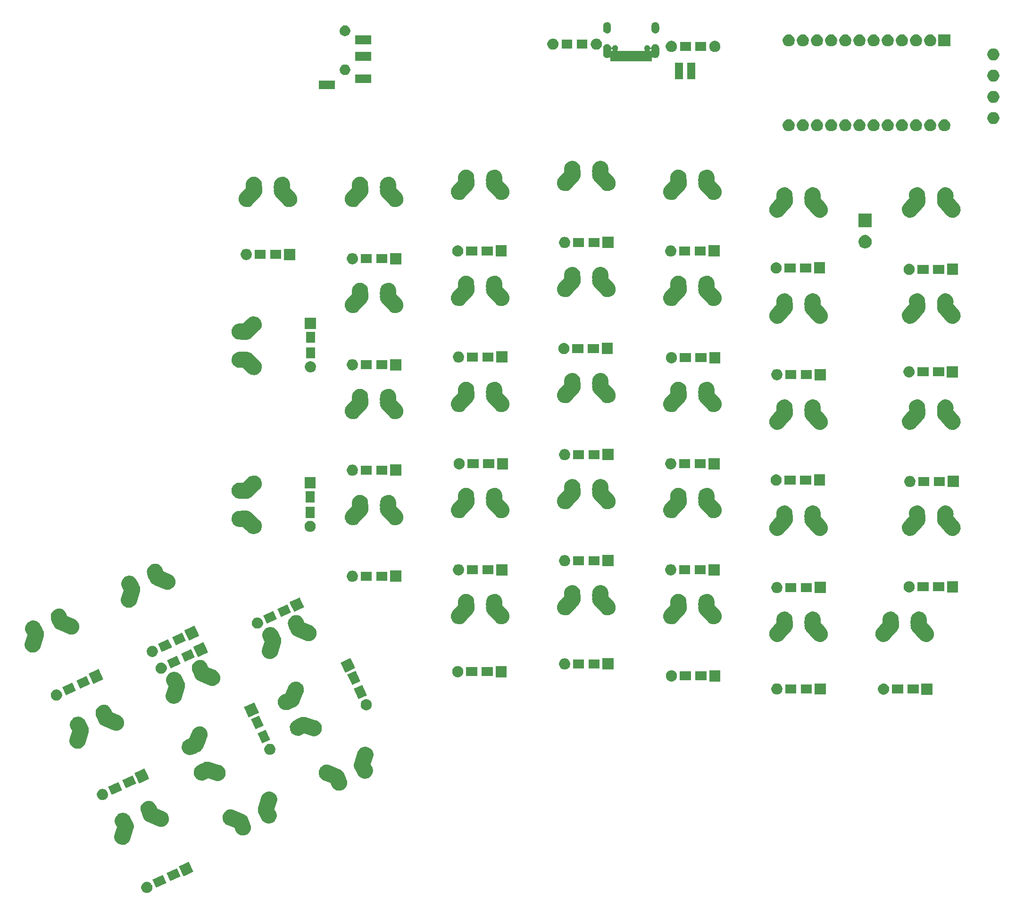
<source format=gts>
G04 #@! TF.GenerationSoftware,KiCad,Pcbnew,(5.0.2)-1*
G04 #@! TF.CreationDate,2019-05-01T14:48:35+05:30*
G04 #@! TF.ProjectId,ErgodoxBle,4572676f-646f-4784-926c-652e6b696361,rev?*
G04 #@! TF.SameCoordinates,Original*
G04 #@! TF.FileFunction,Soldermask,Top*
G04 #@! TF.FilePolarity,Negative*
%FSLAX46Y46*%
G04 Gerber Fmt 4.6, Leading zero omitted, Abs format (unit mm)*
G04 Created by KiCad (PCBNEW (5.0.2)-1) date 5/1/2019 2:48:35 PM*
%MOMM*%
%LPD*%
G01*
G04 APERTURE LIST*
%ADD10C,0.100000*%
G04 APERTURE END LIST*
D10*
G36*
X50831695Y-185213067D02*
X50928603Y-185232343D01*
X51004226Y-185263668D01*
X51111172Y-185307966D01*
X51275486Y-185417757D01*
X51415214Y-185557485D01*
X51525005Y-185721799D01*
X51600628Y-185904369D01*
X51639180Y-186098183D01*
X51639180Y-186295799D01*
X51600628Y-186489613D01*
X51525005Y-186672183D01*
X51415214Y-186836497D01*
X51275486Y-186976225D01*
X51111172Y-187086016D01*
X51004226Y-187130315D01*
X50928603Y-187161639D01*
X50831695Y-187180915D01*
X50734788Y-187200191D01*
X50537172Y-187200191D01*
X50440265Y-187180915D01*
X50343357Y-187161639D01*
X50267734Y-187130315D01*
X50160788Y-187086016D01*
X49996474Y-186976225D01*
X49856746Y-186836497D01*
X49746955Y-186672183D01*
X49671332Y-186489613D01*
X49632780Y-186295799D01*
X49632780Y-186098183D01*
X49671332Y-185904369D01*
X49746955Y-185721799D01*
X49856746Y-185557485D01*
X49996474Y-185417757D01*
X50160788Y-185307966D01*
X50267734Y-185263668D01*
X50343357Y-185232343D01*
X50440265Y-185213067D01*
X50537172Y-185193791D01*
X50734788Y-185193791D01*
X50831695Y-185213067D01*
X50831695Y-185213067D01*
G37*
G36*
X54150405Y-185444422D02*
X52331988Y-186292364D01*
X51653093Y-184836470D01*
X53471510Y-183988528D01*
X54150405Y-185444422D01*
X54150405Y-185444422D01*
G37*
G36*
X56688067Y-184261090D02*
X54869650Y-185109032D01*
X54190755Y-183653138D01*
X56009172Y-182805196D01*
X56688067Y-184261090D01*
X56688067Y-184261090D01*
G37*
G36*
X59038359Y-183385807D02*
X57798226Y-183964090D01*
X57219943Y-184233748D01*
X57219942Y-184233748D01*
X56372001Y-182415331D01*
X57612134Y-181837048D01*
X58190417Y-181567390D01*
X58190418Y-181567390D01*
X59038359Y-183385807D01*
X59038359Y-183385807D01*
G37*
G36*
X46684535Y-172853175D02*
X46754917Y-172866130D01*
X46823518Y-172893402D01*
X47020923Y-172971878D01*
X47261188Y-173127490D01*
X47350090Y-173213883D01*
X47466480Y-173326988D01*
X47588195Y-173503621D01*
X47938672Y-174137331D01*
X48023591Y-174334318D01*
X48033385Y-174380121D01*
X48040833Y-174403466D01*
X48051653Y-174423375D01*
X48131859Y-174543526D01*
X48241289Y-174808039D01*
X48297013Y-175088819D01*
X48296974Y-175177021D01*
X48296888Y-175375077D01*
X48254947Y-175585446D01*
X48254945Y-175585454D01*
X48254944Y-175585457D01*
X47643212Y-177598907D01*
X47643209Y-177598914D01*
X47561031Y-177797066D01*
X47508808Y-177875149D01*
X47401893Y-178035008D01*
X47199391Y-178237333D01*
X46961309Y-178396264D01*
X46696796Y-178505694D01*
X46416016Y-178561418D01*
X46130134Y-178561293D01*
X46129759Y-178561293D01*
X45849034Y-178505326D01*
X45584614Y-178395664D01*
X45346671Y-178236526D01*
X45144346Y-178034024D01*
X44985415Y-177795942D01*
X44875985Y-177531429D01*
X44820261Y-177250649D01*
X44820386Y-176964395D01*
X44820386Y-176964392D01*
X44862327Y-176754024D01*
X44890924Y-176659901D01*
X45273240Y-175401547D01*
X45278030Y-175377518D01*
X45278040Y-175353014D01*
X45273270Y-175328979D01*
X45263022Y-175304716D01*
X45044855Y-174910242D01*
X44959936Y-174713251D01*
X44957515Y-174701929D01*
X44900076Y-174433319D01*
X44896141Y-174158416D01*
X44895979Y-174147097D01*
X44895979Y-174147094D01*
X44938068Y-173918446D01*
X44947801Y-173865568D01*
X44977882Y-173789901D01*
X45053549Y-173599562D01*
X45209161Y-173359297D01*
X45337941Y-173226777D01*
X45408657Y-173154007D01*
X45644369Y-172991582D01*
X45907236Y-172878264D01*
X45985895Y-172861444D01*
X46187166Y-172818405D01*
X46462069Y-172814470D01*
X46473388Y-172814308D01*
X46473391Y-172814308D01*
X46684535Y-172853175D01*
X46684535Y-172853175D01*
G37*
G36*
X65922580Y-172224509D02*
X65984660Y-172231280D01*
X66184796Y-172294287D01*
X66189281Y-172295699D01*
X68123720Y-173120808D01*
X68124899Y-173121311D01*
X68313012Y-173224406D01*
X68424500Y-173317874D01*
X68532377Y-173408313D01*
X68711649Y-173631481D01*
X68843937Y-173885335D01*
X68884424Y-174024012D01*
X68893560Y-174046739D01*
X68905816Y-174065809D01*
X68934600Y-174102744D01*
X69030924Y-174294429D01*
X69291086Y-174970233D01*
X69348161Y-175177021D01*
X69366385Y-175426369D01*
X69369026Y-175462515D01*
X69333794Y-175746594D01*
X69243816Y-176018341D01*
X69102554Y-176267312D01*
X68915433Y-176483941D01*
X68915430Y-176483943D01*
X68689647Y-176659901D01*
X68433867Y-176788433D01*
X68234092Y-176843573D01*
X68157931Y-176864594D01*
X68110349Y-176868072D01*
X67872442Y-176885459D01*
X67872437Y-176885459D01*
X67588359Y-176850227D01*
X67316612Y-176760249D01*
X67305641Y-176754024D01*
X67298345Y-176749885D01*
X67067640Y-176618987D01*
X66851011Y-176431866D01*
X66693041Y-176229163D01*
X66675052Y-176206080D01*
X66578728Y-176014395D01*
X66416778Y-175593708D01*
X66405776Y-175571813D01*
X66390713Y-175552485D01*
X66372169Y-175536467D01*
X66349173Y-175523642D01*
X65128280Y-175002886D01*
X65048983Y-174969063D01*
X64860870Y-174865968D01*
X64698442Y-174729794D01*
X64641505Y-174682061D01*
X64462234Y-174458893D01*
X64329945Y-174205038D01*
X64249722Y-173930254D01*
X64224649Y-173645100D01*
X64255689Y-173360533D01*
X64256078Y-173359298D01*
X64288058Y-173257717D01*
X64341649Y-173087488D01*
X64367008Y-173041217D01*
X64479223Y-172836461D01*
X64606535Y-172684603D01*
X64663130Y-172617096D01*
X64886298Y-172437825D01*
X65140153Y-172305536D01*
X65414937Y-172225313D01*
X65700091Y-172200240D01*
X65922580Y-172224509D01*
X65922580Y-172224509D01*
G37*
G36*
X51276021Y-170697973D02*
X51547768Y-170787951D01*
X51796740Y-170929213D01*
X52013369Y-171116334D01*
X52069156Y-171187919D01*
X52189328Y-171342120D01*
X52285652Y-171533805D01*
X52447602Y-171954492D01*
X52458604Y-171976387D01*
X52473667Y-171995715D01*
X52492211Y-172011733D01*
X52515208Y-172024559D01*
X53815388Y-172579133D01*
X53815397Y-172579137D01*
X54003510Y-172682232D01*
X54121394Y-172781062D01*
X54222875Y-172866139D01*
X54402147Y-173089307D01*
X54534435Y-173343161D01*
X54614658Y-173617945D01*
X54639731Y-173903100D01*
X54615545Y-174124835D01*
X54608691Y-174187669D01*
X54522732Y-174460711D01*
X54385155Y-174711741D01*
X54292391Y-174822390D01*
X54201250Y-174931104D01*
X53978082Y-175110375D01*
X53724227Y-175242664D01*
X53449443Y-175322887D01*
X53164288Y-175347960D01*
X52934425Y-175322887D01*
X52879719Y-175316920D01*
X52725125Y-175268251D01*
X52675098Y-175252501D01*
X51089822Y-174576322D01*
X50739481Y-174426889D01*
X50551368Y-174323794D01*
X50388997Y-174187668D01*
X50332003Y-174139887D01*
X50152732Y-173916719D01*
X50020443Y-173662864D01*
X49979957Y-173524190D01*
X49970820Y-173501461D01*
X49958564Y-173482391D01*
X49929780Y-173445456D01*
X49833456Y-173253771D01*
X49573294Y-172577967D01*
X49516219Y-172371178D01*
X49512048Y-172314108D01*
X49495353Y-172085685D01*
X49530586Y-171801606D01*
X49620564Y-171529859D01*
X49761826Y-171280887D01*
X49948947Y-171064258D01*
X50134946Y-170919306D01*
X50174733Y-170888299D01*
X50430510Y-170759768D01*
X50706453Y-170683605D01*
X50849195Y-170673173D01*
X50991942Y-170662740D01*
X51276021Y-170697973D01*
X51276021Y-170697973D01*
G37*
G36*
X72734617Y-168986908D02*
X72804800Y-169000900D01*
X73015351Y-169042876D01*
X73278319Y-169151936D01*
X73279766Y-169152536D01*
X73517709Y-169311674D01*
X73720034Y-169514176D01*
X73878965Y-169752258D01*
X73988395Y-170016771D01*
X74044119Y-170297551D01*
X74044108Y-170321541D01*
X74043994Y-170583809D01*
X74002053Y-170794178D01*
X74002051Y-170794186D01*
X74002050Y-170794189D01*
X73591140Y-172146655D01*
X73586350Y-172170682D01*
X73586340Y-172195186D01*
X73591110Y-172219221D01*
X73601357Y-172243484D01*
X73819526Y-172637963D01*
X73904445Y-172834950D01*
X73916944Y-172893402D01*
X73964304Y-173114879D01*
X73967820Y-173360532D01*
X73968347Y-173397298D01*
X73968401Y-173401106D01*
X73916579Y-173682631D01*
X73810831Y-173948638D01*
X73770333Y-174011166D01*
X73655219Y-174188903D01*
X73455726Y-174394190D01*
X73220008Y-174556619D01*
X72957146Y-174669935D01*
X72957141Y-174669936D01*
X72677214Y-174729795D01*
X72390988Y-174733892D01*
X72109463Y-174682070D01*
X71843457Y-174576322D01*
X71603192Y-174420709D01*
X71397903Y-174221214D01*
X71397900Y-174221211D01*
X71276180Y-174044571D01*
X70925709Y-173410874D01*
X70840789Y-173213883D01*
X70830995Y-173168079D01*
X70823546Y-173144734D01*
X70812724Y-173124820D01*
X70732521Y-173004674D01*
X70623091Y-172740161D01*
X70567367Y-172459381D01*
X70567492Y-172173127D01*
X70567492Y-172173124D01*
X70609433Y-171962756D01*
X70611944Y-171954492D01*
X71221168Y-169949293D01*
X71221171Y-169949283D01*
X71303347Y-169751136D01*
X71404114Y-169600472D01*
X71462487Y-169513192D01*
X71664989Y-169310867D01*
X71903071Y-169151936D01*
X72167583Y-169042506D01*
X72448363Y-168986783D01*
X72734617Y-168986908D01*
X72734617Y-168986908D01*
G37*
G36*
X42868884Y-168517741D02*
X42965792Y-168537017D01*
X43041415Y-168568341D01*
X43148361Y-168612640D01*
X43312675Y-168722431D01*
X43452403Y-168862159D01*
X43562194Y-169026473D01*
X43568988Y-169042876D01*
X43637817Y-169209042D01*
X43676369Y-169402858D01*
X43676369Y-169600472D01*
X43646401Y-169751135D01*
X43637817Y-169794287D01*
X43562194Y-169976857D01*
X43452403Y-170141171D01*
X43312675Y-170280899D01*
X43148361Y-170390690D01*
X43041415Y-170434989D01*
X42965792Y-170466313D01*
X42868884Y-170485589D01*
X42771977Y-170504865D01*
X42574361Y-170504865D01*
X42477454Y-170485589D01*
X42380546Y-170466313D01*
X42304923Y-170434989D01*
X42197977Y-170390690D01*
X42033663Y-170280899D01*
X41893935Y-170141171D01*
X41784144Y-169976857D01*
X41708521Y-169794287D01*
X41699938Y-169751135D01*
X41669969Y-169600472D01*
X41669969Y-169402858D01*
X41708521Y-169209042D01*
X41777350Y-169042876D01*
X41784144Y-169026473D01*
X41893935Y-168862159D01*
X42033663Y-168722431D01*
X42197977Y-168612640D01*
X42304923Y-168568341D01*
X42380546Y-168537017D01*
X42477454Y-168517741D01*
X42574361Y-168498465D01*
X42771977Y-168498465D01*
X42868884Y-168517741D01*
X42868884Y-168517741D01*
G37*
G36*
X46187594Y-168749096D02*
X44369177Y-169597038D01*
X43690282Y-168141144D01*
X45508699Y-167293202D01*
X46187594Y-168749096D01*
X46187594Y-168749096D01*
G37*
G36*
X83189500Y-164175249D02*
X83251580Y-164182020D01*
X83456195Y-164246437D01*
X83456201Y-164246439D01*
X85391090Y-165071740D01*
X85391819Y-165072051D01*
X85579932Y-165175146D01*
X85697816Y-165273976D01*
X85799297Y-165359053D01*
X85978569Y-165582221D01*
X86110857Y-165836075D01*
X86151344Y-165974752D01*
X86160480Y-165997479D01*
X86172736Y-166016549D01*
X86201520Y-166053484D01*
X86297844Y-166245169D01*
X86558006Y-166920973D01*
X86615081Y-167127761D01*
X86628788Y-167315304D01*
X86635946Y-167413255D01*
X86600714Y-167697334D01*
X86510736Y-167969081D01*
X86369474Y-168218052D01*
X86182353Y-168434681D01*
X86182350Y-168434683D01*
X85956567Y-168610641D01*
X85700787Y-168739173D01*
X85501012Y-168794313D01*
X85424851Y-168815334D01*
X85377269Y-168818812D01*
X85139362Y-168836199D01*
X85139357Y-168836199D01*
X84855279Y-168800967D01*
X84583532Y-168710989D01*
X84334560Y-168569727D01*
X84117931Y-168382606D01*
X83989690Y-168218050D01*
X83941972Y-168156820D01*
X83845648Y-167965135D01*
X83683698Y-167544448D01*
X83672696Y-167522553D01*
X83657633Y-167503225D01*
X83639089Y-167487207D01*
X83616093Y-167474382D01*
X82553862Y-167021301D01*
X82315903Y-166919803D01*
X82127790Y-166816708D01*
X81977227Y-166690481D01*
X81908425Y-166632801D01*
X81729154Y-166409633D01*
X81596865Y-166155778D01*
X81516642Y-165880994D01*
X81491569Y-165595840D01*
X81522609Y-165311273D01*
X81608569Y-165038228D01*
X81665762Y-164933871D01*
X81746143Y-164787201D01*
X81901179Y-164602274D01*
X81930050Y-164567836D01*
X82153218Y-164388565D01*
X82407073Y-164256276D01*
X82681857Y-164176053D01*
X82967011Y-164150980D01*
X83189500Y-164175249D01*
X83189500Y-164175249D01*
G37*
G36*
X48725256Y-167565764D02*
X46906839Y-168413706D01*
X46227944Y-166957812D01*
X48046361Y-166109870D01*
X48725256Y-167565764D01*
X48725256Y-167565764D01*
G37*
G36*
X50757353Y-166008110D02*
X51072821Y-166684631D01*
X51075548Y-166690481D01*
X49858651Y-167257929D01*
X49257132Y-167538422D01*
X49257131Y-167538422D01*
X48652238Y-166241223D01*
X48409190Y-165720006D01*
X48409190Y-165720005D01*
X49698439Y-165118819D01*
X50227606Y-164872064D01*
X50227607Y-164872064D01*
X50757353Y-166008110D01*
X50757353Y-166008110D01*
G37*
G36*
X61613181Y-163620392D02*
X61613556Y-163620392D01*
X61823924Y-163662333D01*
X61823932Y-163662335D01*
X61823935Y-163662336D01*
X63392614Y-164138936D01*
X63837397Y-164274071D01*
X64035544Y-164356247D01*
X64154229Y-164435626D01*
X64273488Y-164515387D01*
X64475813Y-164717889D01*
X64634744Y-164955971D01*
X64744174Y-165220483D01*
X64799897Y-165501263D01*
X64799772Y-165787517D01*
X64791761Y-165827698D01*
X64743804Y-166068251D01*
X64658926Y-166272911D01*
X64634144Y-166332666D01*
X64475006Y-166570609D01*
X64272504Y-166772934D01*
X64034422Y-166931865D01*
X63769909Y-167041295D01*
X63489129Y-167097019D01*
X63346125Y-167096956D01*
X63202871Y-167096894D01*
X62992502Y-167054953D01*
X62992494Y-167054951D01*
X62992491Y-167054950D01*
X61640025Y-166644040D01*
X61615998Y-166639250D01*
X61591494Y-166639240D01*
X61567459Y-166644010D01*
X61543196Y-166654258D01*
X61148722Y-166872425D01*
X60951731Y-166957344D01*
X60951726Y-166957345D01*
X60671799Y-167017204D01*
X60396896Y-167021139D01*
X60385577Y-167021301D01*
X60385574Y-167021301D01*
X60174430Y-166982435D01*
X60104048Y-166969479D01*
X60009429Y-166931864D01*
X59838042Y-166863731D01*
X59597777Y-166708119D01*
X59392487Y-166508623D01*
X59230062Y-166272911D01*
X59116744Y-166010044D01*
X59096883Y-165917164D01*
X59056885Y-165730114D01*
X59052950Y-165455211D01*
X59052788Y-165443892D01*
X59052788Y-165443889D01*
X59098879Y-165193496D01*
X59104610Y-165162363D01*
X59140513Y-165072051D01*
X59210358Y-164896357D01*
X59365970Y-164656092D01*
X59474049Y-164544875D01*
X59565468Y-164450800D01*
X59742101Y-164329085D01*
X60375811Y-163978608D01*
X60572798Y-163893689D01*
X60618601Y-163883895D01*
X60641946Y-163876447D01*
X60661855Y-163865627D01*
X60782006Y-163785421D01*
X61046519Y-163675991D01*
X61327299Y-163620267D01*
X61613181Y-163620392D01*
X61613181Y-163620392D01*
G37*
G36*
X90001537Y-160937648D02*
X90071720Y-160951640D01*
X90282271Y-160993616D01*
X90476560Y-161074193D01*
X90546686Y-161103276D01*
X90784629Y-161262414D01*
X90986954Y-161464916D01*
X91145885Y-161702998D01*
X91255315Y-161967511D01*
X91311039Y-162248291D01*
X91310997Y-162343985D01*
X91310914Y-162534549D01*
X91268973Y-162744918D01*
X91268971Y-162744926D01*
X91268970Y-162744929D01*
X90858060Y-164097395D01*
X90853270Y-164121422D01*
X90853260Y-164145926D01*
X90858030Y-164169961D01*
X90868277Y-164194224D01*
X91086446Y-164588703D01*
X91171365Y-164785690D01*
X91182455Y-164837554D01*
X91231224Y-165065619D01*
X91234009Y-165260176D01*
X91235267Y-165348038D01*
X91235321Y-165351846D01*
X91183499Y-165633371D01*
X91077751Y-165899378D01*
X91041935Y-165954677D01*
X90922139Y-166139643D01*
X90722646Y-166344930D01*
X90486928Y-166507359D01*
X90224066Y-166620675D01*
X90224061Y-166620676D01*
X89944134Y-166680535D01*
X89657908Y-166684632D01*
X89376383Y-166632810D01*
X89110377Y-166527062D01*
X88870112Y-166371449D01*
X88664823Y-166171954D01*
X88664820Y-166171951D01*
X88543100Y-165995311D01*
X88192629Y-165361614D01*
X88107709Y-165164623D01*
X88097915Y-165118819D01*
X88090466Y-165095474D01*
X88079644Y-165075560D01*
X87999441Y-164955414D01*
X87890011Y-164690901D01*
X87834287Y-164410121D01*
X87834412Y-164123867D01*
X87834412Y-164123864D01*
X87876353Y-163913496D01*
X87882371Y-163893689D01*
X88488088Y-161900033D01*
X88488091Y-161900023D01*
X88570267Y-161701876D01*
X88691716Y-161520288D01*
X88729407Y-161463932D01*
X88931909Y-161261607D01*
X89169991Y-161102676D01*
X89434503Y-160993246D01*
X89715283Y-160937523D01*
X90001537Y-160937648D01*
X90001537Y-160937648D01*
G37*
G36*
X60371462Y-157302624D02*
X60426149Y-157308589D01*
X60699191Y-157394548D01*
X60950221Y-157532125D01*
X61047206Y-157613434D01*
X61169584Y-157716030D01*
X61319678Y-157902877D01*
X61348855Y-157939198D01*
X61425406Y-158086094D01*
X61481144Y-158193053D01*
X61561367Y-158467837D01*
X61586440Y-158752992D01*
X61563168Y-158966340D01*
X61555400Y-159037561D01*
X61539313Y-159088659D01*
X61490981Y-159242182D01*
X61002575Y-160387231D01*
X60665369Y-161177799D01*
X60562274Y-161365912D01*
X60458881Y-161489239D01*
X60378367Y-161585277D01*
X60155199Y-161764548D01*
X59901344Y-161896837D01*
X59762670Y-161937323D01*
X59739941Y-161946460D01*
X59720871Y-161958716D01*
X59683936Y-161987500D01*
X59492251Y-162083824D01*
X58816447Y-162343986D01*
X58609658Y-162401061D01*
X58324165Y-162421927D01*
X58040086Y-162386694D01*
X57768339Y-162296716D01*
X57519367Y-162155454D01*
X57302738Y-161968333D01*
X57143925Y-161764548D01*
X57126779Y-161742547D01*
X56998248Y-161486770D01*
X56922085Y-161210827D01*
X56911653Y-161068085D01*
X56901220Y-160925338D01*
X56936453Y-160641259D01*
X57026431Y-160369512D01*
X57167693Y-160120540D01*
X57354814Y-159903911D01*
X57556006Y-159747119D01*
X57580600Y-159727952D01*
X57772285Y-159631628D01*
X58192972Y-159469678D01*
X58214867Y-159458676D01*
X58234195Y-159443613D01*
X58250213Y-159425069D01*
X58263039Y-159402072D01*
X58817613Y-158101892D01*
X58817614Y-158101891D01*
X58817617Y-158101883D01*
X58920712Y-157913770D01*
X59069986Y-157735716D01*
X59104619Y-157694405D01*
X59327787Y-157515133D01*
X59581641Y-157382845D01*
X59856425Y-157302622D01*
X60141580Y-157277549D01*
X60371462Y-157302624D01*
X60371462Y-157302624D01*
G37*
G36*
X72902391Y-160402332D02*
X73020288Y-160425783D01*
X73095911Y-160457107D01*
X73202857Y-160501406D01*
X73367171Y-160611197D01*
X73506899Y-160750925D01*
X73616690Y-160915239D01*
X73649002Y-160993247D01*
X73692313Y-161097808D01*
X73730865Y-161291624D01*
X73730865Y-161489238D01*
X73692313Y-161683054D01*
X73665595Y-161747557D01*
X73616690Y-161865623D01*
X73506899Y-162029937D01*
X73367171Y-162169665D01*
X73202857Y-162279456D01*
X73095911Y-162323755D01*
X73020288Y-162355079D01*
X72923380Y-162374355D01*
X72826473Y-162393631D01*
X72628857Y-162393631D01*
X72531950Y-162374355D01*
X72435042Y-162355079D01*
X72359419Y-162323755D01*
X72252473Y-162279456D01*
X72088159Y-162169665D01*
X71948431Y-162029937D01*
X71838640Y-161865623D01*
X71789735Y-161747557D01*
X71763017Y-161683054D01*
X71724465Y-161489238D01*
X71724465Y-161291624D01*
X71763017Y-161097808D01*
X71806328Y-160993247D01*
X71838640Y-160915239D01*
X71948431Y-160750925D01*
X72088159Y-160611197D01*
X72252473Y-160501406D01*
X72359419Y-160457107D01*
X72435042Y-160425783D01*
X72552939Y-160402332D01*
X72628857Y-160387231D01*
X72826473Y-160387231D01*
X72902391Y-160402332D01*
X72902391Y-160402332D01*
G37*
G36*
X38632735Y-155586255D02*
X38703117Y-155599210D01*
X38765955Y-155624191D01*
X38969123Y-155704958D01*
X39209388Y-155860570D01*
X39286497Y-155935503D01*
X39414680Y-156060068D01*
X39536395Y-156236701D01*
X39886872Y-156870411D01*
X39971791Y-157067398D01*
X39981585Y-157113201D01*
X39989033Y-157136546D01*
X39999853Y-157156455D01*
X40080059Y-157276606D01*
X40189489Y-157541119D01*
X40245213Y-157821899D01*
X40245172Y-157915079D01*
X40245088Y-158108157D01*
X40203147Y-158318526D01*
X40203145Y-158318534D01*
X40203144Y-158318537D01*
X39591412Y-160331987D01*
X39591409Y-160331994D01*
X39509231Y-160530146D01*
X39457008Y-160608229D01*
X39350093Y-160768088D01*
X39147591Y-160970413D01*
X38909509Y-161129344D01*
X38644996Y-161238774D01*
X38364216Y-161294498D01*
X38078334Y-161294373D01*
X38077959Y-161294373D01*
X37797234Y-161238406D01*
X37532814Y-161128744D01*
X37294871Y-160969606D01*
X37092546Y-160767104D01*
X36933615Y-160529022D01*
X36824185Y-160264509D01*
X36768461Y-159983729D01*
X36768586Y-159697475D01*
X36768586Y-159697472D01*
X36810527Y-159487104D01*
X36823741Y-159443613D01*
X37221440Y-158134627D01*
X37226230Y-158110598D01*
X37226240Y-158086094D01*
X37221470Y-158062059D01*
X37211222Y-158037796D01*
X36993055Y-157643322D01*
X36908136Y-157446331D01*
X36897063Y-157394548D01*
X36848276Y-157166399D01*
X36844341Y-156891496D01*
X36844179Y-156880177D01*
X36844179Y-156880174D01*
X36886268Y-156651526D01*
X36896001Y-156598648D01*
X36930793Y-156511131D01*
X37001749Y-156332642D01*
X37157361Y-156092377D01*
X37290413Y-155955461D01*
X37356857Y-155887087D01*
X37592569Y-155724662D01*
X37855436Y-155611344D01*
X37934095Y-155594524D01*
X38135366Y-155551485D01*
X38410269Y-155547550D01*
X38421588Y-155547388D01*
X38421591Y-155547388D01*
X38632735Y-155586255D01*
X38632735Y-155586255D01*
G37*
G36*
X72823038Y-159694423D02*
X71367144Y-160373318D01*
X70519202Y-158554901D01*
X71975096Y-157876006D01*
X72823038Y-159694423D01*
X72823038Y-159694423D01*
G37*
G36*
X78877561Y-155568592D02*
X78877936Y-155568592D01*
X79088304Y-155610533D01*
X79088312Y-155610535D01*
X79088315Y-155610536D01*
X80899383Y-156160779D01*
X81101777Y-156222271D01*
X81299924Y-156304447D01*
X81379159Y-156357441D01*
X81537868Y-156463587D01*
X81740193Y-156666089D01*
X81899124Y-156904171D01*
X82008554Y-157168683D01*
X82063355Y-157444819D01*
X82064277Y-157449463D01*
X82064152Y-157735716D01*
X82008184Y-158016451D01*
X81923306Y-158221111D01*
X81898524Y-158280866D01*
X81739386Y-158518809D01*
X81536884Y-158721134D01*
X81298802Y-158880065D01*
X81034289Y-158989495D01*
X80753509Y-159045219D01*
X80610505Y-159045156D01*
X80467251Y-159045094D01*
X80256882Y-159003153D01*
X80256874Y-159003151D01*
X80256871Y-159003150D01*
X78904405Y-158592240D01*
X78880378Y-158587450D01*
X78855874Y-158587440D01*
X78831839Y-158592210D01*
X78807576Y-158602458D01*
X78413102Y-158820625D01*
X78216111Y-158905544D01*
X78216106Y-158905545D01*
X77936179Y-158965404D01*
X77661276Y-158969339D01*
X77649957Y-158969501D01*
X77649954Y-158969501D01*
X77438810Y-158930634D01*
X77368428Y-158917679D01*
X77273809Y-158880064D01*
X77102422Y-158811931D01*
X76862157Y-158656319D01*
X76736619Y-158534324D01*
X76656867Y-158456823D01*
X76494442Y-158221111D01*
X76381124Y-157958244D01*
X76357099Y-157845890D01*
X76321265Y-157678314D01*
X76317330Y-157403411D01*
X76317168Y-157392092D01*
X76317168Y-157392089D01*
X76360541Y-157156465D01*
X76368990Y-157110563D01*
X76424137Y-156971844D01*
X76474738Y-156844557D01*
X76630350Y-156604292D01*
X76733082Y-156498577D01*
X76829848Y-156399000D01*
X77006481Y-156277285D01*
X77640191Y-155926808D01*
X77837178Y-155841889D01*
X77882981Y-155832095D01*
X77906326Y-155824647D01*
X77926235Y-155813827D01*
X78046386Y-155733621D01*
X78310899Y-155624191D01*
X78591679Y-155568467D01*
X78877561Y-155568592D01*
X78877561Y-155568592D01*
G37*
G36*
X43224221Y-153431053D02*
X43495968Y-153521031D01*
X43744940Y-153662293D01*
X43961569Y-153849414D01*
X44060703Y-153976621D01*
X44137528Y-154075200D01*
X44233852Y-154266885D01*
X44395802Y-154687572D01*
X44406804Y-154709467D01*
X44421867Y-154728795D01*
X44440411Y-154744813D01*
X44463408Y-154757639D01*
X45763588Y-155312213D01*
X45763597Y-155312217D01*
X45951710Y-155415312D01*
X46069594Y-155514142D01*
X46171075Y-155599219D01*
X46350347Y-155822387D01*
X46482635Y-156076241D01*
X46562858Y-156351025D01*
X46587931Y-156636180D01*
X46565202Y-156844557D01*
X46556891Y-156920749D01*
X46470932Y-157193791D01*
X46333355Y-157444821D01*
X46252622Y-157541119D01*
X46149450Y-157664184D01*
X45935992Y-157835655D01*
X45926282Y-157843455D01*
X45706009Y-157958244D01*
X45672427Y-157975744D01*
X45397643Y-158055967D01*
X45112488Y-158081040D01*
X44882625Y-158055967D01*
X44827919Y-158050000D01*
X44669185Y-158000027D01*
X44623298Y-157985581D01*
X42963346Y-157277550D01*
X42687681Y-157159969D01*
X42499568Y-157056874D01*
X42337197Y-156920748D01*
X42280203Y-156872967D01*
X42100932Y-156649799D01*
X41968643Y-156395944D01*
X41928157Y-156257270D01*
X41919020Y-156234541D01*
X41906764Y-156215471D01*
X41877980Y-156178536D01*
X41781656Y-155986851D01*
X41521494Y-155311047D01*
X41464419Y-155104258D01*
X41458799Y-155027367D01*
X41443553Y-154818765D01*
X41478786Y-154534686D01*
X41568764Y-154262939D01*
X41710026Y-154013967D01*
X41897147Y-153797338D01*
X42089870Y-153647146D01*
X42122933Y-153621379D01*
X42378710Y-153492848D01*
X42654653Y-153416685D01*
X42797396Y-153406253D01*
X42940142Y-153395820D01*
X43224221Y-153431053D01*
X43224221Y-153431053D01*
G37*
G36*
X71639706Y-157156761D02*
X70183812Y-157835656D01*
X69335870Y-156017239D01*
X70791764Y-155338344D01*
X71639706Y-157156761D01*
X71639706Y-157156761D01*
G37*
G36*
X70419752Y-154067321D02*
X70735672Y-154744813D01*
X70764422Y-154806469D01*
X69679841Y-155312217D01*
X68946006Y-155654410D01*
X68946005Y-155654410D01*
X68310790Y-154292185D01*
X68098064Y-153835994D01*
X68098064Y-153835993D01*
X69549815Y-153159031D01*
X69916480Y-152988052D01*
X69916481Y-152988052D01*
X70419752Y-154067321D01*
X70419752Y-154067321D01*
G37*
G36*
X90235926Y-152410676D02*
X90332834Y-152429952D01*
X90388044Y-152452821D01*
X90515403Y-152505575D01*
X90679717Y-152615366D01*
X90819445Y-152755094D01*
X90929236Y-152919408D01*
X90957669Y-152988052D01*
X90984346Y-153052454D01*
X91004859Y-153101978D01*
X91043411Y-153295792D01*
X91043411Y-153493408D01*
X91004859Y-153687222D01*
X90929236Y-153869792D01*
X90819445Y-154034106D01*
X90679717Y-154173834D01*
X90515403Y-154283625D01*
X90408457Y-154327924D01*
X90332834Y-154359248D01*
X90278146Y-154370126D01*
X90139019Y-154397800D01*
X89941403Y-154397800D01*
X89802276Y-154370126D01*
X89747588Y-154359248D01*
X89671965Y-154327924D01*
X89565019Y-154283625D01*
X89400705Y-154173834D01*
X89260977Y-154034106D01*
X89151186Y-153869792D01*
X89075563Y-153687222D01*
X89037011Y-153493408D01*
X89037011Y-153295792D01*
X89075563Y-153101978D01*
X89096077Y-153052454D01*
X89122753Y-152988052D01*
X89151186Y-152919408D01*
X89260977Y-152755094D01*
X89400705Y-152615366D01*
X89565019Y-152505575D01*
X89692378Y-152452821D01*
X89747588Y-152429952D01*
X89844496Y-152410676D01*
X89941403Y-152391400D01*
X90139019Y-152391400D01*
X90235926Y-152410676D01*
X90235926Y-152410676D01*
G37*
G36*
X77635842Y-149250824D02*
X77690529Y-149256789D01*
X77963571Y-149342748D01*
X78214601Y-149480325D01*
X78314616Y-149564174D01*
X78433964Y-149664230D01*
X78613235Y-149887398D01*
X78745524Y-150141253D01*
X78825747Y-150416037D01*
X78850820Y-150701192D01*
X78832924Y-150865258D01*
X78819780Y-150985761D01*
X78778043Y-151118335D01*
X78755361Y-151190382D01*
X78194382Y-152505576D01*
X77929749Y-153125999D01*
X77826654Y-153314112D01*
X77725331Y-153434970D01*
X77642747Y-153533477D01*
X77419579Y-153712748D01*
X77165724Y-153845037D01*
X77027050Y-153885523D01*
X77004321Y-153894660D01*
X76985251Y-153906916D01*
X76948316Y-153935700D01*
X76756631Y-154032024D01*
X76080827Y-154292186D01*
X75926098Y-154334892D01*
X75874038Y-154349261D01*
X75588545Y-154370127D01*
X75304466Y-154334894D01*
X75032719Y-154244916D01*
X74783747Y-154103654D01*
X74567118Y-153916533D01*
X74397298Y-153698624D01*
X74391159Y-153690747D01*
X74262628Y-153434970D01*
X74186465Y-153159027D01*
X74171111Y-152948936D01*
X74165600Y-152873538D01*
X74200833Y-152589459D01*
X74290811Y-152317712D01*
X74432073Y-152068740D01*
X74619194Y-151852111D01*
X74820386Y-151695319D01*
X74844980Y-151676152D01*
X75036665Y-151579828D01*
X75457352Y-151417878D01*
X75479247Y-151406876D01*
X75498575Y-151391813D01*
X75514593Y-151373269D01*
X75527419Y-151350272D01*
X76081993Y-150050092D01*
X76081994Y-150050091D01*
X76081997Y-150050083D01*
X76185092Y-149861970D01*
X76296917Y-149728585D01*
X76368999Y-149642605D01*
X76592167Y-149463333D01*
X76846021Y-149331045D01*
X77120805Y-149250822D01*
X77405960Y-149225749D01*
X77635842Y-149250824D01*
X77635842Y-149250824D01*
G37*
G36*
X55899655Y-147536995D02*
X55970037Y-147549950D01*
X56045704Y-147580031D01*
X56236043Y-147655698D01*
X56476308Y-147811310D01*
X56539365Y-147872588D01*
X56681600Y-148010808D01*
X56803315Y-148187441D01*
X57153792Y-148821151D01*
X57238711Y-149018138D01*
X57248505Y-149063941D01*
X57255953Y-149087286D01*
X57266773Y-149107195D01*
X57346979Y-149227346D01*
X57456409Y-149491859D01*
X57512133Y-149772639D01*
X57512082Y-149887398D01*
X57512008Y-150058897D01*
X57470067Y-150269266D01*
X57470065Y-150269274D01*
X57470064Y-150269277D01*
X56858332Y-152282727D01*
X56858329Y-152282734D01*
X56776151Y-152480886D01*
X56747158Y-152524236D01*
X56617013Y-152718828D01*
X56414511Y-152921153D01*
X56176429Y-153080084D01*
X55911916Y-153189514D01*
X55631136Y-153245238D01*
X55345254Y-153245113D01*
X55344879Y-153245113D01*
X55064154Y-153189146D01*
X54799734Y-153079484D01*
X54561791Y-152920346D01*
X54359466Y-152717844D01*
X54200535Y-152479762D01*
X54091105Y-152215249D01*
X54035381Y-151934469D01*
X54035506Y-151648215D01*
X54035506Y-151648212D01*
X54077447Y-151437844D01*
X54081677Y-151423922D01*
X54488360Y-150085367D01*
X54493150Y-150061338D01*
X54493160Y-150036834D01*
X54488390Y-150012799D01*
X54478142Y-149988536D01*
X54259975Y-149594062D01*
X54175056Y-149397071D01*
X54172635Y-149385749D01*
X54115196Y-149117139D01*
X54111261Y-148842236D01*
X54111099Y-148830917D01*
X54111099Y-148830914D01*
X54153188Y-148602266D01*
X54162921Y-148549388D01*
X54197713Y-148461871D01*
X54268669Y-148283382D01*
X54424281Y-148043117D01*
X54541793Y-147922193D01*
X54623777Y-147837827D01*
X54859489Y-147675402D01*
X55122356Y-147562084D01*
X55201015Y-147545264D01*
X55402286Y-147502225D01*
X55677189Y-147498290D01*
X55688508Y-147498128D01*
X55688511Y-147498128D01*
X55899655Y-147536995D01*
X55899655Y-147536995D01*
G37*
G36*
X34634115Y-150651287D02*
X34731023Y-150670563D01*
X34772607Y-150687788D01*
X34913592Y-150746186D01*
X35077906Y-150855977D01*
X35217634Y-150995705D01*
X35327425Y-151160019D01*
X35345264Y-151203086D01*
X35403048Y-151342588D01*
X35418024Y-151417878D01*
X35441600Y-151536403D01*
X35441600Y-151734019D01*
X35437745Y-151753397D01*
X35403048Y-151927834D01*
X35383191Y-151975772D01*
X35327425Y-152110403D01*
X35217634Y-152274717D01*
X35077906Y-152414445D01*
X34913592Y-152524236D01*
X34829739Y-152558969D01*
X34731023Y-152599859D01*
X34686631Y-152608689D01*
X34537208Y-152638411D01*
X34339592Y-152638411D01*
X34190169Y-152608689D01*
X34145777Y-152599859D01*
X34047061Y-152558969D01*
X33963208Y-152524236D01*
X33798894Y-152414445D01*
X33659166Y-152274717D01*
X33549375Y-152110403D01*
X33493609Y-151975772D01*
X33473752Y-151927834D01*
X33439055Y-151753397D01*
X33435200Y-151734019D01*
X33435200Y-151536403D01*
X33458776Y-151417878D01*
X33473752Y-151342588D01*
X33531536Y-151203086D01*
X33549375Y-151160019D01*
X33659166Y-150995705D01*
X33798894Y-150855977D01*
X33963208Y-150746186D01*
X34104193Y-150687788D01*
X34145777Y-150670563D01*
X34242685Y-150651287D01*
X34339592Y-150632011D01*
X34537208Y-150632011D01*
X34634115Y-150651287D01*
X34634115Y-150651287D01*
G37*
G36*
X90135584Y-151698592D02*
X88679690Y-152377487D01*
X87831748Y-150559070D01*
X89287642Y-149880175D01*
X90135584Y-151698592D01*
X90135584Y-151698592D01*
G37*
G36*
X37952825Y-150882642D02*
X36134408Y-151730584D01*
X35455513Y-150274690D01*
X37273930Y-149426748D01*
X37952825Y-150882642D01*
X37952825Y-150882642D01*
G37*
G36*
X191687180Y-151592180D02*
X189680780Y-151592180D01*
X189680780Y-149585780D01*
X191687180Y-149585780D01*
X191687180Y-151592180D01*
X191687180Y-151592180D01*
G37*
G36*
X183079695Y-149605056D02*
X183176603Y-149624332D01*
X183209322Y-149637885D01*
X183359172Y-149699955D01*
X183523486Y-149809746D01*
X183663214Y-149949474D01*
X183773005Y-150113788D01*
X183848628Y-150296358D01*
X183882128Y-150464772D01*
X183887180Y-150490173D01*
X183887180Y-150687787D01*
X183848628Y-150881603D01*
X183835630Y-150912983D01*
X183773005Y-151064172D01*
X183663214Y-151228486D01*
X183523486Y-151368214D01*
X183359172Y-151478005D01*
X183252226Y-151522304D01*
X183176603Y-151553628D01*
X183079695Y-151572904D01*
X182982788Y-151592180D01*
X182785172Y-151592180D01*
X182688265Y-151572904D01*
X182591357Y-151553628D01*
X182515734Y-151522304D01*
X182408788Y-151478005D01*
X182244474Y-151368214D01*
X182104746Y-151228486D01*
X181994955Y-151064172D01*
X181932330Y-150912983D01*
X181919332Y-150881603D01*
X181880780Y-150687787D01*
X181880780Y-150490173D01*
X181885833Y-150464772D01*
X181919332Y-150296358D01*
X181994955Y-150113788D01*
X182104746Y-149949474D01*
X182244474Y-149809746D01*
X182408788Y-149699955D01*
X182558638Y-149637885D01*
X182591357Y-149624332D01*
X182688265Y-149605056D01*
X182785172Y-149585780D01*
X182982788Y-149585780D01*
X183079695Y-149605056D01*
X183079695Y-149605056D01*
G37*
G36*
X163935715Y-149579656D02*
X164032623Y-149598932D01*
X164082606Y-149619636D01*
X164215192Y-149674555D01*
X164379506Y-149784346D01*
X164519234Y-149924074D01*
X164629025Y-150088388D01*
X164673324Y-150195334D01*
X164704648Y-150270957D01*
X164717374Y-150334937D01*
X164743200Y-150464772D01*
X164743200Y-150662388D01*
X164735481Y-150701192D01*
X164704648Y-150856203D01*
X164673323Y-150931826D01*
X164629025Y-151038772D01*
X164519234Y-151203086D01*
X164379506Y-151342814D01*
X164215192Y-151452605D01*
X164108246Y-151496904D01*
X164032623Y-151528228D01*
X163950661Y-151544531D01*
X163838808Y-151566780D01*
X163641192Y-151566780D01*
X163529339Y-151544531D01*
X163447377Y-151528228D01*
X163371754Y-151496904D01*
X163264808Y-151452605D01*
X163100494Y-151342814D01*
X162960766Y-151203086D01*
X162850975Y-151038772D01*
X162806676Y-150931826D01*
X162775352Y-150856203D01*
X162744519Y-150701192D01*
X162736800Y-150662388D01*
X162736800Y-150464772D01*
X162762626Y-150334937D01*
X162775352Y-150270957D01*
X162806676Y-150195334D01*
X162850975Y-150088388D01*
X162960766Y-149924074D01*
X163100494Y-149784346D01*
X163264808Y-149674555D01*
X163397394Y-149619636D01*
X163447377Y-149598932D01*
X163544285Y-149579656D01*
X163641192Y-149560380D01*
X163838808Y-149560380D01*
X163935715Y-149579656D01*
X163935715Y-149579656D01*
G37*
G36*
X172543200Y-151566780D02*
X170536800Y-151566780D01*
X170536800Y-149560380D01*
X172543200Y-149560380D01*
X172543200Y-151566780D01*
X172543200Y-151566780D01*
G37*
G36*
X186387180Y-151392180D02*
X184380780Y-151392180D01*
X184380780Y-149785780D01*
X186387180Y-149785780D01*
X186387180Y-151392180D01*
X186387180Y-151392180D01*
G37*
G36*
X189187180Y-151392180D02*
X187180780Y-151392180D01*
X187180780Y-149785780D01*
X189187180Y-149785780D01*
X189187180Y-151392180D01*
X189187180Y-151392180D01*
G37*
G36*
X167243200Y-151366780D02*
X165236800Y-151366780D01*
X165236800Y-149760380D01*
X167243200Y-149760380D01*
X167243200Y-151366780D01*
X167243200Y-151366780D01*
G37*
G36*
X170043200Y-151366780D02*
X168036800Y-151366780D01*
X168036800Y-149760380D01*
X170043200Y-149760380D01*
X170043200Y-151366780D01*
X170043200Y-151366780D01*
G37*
G36*
X40490487Y-149699310D02*
X38672070Y-150547252D01*
X37993175Y-149091358D01*
X39811592Y-148243416D01*
X40490487Y-149699310D01*
X40490487Y-149699310D01*
G37*
G36*
X60491141Y-145381793D02*
X60762888Y-145471771D01*
X61011860Y-145613033D01*
X61228489Y-145800154D01*
X61346195Y-145951192D01*
X61404448Y-146025940D01*
X61500772Y-146217625D01*
X61662722Y-146638312D01*
X61673724Y-146660207D01*
X61688787Y-146679535D01*
X61707331Y-146695553D01*
X61730328Y-146708379D01*
X63030508Y-147262953D01*
X63030517Y-147262957D01*
X63218630Y-147366052D01*
X63336514Y-147464882D01*
X63437995Y-147549959D01*
X63617267Y-147773127D01*
X63749555Y-148026981D01*
X63829778Y-148301765D01*
X63854851Y-148586920D01*
X63830665Y-148808655D01*
X63823811Y-148871489D01*
X63737852Y-149144531D01*
X63600275Y-149395561D01*
X63527222Y-149482698D01*
X63416370Y-149614924D01*
X63193202Y-149794195D01*
X62939347Y-149926484D01*
X62664563Y-150006707D01*
X62379408Y-150031780D01*
X62149545Y-150006707D01*
X62094839Y-150000740D01*
X61931998Y-149949474D01*
X61890218Y-149936321D01*
X60283091Y-149250822D01*
X59954601Y-149110709D01*
X59766488Y-149007614D01*
X59604117Y-148871488D01*
X59547123Y-148823707D01*
X59367852Y-148600539D01*
X59235563Y-148346684D01*
X59195077Y-148208010D01*
X59185940Y-148185281D01*
X59173684Y-148166211D01*
X59144900Y-148129276D01*
X59048576Y-147937591D01*
X58788414Y-147261787D01*
X58731339Y-147054998D01*
X58722863Y-146939024D01*
X58710473Y-146769505D01*
X58745706Y-146485426D01*
X58835684Y-146213679D01*
X58976946Y-145964707D01*
X59164067Y-145748078D01*
X59386403Y-145574808D01*
X59389853Y-145572119D01*
X59645630Y-145443588D01*
X59921573Y-145367425D01*
X60064315Y-145356993D01*
X60207062Y-145346560D01*
X60491141Y-145381793D01*
X60491141Y-145381793D01*
G37*
G36*
X88952252Y-149160930D02*
X87496358Y-149839825D01*
X86648416Y-148021408D01*
X88104310Y-147342513D01*
X88952252Y-149160930D01*
X88952252Y-149160930D01*
G37*
G36*
X42553529Y-148208017D02*
X42840630Y-148823706D01*
X42840779Y-148824027D01*
X41912717Y-149256789D01*
X41022363Y-149671968D01*
X41022362Y-149671968D01*
X40348206Y-148226234D01*
X40174421Y-147853552D01*
X40174421Y-147853551D01*
X41667565Y-147157287D01*
X41992837Y-147005610D01*
X41992838Y-147005610D01*
X42553529Y-148208017D01*
X42553529Y-148208017D01*
G37*
G36*
X153620200Y-149212200D02*
X151613800Y-149212200D01*
X151613800Y-147205800D01*
X153620200Y-147205800D01*
X153620200Y-149212200D01*
X153620200Y-149212200D01*
G37*
G36*
X145012715Y-147225076D02*
X145109623Y-147244352D01*
X145185246Y-147275676D01*
X145292192Y-147319975D01*
X145456506Y-147429766D01*
X145596234Y-147569494D01*
X145706025Y-147733808D01*
X145750324Y-147840754D01*
X145781648Y-147916377D01*
X145790979Y-147963288D01*
X145820200Y-148110192D01*
X145820200Y-148307808D01*
X145807437Y-148371972D01*
X145781648Y-148501623D01*
X145774879Y-148517964D01*
X145706025Y-148684192D01*
X145596234Y-148848506D01*
X145456506Y-148988234D01*
X145292192Y-149098025D01*
X145187109Y-149141552D01*
X145109623Y-149173648D01*
X145012715Y-149192924D01*
X144915808Y-149212200D01*
X144718192Y-149212200D01*
X144621285Y-149192924D01*
X144524377Y-149173648D01*
X144446891Y-149141552D01*
X144341808Y-149098025D01*
X144177494Y-148988234D01*
X144037766Y-148848506D01*
X143927975Y-148684192D01*
X143859121Y-148517964D01*
X143852352Y-148501623D01*
X143826563Y-148371972D01*
X143813800Y-148307808D01*
X143813800Y-148110192D01*
X143843021Y-147963288D01*
X143852352Y-147916377D01*
X143883676Y-147840754D01*
X143927975Y-147733808D01*
X144037766Y-147569494D01*
X144177494Y-147429766D01*
X144341808Y-147319975D01*
X144448754Y-147275676D01*
X144524377Y-147244352D01*
X144621285Y-147225076D01*
X144718192Y-147205800D01*
X144915808Y-147205800D01*
X145012715Y-147225076D01*
X145012715Y-147225076D01*
G37*
G36*
X148320200Y-149012200D02*
X146313800Y-149012200D01*
X146313800Y-147405800D01*
X148320200Y-147405800D01*
X148320200Y-149012200D01*
X148320200Y-149012200D01*
G37*
G36*
X151120200Y-149012200D02*
X149113800Y-149012200D01*
X149113800Y-147405800D01*
X151120200Y-147405800D01*
X151120200Y-149012200D01*
X151120200Y-149012200D01*
G37*
G36*
X106578810Y-146447182D02*
X106755623Y-146482352D01*
X106831246Y-146513676D01*
X106938192Y-146557975D01*
X107102506Y-146667766D01*
X107242234Y-146807494D01*
X107352025Y-146971808D01*
X107354634Y-146978107D01*
X107427648Y-147154377D01*
X107442518Y-147229134D01*
X107466200Y-147348192D01*
X107466200Y-147545808D01*
X107448054Y-147637036D01*
X107427648Y-147739623D01*
X107423338Y-147750027D01*
X107352025Y-147922192D01*
X107242234Y-148086506D01*
X107102506Y-148226234D01*
X106938192Y-148336025D01*
X106851408Y-148371972D01*
X106755623Y-148411648D01*
X106658715Y-148430924D01*
X106561808Y-148450200D01*
X106364192Y-148450200D01*
X106267285Y-148430924D01*
X106170377Y-148411648D01*
X106074592Y-148371972D01*
X105987808Y-148336025D01*
X105823494Y-148226234D01*
X105683766Y-148086506D01*
X105573975Y-147922192D01*
X105502662Y-147750027D01*
X105498352Y-147739623D01*
X105477946Y-147637036D01*
X105459800Y-147545808D01*
X105459800Y-147348192D01*
X105483482Y-147229134D01*
X105498352Y-147154377D01*
X105571366Y-146978107D01*
X105573975Y-146971808D01*
X105683766Y-146807494D01*
X105823494Y-146667766D01*
X105987808Y-146557975D01*
X106094754Y-146513676D01*
X106170377Y-146482352D01*
X106347190Y-146447182D01*
X106364192Y-146443800D01*
X106561808Y-146443800D01*
X106578810Y-146447182D01*
X106578810Y-146447182D01*
G37*
G36*
X115266200Y-148450200D02*
X113259800Y-148450200D01*
X113259800Y-146443800D01*
X115266200Y-146443800D01*
X115266200Y-148450200D01*
X115266200Y-148450200D01*
G37*
G36*
X112766200Y-148250200D02*
X110759800Y-148250200D01*
X110759800Y-146643800D01*
X112766200Y-146643800D01*
X112766200Y-148250200D01*
X112766200Y-148250200D01*
G37*
G36*
X109966200Y-148250200D02*
X107959800Y-148250200D01*
X107959800Y-146643800D01*
X109966200Y-146643800D01*
X109966200Y-148250200D01*
X109966200Y-148250200D01*
G37*
G36*
X53430115Y-145825287D02*
X53527023Y-145844563D01*
X53592631Y-145871739D01*
X53709592Y-145920186D01*
X53873906Y-146029977D01*
X54013634Y-146169705D01*
X54123425Y-146334019D01*
X54156679Y-146414302D01*
X54199048Y-146516588D01*
X54207280Y-146557975D01*
X54237600Y-146710403D01*
X54237600Y-146908019D01*
X54224912Y-146971807D01*
X54199370Y-147100217D01*
X54199048Y-147101833D01*
X54123425Y-147284403D01*
X54013634Y-147448717D01*
X53873906Y-147588445D01*
X53709592Y-147698236D01*
X53609677Y-147739622D01*
X53527023Y-147773859D01*
X53462235Y-147786746D01*
X53333208Y-147812411D01*
X53135592Y-147812411D01*
X53006565Y-147786746D01*
X52941777Y-147773859D01*
X52859123Y-147739622D01*
X52759208Y-147698236D01*
X52594894Y-147588445D01*
X52455166Y-147448717D01*
X52345375Y-147284403D01*
X52269752Y-147101833D01*
X52269431Y-147100217D01*
X52243888Y-146971807D01*
X52231200Y-146908019D01*
X52231200Y-146710403D01*
X52261520Y-146557975D01*
X52269752Y-146516588D01*
X52312121Y-146414302D01*
X52345375Y-146334019D01*
X52455166Y-146169705D01*
X52594894Y-146029977D01*
X52759208Y-145920186D01*
X52876169Y-145871739D01*
X52941777Y-145844563D01*
X53038685Y-145825287D01*
X53135592Y-145806011D01*
X53333208Y-145806011D01*
X53430115Y-145825287D01*
X53430115Y-145825287D01*
G37*
G36*
X87712939Y-146029975D02*
X88075504Y-146807497D01*
X88076968Y-146810638D01*
X86885878Y-147366052D01*
X86258552Y-147658579D01*
X86258551Y-147658579D01*
X85644911Y-146342622D01*
X85410610Y-145840163D01*
X85410610Y-145840162D01*
X86797515Y-145193438D01*
X87229026Y-144992221D01*
X87229027Y-144992221D01*
X87712939Y-146029975D01*
X87712939Y-146029975D01*
G37*
G36*
X134443200Y-147053200D02*
X132436800Y-147053200D01*
X132436800Y-145046800D01*
X134443200Y-145046800D01*
X134443200Y-147053200D01*
X134443200Y-147053200D01*
G37*
G36*
X125835715Y-145066076D02*
X125932623Y-145085352D01*
X126008246Y-145116676D01*
X126115192Y-145160975D01*
X126279506Y-145270766D01*
X126419234Y-145410494D01*
X126529025Y-145574808D01*
X126544858Y-145613033D01*
X126600796Y-145748077D01*
X126604648Y-145757378D01*
X126643200Y-145951192D01*
X126643200Y-146148808D01*
X126630296Y-146213679D01*
X126604648Y-146342623D01*
X126592096Y-146372926D01*
X126529025Y-146525192D01*
X126419234Y-146689506D01*
X126279506Y-146829234D01*
X126115192Y-146939025D01*
X126036049Y-146971807D01*
X125932623Y-147014648D01*
X125835715Y-147033924D01*
X125738808Y-147053200D01*
X125541192Y-147053200D01*
X125444285Y-147033924D01*
X125347377Y-147014648D01*
X125243951Y-146971807D01*
X125164808Y-146939025D01*
X125000494Y-146829234D01*
X124860766Y-146689506D01*
X124750975Y-146525192D01*
X124687904Y-146372926D01*
X124675352Y-146342623D01*
X124649704Y-146213679D01*
X124636800Y-146148808D01*
X124636800Y-145951192D01*
X124675352Y-145757378D01*
X124679205Y-145748077D01*
X124735142Y-145613033D01*
X124750975Y-145574808D01*
X124860766Y-145410494D01*
X125000494Y-145270766D01*
X125164808Y-145160975D01*
X125271754Y-145116676D01*
X125347377Y-145085352D01*
X125444285Y-145066076D01*
X125541192Y-145046800D01*
X125738808Y-145046800D01*
X125835715Y-145066076D01*
X125835715Y-145066076D01*
G37*
G36*
X56748825Y-146056642D02*
X54930408Y-146904584D01*
X54251513Y-145448690D01*
X56069930Y-144600748D01*
X56748825Y-146056642D01*
X56748825Y-146056642D01*
G37*
G36*
X131943200Y-146853200D02*
X129936800Y-146853200D01*
X129936800Y-145246800D01*
X131943200Y-145246800D01*
X131943200Y-146853200D01*
X131943200Y-146853200D01*
G37*
G36*
X129143200Y-146853200D02*
X127136800Y-146853200D01*
X127136800Y-145246800D01*
X129143200Y-145246800D01*
X129143200Y-146853200D01*
X129143200Y-146853200D01*
G37*
G36*
X59286487Y-144873310D02*
X57468070Y-145721252D01*
X56789175Y-144265358D01*
X58607592Y-143417416D01*
X59286487Y-144873310D01*
X59286487Y-144873310D01*
G37*
G36*
X73135087Y-139479866D02*
X73234417Y-139498150D01*
X73310084Y-139528231D01*
X73500423Y-139603898D01*
X73740688Y-139759510D01*
X73803745Y-139820788D01*
X73945980Y-139959008D01*
X74067695Y-140135641D01*
X74418172Y-140769351D01*
X74503091Y-140966338D01*
X74512885Y-141012141D01*
X74520333Y-141035486D01*
X74531153Y-141055395D01*
X74611359Y-141175546D01*
X74720789Y-141440059D01*
X74776513Y-141720839D01*
X74776464Y-141831152D01*
X74776388Y-142007097D01*
X74734447Y-142217466D01*
X74734445Y-142217474D01*
X74734444Y-142217477D01*
X74122712Y-144230927D01*
X74122709Y-144230934D01*
X74040531Y-144429086D01*
X73988308Y-144507169D01*
X73881393Y-144667028D01*
X73678891Y-144869353D01*
X73440809Y-145028284D01*
X73176296Y-145137714D01*
X72895516Y-145193438D01*
X72609634Y-145193313D01*
X72609259Y-145193313D01*
X72328534Y-145137346D01*
X72064114Y-145027684D01*
X72011090Y-144992221D01*
X71826171Y-144868546D01*
X71623846Y-144666044D01*
X71464915Y-144427962D01*
X71355485Y-144163449D01*
X71299761Y-143882669D01*
X71299886Y-143596415D01*
X71299886Y-143596412D01*
X71341827Y-143386044D01*
X71353668Y-143347072D01*
X71752740Y-142033567D01*
X71757530Y-142009538D01*
X71757540Y-141985034D01*
X71752770Y-141960999D01*
X71742522Y-141936736D01*
X71524355Y-141542262D01*
X71439436Y-141345271D01*
X71428389Y-141293609D01*
X71379576Y-141065339D01*
X71375572Y-140785620D01*
X71375479Y-140779117D01*
X71375479Y-140779114D01*
X71417568Y-140550466D01*
X71427301Y-140497588D01*
X71463767Y-140405860D01*
X71533049Y-140231582D01*
X71688661Y-139991317D01*
X71809452Y-139867018D01*
X71888157Y-139786027D01*
X72123869Y-139623602D01*
X72386736Y-139510284D01*
X72465395Y-139493464D01*
X72666666Y-139450425D01*
X72941569Y-139446490D01*
X72952888Y-139446328D01*
X72952891Y-139446328D01*
X73135087Y-139479866D01*
X73135087Y-139479866D01*
G37*
G36*
X61256615Y-143182762D02*
X61625759Y-143974393D01*
X61636779Y-143998027D01*
X60544919Y-144507169D01*
X59818363Y-144845968D01*
X59818362Y-144845968D01*
X59192456Y-143503708D01*
X58970421Y-143027552D01*
X58970421Y-143027551D01*
X60487148Y-142320290D01*
X60788837Y-142179610D01*
X60788838Y-142179610D01*
X61256615Y-143182762D01*
X61256615Y-143182762D01*
G37*
G36*
X51835084Y-142838341D02*
X51931992Y-142857617D01*
X52007615Y-142888942D01*
X52114561Y-142933240D01*
X52278875Y-143043031D01*
X52418603Y-143182759D01*
X52528394Y-143347073D01*
X52544536Y-143386044D01*
X52596478Y-143511441D01*
X52604017Y-143529643D01*
X52642569Y-143723457D01*
X52642569Y-143921073D01*
X52604017Y-144114887D01*
X52528394Y-144297457D01*
X52418603Y-144461771D01*
X52278875Y-144601499D01*
X52114561Y-144711290D01*
X52007615Y-144755589D01*
X51931992Y-144786913D01*
X51835084Y-144806189D01*
X51738177Y-144825465D01*
X51540561Y-144825465D01*
X51443654Y-144806189D01*
X51346746Y-144786913D01*
X51271123Y-144755589D01*
X51164177Y-144711290D01*
X50999863Y-144601499D01*
X50860135Y-144461771D01*
X50750344Y-144297457D01*
X50674721Y-144114887D01*
X50636169Y-143921073D01*
X50636169Y-143723457D01*
X50674721Y-143529643D01*
X50682261Y-143511441D01*
X50734202Y-143386044D01*
X50750344Y-143347073D01*
X50860135Y-143182759D01*
X50999863Y-143043031D01*
X51164177Y-142933240D01*
X51271123Y-142888942D01*
X51346746Y-142857617D01*
X51443654Y-142838341D01*
X51540561Y-142819065D01*
X51738177Y-142819065D01*
X51835084Y-142838341D01*
X51835084Y-142838341D01*
G37*
G36*
X30579408Y-138321126D02*
X30653857Y-138334830D01*
X30723464Y-138362502D01*
X30919863Y-138440578D01*
X31160128Y-138596190D01*
X31240102Y-138673907D01*
X31365420Y-138795688D01*
X31487135Y-138972321D01*
X31837612Y-139606031D01*
X31922531Y-139803018D01*
X31932325Y-139848821D01*
X31939773Y-139872166D01*
X31950593Y-139892075D01*
X32030799Y-140012226D01*
X32140229Y-140276739D01*
X32195953Y-140557519D01*
X32195942Y-140581510D01*
X32195828Y-140843777D01*
X32153887Y-141054146D01*
X32153885Y-141054154D01*
X32153884Y-141054157D01*
X31542152Y-143067607D01*
X31542149Y-143067614D01*
X31459971Y-143265766D01*
X31407748Y-143343849D01*
X31300833Y-143503708D01*
X31098331Y-143706033D01*
X30860249Y-143864964D01*
X30595736Y-143974394D01*
X30314956Y-144030118D01*
X30029074Y-144029993D01*
X30028699Y-144029993D01*
X29747974Y-143974026D01*
X29483554Y-143864364D01*
X29475054Y-143858679D01*
X29245611Y-143705226D01*
X29043286Y-143502724D01*
X28884355Y-143264642D01*
X28774925Y-143000129D01*
X28719201Y-142719349D01*
X28719326Y-142433095D01*
X28719326Y-142433092D01*
X28761267Y-142222724D01*
X28763828Y-142214296D01*
X29172180Y-140870247D01*
X29176970Y-140846218D01*
X29176980Y-140821714D01*
X29172210Y-140797679D01*
X29161962Y-140773416D01*
X28943795Y-140378942D01*
X28858876Y-140181951D01*
X28856077Y-140168862D01*
X28799016Y-139902019D01*
X28795031Y-139623602D01*
X28794919Y-139615797D01*
X28794919Y-139615794D01*
X28837008Y-139387146D01*
X28846741Y-139334268D01*
X28881533Y-139246751D01*
X28952489Y-139068262D01*
X29108101Y-138827997D01*
X29228892Y-138703698D01*
X29307597Y-138622707D01*
X29543309Y-138460282D01*
X29806176Y-138346964D01*
X29899900Y-138326923D01*
X30086106Y-138287105D01*
X30361009Y-138283170D01*
X30372328Y-138283008D01*
X30372331Y-138283008D01*
X30579408Y-138321126D01*
X30579408Y-138321126D01*
G37*
G36*
X55153794Y-143069696D02*
X53335377Y-143917638D01*
X52656482Y-142461744D01*
X54474899Y-141613802D01*
X55153794Y-143069696D01*
X55153794Y-143069696D01*
G37*
G36*
X57691456Y-141886364D02*
X55873039Y-142734306D01*
X55194144Y-141278412D01*
X57012561Y-140430470D01*
X57691456Y-141886364D01*
X57691456Y-141886364D01*
G37*
G36*
X189612732Y-136713478D02*
X189826411Y-136794734D01*
X189880295Y-136815224D01*
X190122868Y-136967213D01*
X190331128Y-137163605D01*
X190497073Y-137396852D01*
X190604713Y-137636586D01*
X190614326Y-137657996D01*
X190678378Y-137936989D01*
X190684336Y-138140127D01*
X190684667Y-138151420D01*
X190653653Y-138601136D01*
X190653653Y-138601137D01*
X190654372Y-138625631D01*
X190659855Y-138649514D01*
X190669892Y-138671868D01*
X190685316Y-138693213D01*
X191148991Y-139209988D01*
X191629306Y-139745307D01*
X191756228Y-139918247D01*
X191790339Y-139991317D01*
X191877318Y-140177631D01*
X191945478Y-140455654D01*
X191958088Y-140741631D01*
X191914666Y-141024574D01*
X191914665Y-141024577D01*
X191816879Y-141293609D01*
X191668485Y-141538396D01*
X191475184Y-141749531D01*
X191244411Y-141918897D01*
X191154224Y-141960999D01*
X190985027Y-142039987D01*
X190707004Y-142108147D01*
X190421027Y-142120758D01*
X190421023Y-142120758D01*
X190138085Y-142077336D01*
X189944370Y-142006925D01*
X189869049Y-141979548D01*
X189769001Y-141918897D01*
X189624262Y-141831154D01*
X189466038Y-141686295D01*
X188060691Y-140120009D01*
X187933773Y-139947073D01*
X187812683Y-139687690D01*
X187812682Y-139687688D01*
X187744522Y-139409665D01*
X187731912Y-139123689D01*
X187753825Y-138980900D01*
X187755150Y-138956436D01*
X187752101Y-138933972D01*
X187741622Y-138888329D01*
X187735333Y-138673908D01*
X187735333Y-138673900D01*
X187785154Y-137951464D01*
X187785155Y-137951456D01*
X187785155Y-137951454D01*
X187820818Y-137739930D01*
X187820819Y-137739927D01*
X187820819Y-137739926D01*
X187922563Y-137472363D01*
X188074552Y-137229790D01*
X188270944Y-137021530D01*
X188270946Y-137021528D01*
X188389982Y-136936840D01*
X188504192Y-136855585D01*
X188765332Y-136738333D01*
X188765336Y-136738332D01*
X189044328Y-136674280D01*
X189315035Y-136666341D01*
X189330460Y-136665889D01*
X189330462Y-136665889D01*
X189612732Y-136713478D01*
X189612732Y-136713478D01*
G37*
G36*
X170562732Y-136713478D02*
X170776411Y-136794734D01*
X170830295Y-136815224D01*
X171072868Y-136967213D01*
X171281128Y-137163605D01*
X171447073Y-137396852D01*
X171554713Y-137636586D01*
X171564326Y-137657996D01*
X171628378Y-137936989D01*
X171634336Y-138140127D01*
X171634667Y-138151420D01*
X171603653Y-138601136D01*
X171603653Y-138601137D01*
X171604372Y-138625631D01*
X171609855Y-138649514D01*
X171619892Y-138671868D01*
X171635316Y-138693213D01*
X172098991Y-139209988D01*
X172579306Y-139745307D01*
X172706228Y-139918247D01*
X172740339Y-139991317D01*
X172827318Y-140177631D01*
X172895478Y-140455654D01*
X172908088Y-140741631D01*
X172864666Y-141024574D01*
X172864665Y-141024577D01*
X172766879Y-141293609D01*
X172618485Y-141538396D01*
X172425184Y-141749531D01*
X172194411Y-141918897D01*
X172104224Y-141960999D01*
X171935027Y-142039987D01*
X171657004Y-142108147D01*
X171371027Y-142120758D01*
X171371023Y-142120758D01*
X171088085Y-142077336D01*
X170894370Y-142006925D01*
X170819049Y-141979548D01*
X170719001Y-141918897D01*
X170574262Y-141831154D01*
X170416038Y-141686295D01*
X169010691Y-140120009D01*
X168883773Y-139947073D01*
X168762683Y-139687690D01*
X168762682Y-139687688D01*
X168694522Y-139409665D01*
X168681912Y-139123689D01*
X168703825Y-138980900D01*
X168705150Y-138956436D01*
X168702101Y-138933972D01*
X168691622Y-138888329D01*
X168685333Y-138673908D01*
X168685333Y-138673900D01*
X168735154Y-137951464D01*
X168735155Y-137951456D01*
X168735155Y-137951454D01*
X168770818Y-137739930D01*
X168770819Y-137739927D01*
X168770819Y-137739926D01*
X168872563Y-137472363D01*
X169024552Y-137229790D01*
X169220944Y-137021530D01*
X169220946Y-137021528D01*
X169339982Y-136936840D01*
X169454192Y-136855585D01*
X169715332Y-136738333D01*
X169715336Y-136738332D01*
X169994328Y-136674280D01*
X170265035Y-136666341D01*
X170280460Y-136665889D01*
X170280462Y-136665889D01*
X170562732Y-136713478D01*
X170562732Y-136713478D01*
G37*
G36*
X184057693Y-136666128D02*
X184335671Y-136674281D01*
X184526874Y-136718178D01*
X184614668Y-136738334D01*
X184875808Y-136855586D01*
X185109056Y-137021531D01*
X185305448Y-137229791D01*
X185457437Y-137472364D01*
X185559181Y-137739927D01*
X185559182Y-137739930D01*
X185594845Y-137951456D01*
X185594846Y-137951464D01*
X185644637Y-138673460D01*
X185644667Y-138673907D01*
X185638378Y-138888330D01*
X185627899Y-138933973D01*
X185624783Y-138958279D01*
X185626176Y-138980905D01*
X185648088Y-139123684D01*
X185648088Y-139123689D01*
X185635478Y-139409666D01*
X185567318Y-139687689D01*
X185513117Y-139803790D01*
X185446228Y-139947073D01*
X185319306Y-140120013D01*
X184692571Y-140818520D01*
X183960343Y-141634602D01*
X183913961Y-141686295D01*
X183755737Y-141831154D01*
X183510950Y-141979548D01*
X183241918Y-142077334D01*
X183241915Y-142077335D01*
X182958972Y-142120757D01*
X182672996Y-142108147D01*
X182394973Y-142039987D01*
X182135591Y-141918897D01*
X182088751Y-141884521D01*
X181904816Y-141749531D01*
X181711515Y-141538396D01*
X181563121Y-141293609D01*
X181465335Y-141024577D01*
X181465334Y-141024574D01*
X181421912Y-140741631D01*
X181434522Y-140455655D01*
X181502682Y-140177632D01*
X181522285Y-140135641D01*
X181623773Y-139918247D01*
X181750691Y-139745311D01*
X182694682Y-138693215D01*
X182709180Y-138673460D01*
X182719546Y-138651256D01*
X182725381Y-138627457D01*
X182726347Y-138601136D01*
X182695333Y-138151420D01*
X182695664Y-138140127D01*
X182701622Y-137936990D01*
X182756886Y-137696277D01*
X182765675Y-137657993D01*
X182882927Y-137396853D01*
X183048872Y-137163605D01*
X183257132Y-136967213D01*
X183499705Y-136815224D01*
X183767268Y-136713480D01*
X183767269Y-136713480D01*
X183767271Y-136713479D01*
X184049539Y-136665889D01*
X184049540Y-136665889D01*
X184057693Y-136666128D01*
X184057693Y-136666128D01*
G37*
G36*
X165007693Y-136666128D02*
X165285671Y-136674281D01*
X165476874Y-136718178D01*
X165564668Y-136738334D01*
X165825808Y-136855586D01*
X166059056Y-137021531D01*
X166255448Y-137229791D01*
X166407437Y-137472364D01*
X166509181Y-137739927D01*
X166509182Y-137739930D01*
X166544845Y-137951456D01*
X166544846Y-137951464D01*
X166594637Y-138673460D01*
X166594667Y-138673907D01*
X166588378Y-138888330D01*
X166577899Y-138933973D01*
X166574783Y-138958279D01*
X166576176Y-138980905D01*
X166598088Y-139123684D01*
X166598088Y-139123689D01*
X166585478Y-139409666D01*
X166517318Y-139687689D01*
X166463117Y-139803790D01*
X166396228Y-139947073D01*
X166269306Y-140120013D01*
X165642571Y-140818520D01*
X164910343Y-141634602D01*
X164863961Y-141686295D01*
X164705737Y-141831154D01*
X164460950Y-141979548D01*
X164191918Y-142077334D01*
X164191915Y-142077335D01*
X163908972Y-142120757D01*
X163622996Y-142108147D01*
X163344973Y-142039987D01*
X163085591Y-141918897D01*
X163038751Y-141884521D01*
X162854816Y-141749531D01*
X162661515Y-141538396D01*
X162513121Y-141293609D01*
X162415335Y-141024577D01*
X162415334Y-141024574D01*
X162371912Y-140741631D01*
X162384522Y-140455655D01*
X162452682Y-140177632D01*
X162472285Y-140135641D01*
X162573773Y-139918247D01*
X162700691Y-139745311D01*
X163644682Y-138693215D01*
X163659180Y-138673460D01*
X163669546Y-138651256D01*
X163675381Y-138627457D01*
X163676347Y-138601136D01*
X163645333Y-138151420D01*
X163645664Y-138140127D01*
X163651622Y-137936990D01*
X163706886Y-137696277D01*
X163715675Y-137657993D01*
X163832927Y-137396853D01*
X163998872Y-137163605D01*
X164207132Y-136967213D01*
X164449705Y-136815224D01*
X164717268Y-136713480D01*
X164717269Y-136713480D01*
X164717271Y-136713479D01*
X164999539Y-136665889D01*
X164999540Y-136665889D01*
X165007693Y-136666128D01*
X165007693Y-136666128D01*
G37*
G36*
X77755521Y-137329993D02*
X78027268Y-137419971D01*
X78276240Y-137561233D01*
X78492869Y-137748354D01*
X78599435Y-137885097D01*
X78668828Y-137974140D01*
X78765152Y-138165825D01*
X78927102Y-138586512D01*
X78938104Y-138608407D01*
X78953167Y-138627735D01*
X78971711Y-138643753D01*
X78994708Y-138656579D01*
X80294888Y-139211153D01*
X80294897Y-139211157D01*
X80483010Y-139314252D01*
X80596818Y-139409665D01*
X80702375Y-139498159D01*
X80881647Y-139721327D01*
X81013935Y-139975181D01*
X81094158Y-140249965D01*
X81119231Y-140535120D01*
X81096705Y-140741631D01*
X81088191Y-140819689D01*
X81002232Y-141092731D01*
X80864655Y-141343761D01*
X80783922Y-141440059D01*
X80680750Y-141563124D01*
X80474354Y-141728922D01*
X80457582Y-141742395D01*
X80233782Y-141859022D01*
X80203727Y-141874684D01*
X79928943Y-141954907D01*
X79643788Y-141979980D01*
X79413925Y-141954907D01*
X79359219Y-141948940D01*
X79204625Y-141900271D01*
X79154598Y-141884521D01*
X77506270Y-141181448D01*
X77218981Y-141058909D01*
X77030868Y-140955814D01*
X76867104Y-140818520D01*
X76811503Y-140771907D01*
X76632232Y-140548739D01*
X76499943Y-140294884D01*
X76459457Y-140156210D01*
X76450320Y-140133481D01*
X76438064Y-140114411D01*
X76409280Y-140077476D01*
X76312956Y-139885791D01*
X76052794Y-139209987D01*
X75995719Y-139003198D01*
X75994090Y-138980904D01*
X75974853Y-138717705D01*
X76010086Y-138433626D01*
X76100064Y-138161879D01*
X76241326Y-137912907D01*
X76428447Y-137696278D01*
X76594807Y-137566631D01*
X76654233Y-137520319D01*
X76910010Y-137391788D01*
X77185953Y-137315625D01*
X77328696Y-137305193D01*
X77471442Y-137294760D01*
X77755521Y-137329993D01*
X77755521Y-137329993D01*
G37*
G36*
X59733040Y-140349054D02*
X60020886Y-140966341D01*
X60041748Y-141011081D01*
X58902621Y-141542264D01*
X58223332Y-141859022D01*
X58223331Y-141859022D01*
X57585125Y-140490383D01*
X57375390Y-140040606D01*
X57375390Y-140040605D01*
X58688125Y-139428467D01*
X59193806Y-139192664D01*
X59193807Y-139192664D01*
X59733040Y-140349054D01*
X59733040Y-140349054D01*
G37*
G36*
X35174961Y-136166673D02*
X35446708Y-136256651D01*
X35695680Y-136397913D01*
X35912309Y-136585034D01*
X35989919Y-136684622D01*
X36088268Y-136810820D01*
X36184592Y-137002505D01*
X36346542Y-137423192D01*
X36357544Y-137445087D01*
X36372607Y-137464415D01*
X36391151Y-137480433D01*
X36414148Y-137493259D01*
X37714328Y-138047833D01*
X37714337Y-138047837D01*
X37902450Y-138150932D01*
X38010080Y-138241165D01*
X38121815Y-138334839D01*
X38301087Y-138558007D01*
X38433375Y-138811861D01*
X38513598Y-139086645D01*
X38538671Y-139371800D01*
X38515390Y-139585236D01*
X38507631Y-139656369D01*
X38421672Y-139929411D01*
X38284095Y-140180441D01*
X38203362Y-140276739D01*
X38100190Y-140399804D01*
X37881816Y-140575224D01*
X37877022Y-140579075D01*
X37632745Y-140706373D01*
X37623167Y-140711364D01*
X37348383Y-140791587D01*
X37063228Y-140816660D01*
X36833365Y-140791587D01*
X36778659Y-140785620D01*
X36615186Y-140734155D01*
X36574038Y-140721201D01*
X35033452Y-140064084D01*
X34638421Y-139895589D01*
X34450308Y-139792494D01*
X34287937Y-139656368D01*
X34230943Y-139608587D01*
X34051672Y-139385419D01*
X33919383Y-139131564D01*
X33878897Y-138992890D01*
X33869760Y-138970161D01*
X33857504Y-138951091D01*
X33828720Y-138914156D01*
X33732396Y-138722471D01*
X33472234Y-138046667D01*
X33415159Y-137839878D01*
X33409539Y-137762987D01*
X33394293Y-137554385D01*
X33429526Y-137270306D01*
X33519504Y-136998559D01*
X33660766Y-136749587D01*
X33847887Y-136532958D01*
X34033886Y-136388006D01*
X34073673Y-136356999D01*
X34329450Y-136228468D01*
X34605393Y-136152305D01*
X34748136Y-136141873D01*
X34890882Y-136131440D01*
X35174961Y-136166673D01*
X35174961Y-136166673D01*
G37*
G36*
X70698621Y-137739926D02*
X70799023Y-137759897D01*
X70874646Y-137791221D01*
X70981592Y-137835520D01*
X71145906Y-137945311D01*
X71285634Y-138085039D01*
X71395425Y-138249353D01*
X71427556Y-138326924D01*
X71471048Y-138431922D01*
X71486836Y-138511295D01*
X71509600Y-138625737D01*
X71509600Y-138823353D01*
X71493889Y-138902336D01*
X71471048Y-139017168D01*
X71449884Y-139068262D01*
X71395425Y-139199737D01*
X71285634Y-139364051D01*
X71145906Y-139503779D01*
X70981592Y-139613570D01*
X70878266Y-139656369D01*
X70799023Y-139689193D01*
X70702115Y-139708469D01*
X70605208Y-139727745D01*
X70407592Y-139727745D01*
X70310685Y-139708469D01*
X70213777Y-139689193D01*
X70134534Y-139656369D01*
X70031208Y-139613570D01*
X69866894Y-139503779D01*
X69727166Y-139364051D01*
X69617375Y-139199737D01*
X69562916Y-139068262D01*
X69541752Y-139017168D01*
X69518911Y-138902336D01*
X69503200Y-138823353D01*
X69503200Y-138625737D01*
X69525964Y-138511295D01*
X69541752Y-138431922D01*
X69585244Y-138326924D01*
X69617375Y-138249353D01*
X69727166Y-138085039D01*
X69866894Y-137945311D01*
X70031208Y-137835520D01*
X70138154Y-137791221D01*
X70213777Y-137759897D01*
X70314179Y-137739926D01*
X70407592Y-137721345D01*
X70605208Y-137721345D01*
X70698621Y-137739926D01*
X70698621Y-137739926D01*
G37*
G36*
X151512732Y-133538478D02*
X151737549Y-133623969D01*
X151780295Y-133640224D01*
X152022868Y-133792213D01*
X152231128Y-133988605D01*
X152397073Y-134221852D01*
X152504629Y-134461398D01*
X152514326Y-134482996D01*
X152578378Y-134761989D01*
X152584667Y-134976412D01*
X152584667Y-134976420D01*
X152553653Y-135426136D01*
X152553653Y-135426137D01*
X152554372Y-135450631D01*
X152559855Y-135474514D01*
X152569892Y-135496868D01*
X152585316Y-135518213D01*
X152939861Y-135913360D01*
X153529306Y-136570307D01*
X153656228Y-136743247D01*
X153694200Y-136824587D01*
X153777318Y-137002631D01*
X153845478Y-137280654D01*
X153858088Y-137566631D01*
X153814666Y-137849574D01*
X153814665Y-137849577D01*
X153716879Y-138118609D01*
X153568485Y-138363396D01*
X153375184Y-138574531D01*
X153144411Y-138743897D01*
X153043523Y-138790994D01*
X152885027Y-138864987D01*
X152607004Y-138933147D01*
X152321027Y-138945758D01*
X152321023Y-138945758D01*
X152038085Y-138902336D01*
X151866837Y-138840091D01*
X151769049Y-138804548D01*
X151669001Y-138743897D01*
X151524262Y-138656154D01*
X151366038Y-138511295D01*
X149960691Y-136945009D01*
X149833773Y-136772073D01*
X149714267Y-136516083D01*
X149712682Y-136512688D01*
X149644522Y-136234665D01*
X149631912Y-135948689D01*
X149653825Y-135805900D01*
X149655150Y-135781436D01*
X149652101Y-135758972D01*
X149641622Y-135713329D01*
X149635333Y-135498908D01*
X149635333Y-135498900D01*
X149685154Y-134776464D01*
X149685155Y-134776456D01*
X149685155Y-134776454D01*
X149720818Y-134564930D01*
X149720819Y-134564927D01*
X149720819Y-134564926D01*
X149822563Y-134297363D01*
X149974552Y-134054790D01*
X150170944Y-133846530D01*
X150170946Y-133846528D01*
X150264243Y-133780152D01*
X150404192Y-133680585D01*
X150665332Y-133563333D01*
X150665336Y-133563332D01*
X150944328Y-133499280D01*
X151215035Y-133491341D01*
X151230460Y-133490889D01*
X151230462Y-133490889D01*
X151512732Y-133538478D01*
X151512732Y-133538478D01*
G37*
G36*
X113412732Y-133538478D02*
X113637549Y-133623969D01*
X113680295Y-133640224D01*
X113922868Y-133792213D01*
X114131128Y-133988605D01*
X114297073Y-134221852D01*
X114404629Y-134461398D01*
X114414326Y-134482996D01*
X114478378Y-134761989D01*
X114484667Y-134976412D01*
X114484667Y-134976420D01*
X114453653Y-135426136D01*
X114453653Y-135426137D01*
X114454372Y-135450631D01*
X114459855Y-135474514D01*
X114469892Y-135496868D01*
X114485316Y-135518213D01*
X114839861Y-135913360D01*
X115429306Y-136570307D01*
X115556228Y-136743247D01*
X115594200Y-136824587D01*
X115677318Y-137002631D01*
X115745478Y-137280654D01*
X115758088Y-137566631D01*
X115714666Y-137849574D01*
X115714665Y-137849577D01*
X115616879Y-138118609D01*
X115468485Y-138363396D01*
X115275184Y-138574531D01*
X115044411Y-138743897D01*
X114943523Y-138790994D01*
X114785027Y-138864987D01*
X114507004Y-138933147D01*
X114221027Y-138945758D01*
X114221023Y-138945758D01*
X113938085Y-138902336D01*
X113766837Y-138840091D01*
X113669049Y-138804548D01*
X113569001Y-138743897D01*
X113424262Y-138656154D01*
X113266038Y-138511295D01*
X111860691Y-136945009D01*
X111733773Y-136772073D01*
X111614267Y-136516083D01*
X111612682Y-136512688D01*
X111544522Y-136234665D01*
X111531912Y-135948689D01*
X111553825Y-135805900D01*
X111555150Y-135781436D01*
X111552101Y-135758972D01*
X111541622Y-135713329D01*
X111535333Y-135498908D01*
X111535333Y-135498900D01*
X111585154Y-134776464D01*
X111585155Y-134776456D01*
X111585155Y-134776454D01*
X111620818Y-134564930D01*
X111620819Y-134564927D01*
X111620819Y-134564926D01*
X111722563Y-134297363D01*
X111874552Y-134054790D01*
X112070944Y-133846530D01*
X112070946Y-133846528D01*
X112164243Y-133780152D01*
X112304192Y-133680585D01*
X112565332Y-133563333D01*
X112565336Y-133563332D01*
X112844328Y-133499280D01*
X113115035Y-133491341D01*
X113130460Y-133490889D01*
X113130462Y-133490889D01*
X113412732Y-133538478D01*
X113412732Y-133538478D01*
G37*
G36*
X107857693Y-133491128D02*
X108135671Y-133499281D01*
X108326874Y-133543178D01*
X108414668Y-133563334D01*
X108675808Y-133680586D01*
X108909056Y-133846531D01*
X109105448Y-134054791D01*
X109257437Y-134297364D01*
X109359181Y-134564927D01*
X109359182Y-134564930D01*
X109394845Y-134776456D01*
X109394846Y-134776464D01*
X109444637Y-135498460D01*
X109444667Y-135498907D01*
X109438378Y-135713330D01*
X109427899Y-135758973D01*
X109424783Y-135783279D01*
X109426176Y-135805905D01*
X109448088Y-135948684D01*
X109448088Y-135948689D01*
X109435478Y-136234666D01*
X109367318Y-136512689D01*
X109313117Y-136628790D01*
X109246228Y-136772073D01*
X109119306Y-136945013D01*
X108572544Y-137554389D01*
X107737797Y-138484730D01*
X107713961Y-138511295D01*
X107555737Y-138656154D01*
X107310950Y-138804548D01*
X107046237Y-138900764D01*
X107041915Y-138902335D01*
X106758972Y-138945757D01*
X106472996Y-138933147D01*
X106194973Y-138864987D01*
X105935591Y-138743897D01*
X105704816Y-138574531D01*
X105511515Y-138363396D01*
X105363121Y-138118609D01*
X105265335Y-137849577D01*
X105265334Y-137849574D01*
X105221912Y-137566631D01*
X105234522Y-137280655D01*
X105302682Y-137002632D01*
X105371329Y-136855585D01*
X105423773Y-136743247D01*
X105550691Y-136570311D01*
X106494682Y-135518215D01*
X106509180Y-135498460D01*
X106519546Y-135476256D01*
X106525381Y-135452457D01*
X106526347Y-135426136D01*
X106495333Y-134976420D01*
X106495333Y-134976412D01*
X106501622Y-134761990D01*
X106550635Y-134548505D01*
X106565675Y-134482993D01*
X106682927Y-134221853D01*
X106848872Y-133988605D01*
X107057132Y-133792213D01*
X107299705Y-133640224D01*
X107567268Y-133538480D01*
X107567269Y-133538480D01*
X107567271Y-133538479D01*
X107849539Y-133490889D01*
X107849540Y-133490889D01*
X107857693Y-133491128D01*
X107857693Y-133491128D01*
G37*
G36*
X145957693Y-133491128D02*
X146235671Y-133499281D01*
X146426874Y-133543178D01*
X146514668Y-133563334D01*
X146775808Y-133680586D01*
X147009056Y-133846531D01*
X147205448Y-134054791D01*
X147357437Y-134297364D01*
X147459181Y-134564927D01*
X147459182Y-134564930D01*
X147494845Y-134776456D01*
X147494846Y-134776464D01*
X147544637Y-135498460D01*
X147544667Y-135498907D01*
X147538378Y-135713330D01*
X147527899Y-135758973D01*
X147524783Y-135783279D01*
X147526176Y-135805905D01*
X147548088Y-135948684D01*
X147548088Y-135948689D01*
X147535478Y-136234666D01*
X147467318Y-136512689D01*
X147413117Y-136628790D01*
X147346228Y-136772073D01*
X147219306Y-136945013D01*
X146672544Y-137554389D01*
X145837797Y-138484730D01*
X145813961Y-138511295D01*
X145655737Y-138656154D01*
X145410950Y-138804548D01*
X145146237Y-138900764D01*
X145141915Y-138902335D01*
X144858972Y-138945757D01*
X144572996Y-138933147D01*
X144294973Y-138864987D01*
X144035591Y-138743897D01*
X143804816Y-138574531D01*
X143611515Y-138363396D01*
X143463121Y-138118609D01*
X143365335Y-137849577D01*
X143365334Y-137849574D01*
X143321912Y-137566631D01*
X143334522Y-137280655D01*
X143402682Y-137002632D01*
X143471329Y-136855585D01*
X143523773Y-136743247D01*
X143650691Y-136570311D01*
X144594682Y-135518215D01*
X144609180Y-135498460D01*
X144619546Y-135476256D01*
X144625381Y-135452457D01*
X144626347Y-135426136D01*
X144595333Y-134976420D01*
X144595333Y-134976412D01*
X144601622Y-134761990D01*
X144650635Y-134548505D01*
X144665675Y-134482993D01*
X144782927Y-134221853D01*
X144948872Y-133988605D01*
X145157132Y-133792213D01*
X145399705Y-133640224D01*
X145667268Y-133538480D01*
X145667269Y-133538480D01*
X145667271Y-133538479D01*
X145949539Y-133490889D01*
X145949540Y-133490889D01*
X145957693Y-133491128D01*
X145957693Y-133491128D01*
G37*
G36*
X74020825Y-137971976D02*
X72202408Y-138819918D01*
X71523513Y-137364024D01*
X73341930Y-136516082D01*
X74020825Y-137971976D01*
X74020825Y-137971976D01*
G37*
G36*
X76558487Y-136788644D02*
X74740070Y-137636586D01*
X74061175Y-136180692D01*
X75879592Y-135332750D01*
X76558487Y-136788644D01*
X76558487Y-136788644D01*
G37*
G36*
X132462732Y-131940818D02*
X132687549Y-132026309D01*
X132730295Y-132042564D01*
X132972868Y-132194553D01*
X133181128Y-132390945D01*
X133347073Y-132624192D01*
X133464325Y-132885333D01*
X133464326Y-132885336D01*
X133528378Y-133164329D01*
X133534429Y-133370632D01*
X133534667Y-133378760D01*
X133503653Y-133828476D01*
X133503653Y-133828477D01*
X133504372Y-133852971D01*
X133509855Y-133876854D01*
X133519892Y-133899208D01*
X133535316Y-133920553D01*
X133897721Y-134324460D01*
X134479306Y-134972647D01*
X134606228Y-135145587D01*
X134639335Y-135216506D01*
X134727318Y-135404971D01*
X134795478Y-135682994D01*
X134808088Y-135968971D01*
X134764666Y-136251914D01*
X134764665Y-136251917D01*
X134666879Y-136520949D01*
X134518485Y-136765736D01*
X134325184Y-136976871D01*
X134094411Y-137146237D01*
X134012186Y-137184622D01*
X133835027Y-137267327D01*
X133557004Y-137335487D01*
X133271027Y-137348098D01*
X133271023Y-137348098D01*
X132988085Y-137304676D01*
X132782066Y-137229793D01*
X132719049Y-137206888D01*
X132603268Y-137136699D01*
X132474262Y-137058494D01*
X132316038Y-136913635D01*
X130910691Y-135347349D01*
X130783773Y-135174413D01*
X130662683Y-134915030D01*
X130662682Y-134915028D01*
X130594522Y-134637005D01*
X130581912Y-134351029D01*
X130603825Y-134208240D01*
X130605150Y-134183776D01*
X130602101Y-134161312D01*
X130591622Y-134115669D01*
X130585333Y-133901248D01*
X130585333Y-133901240D01*
X130635154Y-133178804D01*
X130635155Y-133178796D01*
X130635155Y-133178794D01*
X130670818Y-132967270D01*
X130670819Y-132967267D01*
X130670819Y-132967266D01*
X130772563Y-132699703D01*
X130924552Y-132457130D01*
X131120944Y-132248870D01*
X131120946Y-132248868D01*
X131264411Y-132146800D01*
X131354192Y-132082925D01*
X131615332Y-131965673D01*
X131627123Y-131962966D01*
X131894328Y-131901620D01*
X132165035Y-131893681D01*
X132180460Y-131893229D01*
X132180462Y-131893229D01*
X132462732Y-131940818D01*
X132462732Y-131940818D01*
G37*
G36*
X126907693Y-131893468D02*
X127185671Y-131901621D01*
X127376874Y-131945518D01*
X127464668Y-131965674D01*
X127725808Y-132082926D01*
X127959056Y-132248871D01*
X128155448Y-132457131D01*
X128307437Y-132699704D01*
X128409181Y-132967267D01*
X128409182Y-132967270D01*
X128444845Y-133178796D01*
X128444846Y-133178804D01*
X128494637Y-133900800D01*
X128494667Y-133901247D01*
X128488378Y-134115670D01*
X128477899Y-134161313D01*
X128474783Y-134185619D01*
X128476176Y-134208245D01*
X128498088Y-134351024D01*
X128498088Y-134351029D01*
X128485478Y-134637006D01*
X128417318Y-134915029D01*
X128363117Y-135031130D01*
X128296228Y-135174413D01*
X128169306Y-135347353D01*
X127629762Y-135948684D01*
X126816046Y-136855586D01*
X126763961Y-136913635D01*
X126605737Y-137058494D01*
X126360950Y-137206888D01*
X126091918Y-137304674D01*
X126091915Y-137304675D01*
X125808972Y-137348097D01*
X125522996Y-137335487D01*
X125244973Y-137267327D01*
X124985591Y-137146237D01*
X124913324Y-137093200D01*
X124754816Y-136976871D01*
X124561515Y-136765736D01*
X124413121Y-136520949D01*
X124315335Y-136251917D01*
X124315334Y-136251914D01*
X124271912Y-135968971D01*
X124284522Y-135682995D01*
X124352682Y-135404972D01*
X124420050Y-135260665D01*
X124473773Y-135145587D01*
X124600691Y-134972651D01*
X125544682Y-133920555D01*
X125559180Y-133900800D01*
X125569546Y-133878596D01*
X125575381Y-133854797D01*
X125576347Y-133828476D01*
X125545333Y-133378760D01*
X125545571Y-133370632D01*
X125551622Y-133164330D01*
X125614134Y-132892047D01*
X125615675Y-132885333D01*
X125732927Y-132624193D01*
X125898872Y-132390945D01*
X126107132Y-132194553D01*
X126349705Y-132042564D01*
X126617268Y-131940820D01*
X126617269Y-131940820D01*
X126617271Y-131940819D01*
X126899539Y-131893229D01*
X126899540Y-131893229D01*
X126907693Y-131893468D01*
X126907693Y-131893468D01*
G37*
G36*
X78481129Y-134996262D02*
X78907396Y-135910394D01*
X78908779Y-135913361D01*
X77819289Y-136421398D01*
X77090363Y-136761302D01*
X77090362Y-136761302D01*
X76482497Y-135457731D01*
X76242421Y-134942886D01*
X76242421Y-134942885D01*
X77593785Y-134312734D01*
X78060837Y-134094944D01*
X78060838Y-134094944D01*
X78481129Y-134996262D01*
X78481129Y-134996262D01*
G37*
G36*
X47847855Y-130272615D02*
X47918237Y-130285570D01*
X47993904Y-130315651D01*
X48184243Y-130391318D01*
X48424508Y-130546930D01*
X48487565Y-130608208D01*
X48629800Y-130746428D01*
X48751515Y-130923061D01*
X49101992Y-131556771D01*
X49186911Y-131753758D01*
X49196705Y-131799561D01*
X49204153Y-131822906D01*
X49214973Y-131842815D01*
X49295179Y-131962966D01*
X49404609Y-132227479D01*
X49460333Y-132508259D01*
X49460322Y-132532250D01*
X49460208Y-132794517D01*
X49418267Y-133004886D01*
X49418265Y-133004894D01*
X49418264Y-133004897D01*
X48806532Y-135018347D01*
X48806529Y-135018354D01*
X48724351Y-135216506D01*
X48672128Y-135294589D01*
X48565213Y-135454448D01*
X48362711Y-135656773D01*
X48124629Y-135815704D01*
X47860116Y-135925134D01*
X47579336Y-135980858D01*
X47293454Y-135980733D01*
X47293079Y-135980733D01*
X47012354Y-135924766D01*
X46747934Y-135815104D01*
X46734178Y-135805904D01*
X46509991Y-135655966D01*
X46307666Y-135453464D01*
X46148735Y-135215382D01*
X46039305Y-134950869D01*
X45983581Y-134670089D01*
X45983706Y-134383835D01*
X45983706Y-134383832D01*
X46025647Y-134173464D01*
X46029339Y-134161313D01*
X46436560Y-132820987D01*
X46441350Y-132796958D01*
X46441360Y-132772454D01*
X46436590Y-132748419D01*
X46426342Y-132724156D01*
X46208175Y-132329682D01*
X46123256Y-132132691D01*
X46120835Y-132121369D01*
X46063396Y-131852759D01*
X46059461Y-131577856D01*
X46059299Y-131566537D01*
X46059299Y-131566534D01*
X46101388Y-131337886D01*
X46111121Y-131285008D01*
X46148484Y-131191024D01*
X46216869Y-131019002D01*
X46372481Y-130778737D01*
X46493272Y-130654438D01*
X46571977Y-130573447D01*
X46807689Y-130411022D01*
X47070556Y-130297704D01*
X47149215Y-130280884D01*
X47350486Y-130237845D01*
X47625389Y-130233910D01*
X47636708Y-130233748D01*
X47636711Y-130233748D01*
X47847855Y-130272615D01*
X47847855Y-130272615D01*
G37*
G36*
X163935715Y-131350076D02*
X164032623Y-131369352D01*
X164108246Y-131400676D01*
X164215192Y-131444975D01*
X164379506Y-131554766D01*
X164519234Y-131694494D01*
X164629025Y-131858808D01*
X164672169Y-131962966D01*
X164704648Y-132041377D01*
X164743200Y-132235193D01*
X164743200Y-132432807D01*
X164704648Y-132626623D01*
X164681630Y-132682192D01*
X164629025Y-132809192D01*
X164519234Y-132973506D01*
X164379506Y-133113234D01*
X164215192Y-133223025D01*
X164122288Y-133261507D01*
X164032623Y-133298648D01*
X163960475Y-133312999D01*
X163838808Y-133337200D01*
X163641192Y-133337200D01*
X163519525Y-133312999D01*
X163447377Y-133298648D01*
X163357712Y-133261507D01*
X163264808Y-133223025D01*
X163100494Y-133113234D01*
X162960766Y-132973506D01*
X162850975Y-132809192D01*
X162798370Y-132682192D01*
X162775352Y-132626623D01*
X162736800Y-132432807D01*
X162736800Y-132235193D01*
X162775352Y-132041377D01*
X162807831Y-131962966D01*
X162850975Y-131858808D01*
X162960766Y-131694494D01*
X163100494Y-131554766D01*
X163264808Y-131444975D01*
X163371754Y-131400676D01*
X163447377Y-131369352D01*
X163544285Y-131350076D01*
X163641192Y-131330800D01*
X163838808Y-131330800D01*
X163935715Y-131350076D01*
X163935715Y-131350076D01*
G37*
G36*
X172543200Y-133337200D02*
X170536800Y-133337200D01*
X170536800Y-131330800D01*
X172543200Y-131330800D01*
X172543200Y-133337200D01*
X172543200Y-133337200D01*
G37*
G36*
X187684715Y-131223076D02*
X187781623Y-131242352D01*
X187840278Y-131266648D01*
X187964192Y-131317975D01*
X188128506Y-131427766D01*
X188268234Y-131567494D01*
X188378025Y-131731808D01*
X188387117Y-131753758D01*
X188453648Y-131914377D01*
X188472924Y-132011285D01*
X188492200Y-132108192D01*
X188492200Y-132305808D01*
X188489394Y-132319914D01*
X188453648Y-132499623D01*
X188422323Y-132575246D01*
X188378025Y-132682192D01*
X188268234Y-132846506D01*
X188128506Y-132986234D01*
X187964192Y-133096025D01*
X187876887Y-133132188D01*
X187781623Y-133171648D01*
X187684715Y-133190924D01*
X187587808Y-133210200D01*
X187390192Y-133210200D01*
X187293285Y-133190924D01*
X187196377Y-133171648D01*
X187101113Y-133132188D01*
X187013808Y-133096025D01*
X186849494Y-132986234D01*
X186709766Y-132846506D01*
X186599975Y-132682192D01*
X186555676Y-132575246D01*
X186524352Y-132499623D01*
X186488606Y-132319914D01*
X186485800Y-132305808D01*
X186485800Y-132108192D01*
X186505076Y-132011285D01*
X186524352Y-131914377D01*
X186590883Y-131753758D01*
X186599975Y-131731808D01*
X186709766Y-131567494D01*
X186849494Y-131427766D01*
X187013808Y-131317975D01*
X187137722Y-131266648D01*
X187196377Y-131242352D01*
X187293285Y-131223076D01*
X187390192Y-131203800D01*
X187587808Y-131203800D01*
X187684715Y-131223076D01*
X187684715Y-131223076D01*
G37*
G36*
X196292200Y-133210200D02*
X194285800Y-133210200D01*
X194285800Y-131203800D01*
X196292200Y-131203800D01*
X196292200Y-133210200D01*
X196292200Y-133210200D01*
G37*
G36*
X167243200Y-133137200D02*
X165236800Y-133137200D01*
X165236800Y-131530800D01*
X167243200Y-131530800D01*
X167243200Y-133137200D01*
X167243200Y-133137200D01*
G37*
G36*
X170043200Y-133137200D02*
X168036800Y-133137200D01*
X168036800Y-131530800D01*
X170043200Y-131530800D01*
X170043200Y-133137200D01*
X170043200Y-133137200D01*
G37*
G36*
X190992200Y-133010200D02*
X188985800Y-133010200D01*
X188985800Y-131403800D01*
X190992200Y-131403800D01*
X190992200Y-133010200D01*
X190992200Y-133010200D01*
G37*
G36*
X193792200Y-133010200D02*
X191785800Y-133010200D01*
X191785800Y-131403800D01*
X193792200Y-131403800D01*
X193792200Y-133010200D01*
X193792200Y-133010200D01*
G37*
G36*
X52439341Y-128117413D02*
X52711088Y-128207391D01*
X52960060Y-128348653D01*
X53176689Y-128535774D01*
X53232476Y-128607359D01*
X53352648Y-128761560D01*
X53448972Y-128953245D01*
X53610922Y-129373932D01*
X53621924Y-129395827D01*
X53636987Y-129415155D01*
X53655531Y-129431173D01*
X53678528Y-129443999D01*
X54978708Y-129998573D01*
X54978717Y-129998577D01*
X55166830Y-130101672D01*
X55284714Y-130200502D01*
X55386195Y-130285579D01*
X55565467Y-130508747D01*
X55697755Y-130762601D01*
X55777978Y-131037385D01*
X55803051Y-131322540D01*
X55780334Y-131530800D01*
X55772011Y-131607109D01*
X55686052Y-131880151D01*
X55548475Y-132131181D01*
X55467742Y-132227479D01*
X55364570Y-132350544D01*
X55141402Y-132529815D01*
X54887547Y-132662104D01*
X54612763Y-132742327D01*
X54327608Y-132767400D01*
X54097745Y-132742327D01*
X54043039Y-132736360D01*
X53870980Y-132682192D01*
X53838418Y-132671941D01*
X52182597Y-131965672D01*
X51902801Y-131846329D01*
X51714688Y-131743234D01*
X51552317Y-131607108D01*
X51495323Y-131559327D01*
X51316052Y-131336159D01*
X51183763Y-131082304D01*
X51143277Y-130943630D01*
X51134140Y-130920901D01*
X51121884Y-130901831D01*
X51093100Y-130864896D01*
X50996776Y-130673211D01*
X50736614Y-129997407D01*
X50679539Y-129790618D01*
X50670175Y-129662494D01*
X50658673Y-129505125D01*
X50693906Y-129221046D01*
X50783884Y-128949299D01*
X50925146Y-128700327D01*
X51112267Y-128483698D01*
X51298266Y-128338746D01*
X51338053Y-128307739D01*
X51593830Y-128179208D01*
X51869773Y-128103045D01*
X52012515Y-128092613D01*
X52155262Y-128082180D01*
X52439341Y-128117413D01*
X52439341Y-128117413D01*
G37*
G36*
X87720708Y-129315091D02*
X87832623Y-129337352D01*
X87908246Y-129368676D01*
X88015192Y-129412975D01*
X88179506Y-129522766D01*
X88319234Y-129662494D01*
X88429025Y-129826808D01*
X88456404Y-129892907D01*
X88500173Y-129998573D01*
X88504648Y-130009378D01*
X88543200Y-130203192D01*
X88543200Y-130400808D01*
X88541168Y-130411022D01*
X88504648Y-130594623D01*
X88479871Y-130654438D01*
X88429025Y-130777192D01*
X88319234Y-130941506D01*
X88179506Y-131081234D01*
X88015192Y-131191025D01*
X87908246Y-131235324D01*
X87832623Y-131266648D01*
X87776542Y-131277803D01*
X87638808Y-131305200D01*
X87441192Y-131305200D01*
X87303458Y-131277803D01*
X87247377Y-131266648D01*
X87171754Y-131235324D01*
X87064808Y-131191025D01*
X86900494Y-131081234D01*
X86760766Y-130941506D01*
X86650975Y-130777192D01*
X86600129Y-130654438D01*
X86575352Y-130594623D01*
X86538832Y-130411022D01*
X86536800Y-130400808D01*
X86536800Y-130203192D01*
X86575352Y-130009378D01*
X86579828Y-129998573D01*
X86623596Y-129892907D01*
X86650975Y-129826808D01*
X86760766Y-129662494D01*
X86900494Y-129522766D01*
X87064808Y-129412975D01*
X87171754Y-129368676D01*
X87247377Y-129337352D01*
X87359292Y-129315091D01*
X87441192Y-129298800D01*
X87638808Y-129298800D01*
X87720708Y-129315091D01*
X87720708Y-129315091D01*
G37*
G36*
X96343200Y-131305200D02*
X94336800Y-131305200D01*
X94336800Y-129298800D01*
X96343200Y-129298800D01*
X96343200Y-131305200D01*
X96343200Y-131305200D01*
G37*
G36*
X93843200Y-131105200D02*
X91836800Y-131105200D01*
X91836800Y-129498800D01*
X93843200Y-129498800D01*
X93843200Y-131105200D01*
X93843200Y-131105200D01*
G37*
G36*
X91043200Y-131105200D02*
X89036800Y-131105200D01*
X89036800Y-129498800D01*
X91043200Y-129498800D01*
X91043200Y-131105200D01*
X91043200Y-131105200D01*
G37*
G36*
X106785715Y-128175076D02*
X106882623Y-128194352D01*
X106958246Y-128225676D01*
X107065192Y-128269975D01*
X107229506Y-128379766D01*
X107369234Y-128519494D01*
X107479025Y-128683808D01*
X107511231Y-128761560D01*
X107554648Y-128866377D01*
X107593200Y-129060193D01*
X107593200Y-129257807D01*
X107554648Y-129451623D01*
X107536945Y-129494362D01*
X107479025Y-129634192D01*
X107369234Y-129798506D01*
X107229506Y-129938234D01*
X107065192Y-130048025D01*
X106958246Y-130092324D01*
X106882623Y-130123648D01*
X106785715Y-130142924D01*
X106688808Y-130162200D01*
X106491192Y-130162200D01*
X106394285Y-130142924D01*
X106297377Y-130123648D01*
X106221754Y-130092324D01*
X106114808Y-130048025D01*
X105950494Y-129938234D01*
X105810766Y-129798506D01*
X105700975Y-129634192D01*
X105643055Y-129494362D01*
X105625352Y-129451623D01*
X105586800Y-129257807D01*
X105586800Y-129060193D01*
X105625352Y-128866377D01*
X105668769Y-128761560D01*
X105700975Y-128683808D01*
X105810766Y-128519494D01*
X105950494Y-128379766D01*
X106114808Y-128269975D01*
X106221754Y-128225676D01*
X106297377Y-128194352D01*
X106394285Y-128175076D01*
X106491192Y-128155800D01*
X106688808Y-128155800D01*
X106785715Y-128175076D01*
X106785715Y-128175076D01*
G37*
G36*
X153493200Y-130162200D02*
X151486800Y-130162200D01*
X151486800Y-128155800D01*
X153493200Y-128155800D01*
X153493200Y-130162200D01*
X153493200Y-130162200D01*
G37*
G36*
X115393200Y-130162200D02*
X113386800Y-130162200D01*
X113386800Y-128155800D01*
X115393200Y-128155800D01*
X115393200Y-130162200D01*
X115393200Y-130162200D01*
G37*
G36*
X144885715Y-128175076D02*
X144982623Y-128194352D01*
X145058246Y-128225676D01*
X145165192Y-128269975D01*
X145329506Y-128379766D01*
X145469234Y-128519494D01*
X145579025Y-128683808D01*
X145611231Y-128761560D01*
X145654648Y-128866377D01*
X145693200Y-129060193D01*
X145693200Y-129257807D01*
X145654648Y-129451623D01*
X145636945Y-129494362D01*
X145579025Y-129634192D01*
X145469234Y-129798506D01*
X145329506Y-129938234D01*
X145165192Y-130048025D01*
X145058246Y-130092324D01*
X144982623Y-130123648D01*
X144885715Y-130142924D01*
X144788808Y-130162200D01*
X144591192Y-130162200D01*
X144494285Y-130142924D01*
X144397377Y-130123648D01*
X144321754Y-130092324D01*
X144214808Y-130048025D01*
X144050494Y-129938234D01*
X143910766Y-129798506D01*
X143800975Y-129634192D01*
X143743055Y-129494362D01*
X143725352Y-129451623D01*
X143686800Y-129257807D01*
X143686800Y-129060193D01*
X143725352Y-128866377D01*
X143768769Y-128761560D01*
X143800975Y-128683808D01*
X143910766Y-128519494D01*
X144050494Y-128379766D01*
X144214808Y-128269975D01*
X144321754Y-128225676D01*
X144397377Y-128194352D01*
X144494285Y-128175076D01*
X144591192Y-128155800D01*
X144788808Y-128155800D01*
X144885715Y-128175076D01*
X144885715Y-128175076D01*
G37*
G36*
X150993200Y-129962200D02*
X148986800Y-129962200D01*
X148986800Y-128355800D01*
X150993200Y-128355800D01*
X150993200Y-129962200D01*
X150993200Y-129962200D01*
G37*
G36*
X112893200Y-129962200D02*
X110886800Y-129962200D01*
X110886800Y-128355800D01*
X112893200Y-128355800D01*
X112893200Y-129962200D01*
X112893200Y-129962200D01*
G37*
G36*
X148193200Y-129962200D02*
X146186800Y-129962200D01*
X146186800Y-128355800D01*
X148193200Y-128355800D01*
X148193200Y-129962200D01*
X148193200Y-129962200D01*
G37*
G36*
X110093200Y-129962200D02*
X108086800Y-129962200D01*
X108086800Y-128355800D01*
X110093200Y-128355800D01*
X110093200Y-129962200D01*
X110093200Y-129962200D01*
G37*
G36*
X125835715Y-126524076D02*
X125932623Y-126543352D01*
X126008246Y-126574676D01*
X126115192Y-126618975D01*
X126279506Y-126728766D01*
X126419234Y-126868494D01*
X126529025Y-127032808D01*
X126604648Y-127215378D01*
X126643200Y-127409192D01*
X126643200Y-127606808D01*
X126604648Y-127800622D01*
X126529025Y-127983192D01*
X126419234Y-128147506D01*
X126279506Y-128287234D01*
X126115192Y-128397025D01*
X126008246Y-128441324D01*
X125932623Y-128472648D01*
X125877075Y-128483697D01*
X125738808Y-128511200D01*
X125541192Y-128511200D01*
X125402925Y-128483697D01*
X125347377Y-128472648D01*
X125271754Y-128441324D01*
X125164808Y-128397025D01*
X125000494Y-128287234D01*
X124860766Y-128147506D01*
X124750975Y-127983192D01*
X124675352Y-127800622D01*
X124636800Y-127606808D01*
X124636800Y-127409192D01*
X124675352Y-127215378D01*
X124750975Y-127032808D01*
X124860766Y-126868494D01*
X125000494Y-126728766D01*
X125164808Y-126618975D01*
X125271754Y-126574676D01*
X125347377Y-126543352D01*
X125444285Y-126524076D01*
X125541192Y-126504800D01*
X125738808Y-126504800D01*
X125835715Y-126524076D01*
X125835715Y-126524076D01*
G37*
G36*
X134443200Y-128511200D02*
X132436800Y-128511200D01*
X132436800Y-126504800D01*
X134443200Y-126504800D01*
X134443200Y-128511200D01*
X134443200Y-128511200D01*
G37*
G36*
X129143200Y-128311200D02*
X127136800Y-128311200D01*
X127136800Y-126704800D01*
X129143200Y-126704800D01*
X129143200Y-128311200D01*
X129143200Y-128311200D01*
G37*
G36*
X131943200Y-128311200D02*
X129936800Y-128311200D01*
X129936800Y-126704800D01*
X131943200Y-126704800D01*
X131943200Y-128311200D01*
X131943200Y-128311200D01*
G37*
G36*
X194375232Y-117663478D02*
X194588911Y-117744734D01*
X194642795Y-117765224D01*
X194885368Y-117917213D01*
X195093628Y-118113605D01*
X195259573Y-118346852D01*
X195376825Y-118607993D01*
X195376826Y-118607996D01*
X195440878Y-118886989D01*
X195446849Y-119090573D01*
X195447167Y-119101420D01*
X195416153Y-119551136D01*
X195416153Y-119551137D01*
X195416872Y-119575631D01*
X195422355Y-119599514D01*
X195432392Y-119621868D01*
X195447816Y-119643213D01*
X195830370Y-120069577D01*
X196391806Y-120695307D01*
X196518728Y-120868247D01*
X196561443Y-120959747D01*
X196639818Y-121127631D01*
X196707978Y-121405654D01*
X196720588Y-121691631D01*
X196677166Y-121974574D01*
X196677165Y-121974577D01*
X196579379Y-122243609D01*
X196430985Y-122488396D01*
X196237684Y-122699531D01*
X196006911Y-122868897D01*
X195906023Y-122915994D01*
X195747527Y-122989987D01*
X195469504Y-123058147D01*
X195183527Y-123070758D01*
X195183523Y-123070758D01*
X194900585Y-123027336D01*
X194729337Y-122965091D01*
X194631549Y-122929548D01*
X194531501Y-122868897D01*
X194386762Y-122781154D01*
X194228538Y-122636295D01*
X192823191Y-121070009D01*
X192696273Y-120897073D01*
X192575183Y-120637690D01*
X192575182Y-120637688D01*
X192507022Y-120359665D01*
X192494412Y-120073689D01*
X192516325Y-119930900D01*
X192517650Y-119906436D01*
X192514601Y-119883972D01*
X192504122Y-119838329D01*
X192497833Y-119623908D01*
X192497833Y-119623900D01*
X192547654Y-118901464D01*
X192547655Y-118901456D01*
X192547655Y-118901454D01*
X192583318Y-118689930D01*
X192583319Y-118689927D01*
X192583319Y-118689926D01*
X192685063Y-118422363D01*
X192837052Y-118179790D01*
X193033444Y-117971530D01*
X193033446Y-117971528D01*
X193176911Y-117869460D01*
X193266692Y-117805585D01*
X193527832Y-117688333D01*
X193527836Y-117688332D01*
X193806828Y-117624280D01*
X194077535Y-117616341D01*
X194092960Y-117615889D01*
X194092962Y-117615889D01*
X194375232Y-117663478D01*
X194375232Y-117663478D01*
G37*
G36*
X170562732Y-117663478D02*
X170776411Y-117744734D01*
X170830295Y-117765224D01*
X171072868Y-117917213D01*
X171281128Y-118113605D01*
X171447073Y-118346852D01*
X171564325Y-118607993D01*
X171564326Y-118607996D01*
X171628378Y-118886989D01*
X171634349Y-119090573D01*
X171634667Y-119101420D01*
X171603653Y-119551136D01*
X171603653Y-119551137D01*
X171604372Y-119575631D01*
X171609855Y-119599514D01*
X171619892Y-119621868D01*
X171635316Y-119643213D01*
X172017870Y-120069577D01*
X172579306Y-120695307D01*
X172706228Y-120868247D01*
X172748943Y-120959747D01*
X172827318Y-121127631D01*
X172895478Y-121405654D01*
X172908088Y-121691631D01*
X172864666Y-121974574D01*
X172864665Y-121974577D01*
X172766879Y-122243609D01*
X172618485Y-122488396D01*
X172425184Y-122699531D01*
X172194411Y-122868897D01*
X172093523Y-122915994D01*
X171935027Y-122989987D01*
X171657004Y-123058147D01*
X171371027Y-123070758D01*
X171371023Y-123070758D01*
X171088085Y-123027336D01*
X170916837Y-122965091D01*
X170819049Y-122929548D01*
X170719001Y-122868897D01*
X170574262Y-122781154D01*
X170416038Y-122636295D01*
X169010691Y-121070009D01*
X168883773Y-120897073D01*
X168762683Y-120637690D01*
X168762682Y-120637688D01*
X168694522Y-120359665D01*
X168681912Y-120073689D01*
X168703825Y-119930900D01*
X168705150Y-119906436D01*
X168702101Y-119883972D01*
X168691622Y-119838329D01*
X168685333Y-119623908D01*
X168685333Y-119623900D01*
X168735154Y-118901464D01*
X168735155Y-118901456D01*
X168735155Y-118901454D01*
X168770818Y-118689930D01*
X168770819Y-118689927D01*
X168770819Y-118689926D01*
X168872563Y-118422363D01*
X169024552Y-118179790D01*
X169220944Y-117971530D01*
X169220946Y-117971528D01*
X169364411Y-117869460D01*
X169454192Y-117805585D01*
X169715332Y-117688333D01*
X169715336Y-117688332D01*
X169994328Y-117624280D01*
X170265035Y-117616341D01*
X170280460Y-117615889D01*
X170280462Y-117615889D01*
X170562732Y-117663478D01*
X170562732Y-117663478D01*
G37*
G36*
X188820193Y-117616128D02*
X189098171Y-117624281D01*
X189289374Y-117668178D01*
X189377168Y-117688334D01*
X189638308Y-117805586D01*
X189871556Y-117971531D01*
X190067948Y-118179791D01*
X190219937Y-118422364D01*
X190321681Y-118689927D01*
X190321682Y-118689930D01*
X190357345Y-118901456D01*
X190357346Y-118901464D01*
X190407137Y-119623460D01*
X190407167Y-119623907D01*
X190400878Y-119838330D01*
X190390399Y-119883973D01*
X190387283Y-119908279D01*
X190388676Y-119930905D01*
X190410588Y-120073684D01*
X190410588Y-120073689D01*
X190397978Y-120359666D01*
X190329818Y-120637689D01*
X190275617Y-120753790D01*
X190208728Y-120897073D01*
X190081806Y-121070013D01*
X189714101Y-121479827D01*
X188756360Y-122547247D01*
X188676461Y-122636295D01*
X188518237Y-122781154D01*
X188273450Y-122929548D01*
X188004418Y-123027334D01*
X188004415Y-123027335D01*
X187721472Y-123070757D01*
X187435496Y-123058147D01*
X187157473Y-122989987D01*
X186898091Y-122868897D01*
X186825824Y-122815860D01*
X186667316Y-122699531D01*
X186474015Y-122488396D01*
X186325621Y-122243609D01*
X186227835Y-121974577D01*
X186227834Y-121974574D01*
X186184412Y-121691631D01*
X186197022Y-121405655D01*
X186265182Y-121127632D01*
X186341620Y-120963897D01*
X186386273Y-120868247D01*
X186513191Y-120695311D01*
X187457182Y-119643215D01*
X187471680Y-119623460D01*
X187482046Y-119601256D01*
X187487881Y-119577457D01*
X187488847Y-119551136D01*
X187457833Y-119101420D01*
X187457833Y-119101412D01*
X187464122Y-118886990D01*
X187520705Y-118640530D01*
X187528175Y-118607993D01*
X187645427Y-118346853D01*
X187811372Y-118113605D01*
X188019632Y-117917213D01*
X188262205Y-117765224D01*
X188529768Y-117663480D01*
X188529769Y-117663480D01*
X188529771Y-117663479D01*
X188812039Y-117615889D01*
X188812040Y-117615889D01*
X188820193Y-117616128D01*
X188820193Y-117616128D01*
G37*
G36*
X165007693Y-117616128D02*
X165285671Y-117624281D01*
X165476874Y-117668178D01*
X165564668Y-117688334D01*
X165825808Y-117805586D01*
X166059056Y-117971531D01*
X166255448Y-118179791D01*
X166407437Y-118422364D01*
X166509181Y-118689927D01*
X166509182Y-118689930D01*
X166544845Y-118901456D01*
X166544846Y-118901464D01*
X166594637Y-119623460D01*
X166594667Y-119623907D01*
X166588378Y-119838330D01*
X166577899Y-119883973D01*
X166574783Y-119908279D01*
X166576176Y-119930905D01*
X166598088Y-120073684D01*
X166598088Y-120073689D01*
X166585478Y-120359666D01*
X166517318Y-120637689D01*
X166463117Y-120753790D01*
X166396228Y-120897073D01*
X166269306Y-121070013D01*
X165901601Y-121479827D01*
X164943860Y-122547247D01*
X164863961Y-122636295D01*
X164705737Y-122781154D01*
X164460950Y-122929548D01*
X164191918Y-123027334D01*
X164191915Y-123027335D01*
X163908972Y-123070757D01*
X163622996Y-123058147D01*
X163344973Y-122989987D01*
X163085591Y-122868897D01*
X163013324Y-122815860D01*
X162854816Y-122699531D01*
X162661515Y-122488396D01*
X162513121Y-122243609D01*
X162415335Y-121974577D01*
X162415334Y-121974574D01*
X162371912Y-121691631D01*
X162384522Y-121405655D01*
X162452682Y-121127632D01*
X162529120Y-120963897D01*
X162573773Y-120868247D01*
X162700691Y-120695311D01*
X163644682Y-119643215D01*
X163659180Y-119623460D01*
X163669546Y-119601256D01*
X163675381Y-119577457D01*
X163676347Y-119551136D01*
X163645333Y-119101420D01*
X163645333Y-119101412D01*
X163651622Y-118886990D01*
X163708205Y-118640530D01*
X163715675Y-118607993D01*
X163832927Y-118346853D01*
X163998872Y-118113605D01*
X164207132Y-117917213D01*
X164449705Y-117765224D01*
X164717268Y-117663480D01*
X164717269Y-117663480D01*
X164717271Y-117663479D01*
X164999539Y-117615889D01*
X164999540Y-117615889D01*
X165007693Y-117616128D01*
X165007693Y-117616128D01*
G37*
G36*
X68597005Y-118539682D02*
X68875028Y-118607842D01*
X68875030Y-118607843D01*
X69134413Y-118728933D01*
X69307349Y-118855851D01*
X70873635Y-120261198D01*
X71018494Y-120419422D01*
X71094942Y-120545529D01*
X71166888Y-120664209D01*
X71189068Y-120725231D01*
X71264676Y-120933245D01*
X71308098Y-121216183D01*
X71308098Y-121216187D01*
X71295487Y-121502164D01*
X71227327Y-121780187D01*
X71187691Y-121865089D01*
X71106237Y-122039571D01*
X70936871Y-122270344D01*
X70725736Y-122463645D01*
X70668471Y-122498360D01*
X70480949Y-122612039D01*
X70211914Y-122709826D01*
X69928971Y-122753248D01*
X69642994Y-122740638D01*
X69364971Y-122672478D01*
X69206475Y-122598485D01*
X69105587Y-122551388D01*
X68932647Y-122424466D01*
X68431238Y-121974577D01*
X67880553Y-121480476D01*
X67860801Y-121465980D01*
X67838597Y-121455614D01*
X67814798Y-121449779D01*
X67788481Y-121448813D01*
X67338760Y-121479827D01*
X67338752Y-121479827D01*
X67124330Y-121473538D01*
X66933127Y-121429641D01*
X66845333Y-121409485D01*
X66610831Y-121304193D01*
X66584195Y-121292234D01*
X66584193Y-121292233D01*
X66350945Y-121126288D01*
X66154553Y-120918028D01*
X66002564Y-120675455D01*
X65900820Y-120407892D01*
X65895859Y-120378467D01*
X65853229Y-120125621D01*
X65861621Y-119839489D01*
X65906682Y-119643216D01*
X65925674Y-119560492D01*
X66042926Y-119299352D01*
X66208871Y-119066104D01*
X66417131Y-118869712D01*
X66659704Y-118717723D01*
X66927267Y-118615979D01*
X66927268Y-118615979D01*
X66927270Y-118615978D01*
X67138796Y-118580315D01*
X67138800Y-118580315D01*
X67138804Y-118580314D01*
X67861240Y-118530493D01*
X67861247Y-118530493D01*
X68075670Y-118536782D01*
X68121313Y-118547261D01*
X68145619Y-118550377D01*
X68168245Y-118548984D01*
X68311024Y-118527072D01*
X68311029Y-118527072D01*
X68597005Y-118539682D01*
X68597005Y-118539682D01*
G37*
G36*
X80129260Y-120360573D02*
X80251823Y-120384952D01*
X80307197Y-120407889D01*
X80434392Y-120460575D01*
X80598706Y-120570366D01*
X80738434Y-120710094D01*
X80848225Y-120874408D01*
X80892524Y-120981354D01*
X80923848Y-121056977D01*
X80929419Y-121084986D01*
X80962400Y-121250792D01*
X80962400Y-121448408D01*
X80923848Y-121642222D01*
X80848225Y-121824792D01*
X80738434Y-121989106D01*
X80598706Y-122128834D01*
X80434392Y-122238625D01*
X80327446Y-122282924D01*
X80251823Y-122314248D01*
X80154915Y-122333524D01*
X80058008Y-122352800D01*
X79860392Y-122352800D01*
X79763485Y-122333524D01*
X79666577Y-122314248D01*
X79590954Y-122282924D01*
X79484008Y-122238625D01*
X79319694Y-122128834D01*
X79179966Y-121989106D01*
X79070175Y-121824792D01*
X78994552Y-121642222D01*
X78956000Y-121448408D01*
X78956000Y-121250792D01*
X78988981Y-121084986D01*
X78994552Y-121056977D01*
X79025876Y-120981354D01*
X79070175Y-120874408D01*
X79179966Y-120710094D01*
X79319694Y-120570366D01*
X79484008Y-120460575D01*
X79611203Y-120407889D01*
X79666577Y-120384952D01*
X79789140Y-120360573D01*
X79860392Y-120346400D01*
X80058008Y-120346400D01*
X80129260Y-120360573D01*
X80129260Y-120360573D01*
G37*
G36*
X94362732Y-115758478D02*
X94587549Y-115843969D01*
X94630295Y-115860224D01*
X94872868Y-116012213D01*
X95081128Y-116208605D01*
X95247073Y-116441852D01*
X95346516Y-116663329D01*
X95364326Y-116702996D01*
X95428378Y-116981989D01*
X95434322Y-117184665D01*
X95434667Y-117196420D01*
X95404552Y-117633107D01*
X95403653Y-117646137D01*
X95404372Y-117670631D01*
X95409855Y-117694514D01*
X95419892Y-117716868D01*
X95435316Y-117738213D01*
X95926356Y-118285486D01*
X96379306Y-118790307D01*
X96506228Y-118963247D01*
X96530264Y-119014735D01*
X96627318Y-119222631D01*
X96695478Y-119500654D01*
X96708088Y-119786631D01*
X96664666Y-120069574D01*
X96664665Y-120069577D01*
X96566879Y-120338609D01*
X96418485Y-120583396D01*
X96225184Y-120794531D01*
X95994411Y-120963897D01*
X95893523Y-121010994D01*
X95735027Y-121084987D01*
X95457004Y-121153147D01*
X95171027Y-121165758D01*
X95171023Y-121165758D01*
X94888085Y-121122336D01*
X94653272Y-121036987D01*
X94619049Y-121024548D01*
X94512731Y-120960096D01*
X94374262Y-120876154D01*
X94216038Y-120731295D01*
X92810691Y-119165009D01*
X92683773Y-118992073D01*
X92562683Y-118732690D01*
X92562682Y-118732688D01*
X92494522Y-118454665D01*
X92481912Y-118168689D01*
X92503825Y-118025900D01*
X92505150Y-118001436D01*
X92502101Y-117978972D01*
X92491622Y-117933329D01*
X92485333Y-117718908D01*
X92485333Y-117718900D01*
X92535154Y-116996464D01*
X92535155Y-116996456D01*
X92535155Y-116996454D01*
X92570818Y-116784930D01*
X92570819Y-116784927D01*
X92570819Y-116784926D01*
X92672563Y-116517363D01*
X92824552Y-116274790D01*
X93020944Y-116066530D01*
X93020946Y-116066528D01*
X93140980Y-115981130D01*
X93254192Y-115900585D01*
X93515332Y-115783333D01*
X93533530Y-115779155D01*
X93794328Y-115719280D01*
X94065035Y-115711341D01*
X94080460Y-115710889D01*
X94080462Y-115710889D01*
X94362732Y-115758478D01*
X94362732Y-115758478D01*
G37*
G36*
X88807693Y-115711128D02*
X89085671Y-115719281D01*
X89276874Y-115763178D01*
X89364668Y-115783334D01*
X89625808Y-115900586D01*
X89859056Y-116066531D01*
X90055448Y-116274791D01*
X90207437Y-116517364D01*
X90309181Y-116784927D01*
X90309182Y-116784930D01*
X90344845Y-116996456D01*
X90344846Y-116996464D01*
X90394637Y-117718460D01*
X90394667Y-117718907D01*
X90388378Y-117933330D01*
X90377899Y-117978973D01*
X90374783Y-118003279D01*
X90376176Y-118025905D01*
X90398088Y-118168684D01*
X90398088Y-118168689D01*
X90385478Y-118454666D01*
X90317318Y-118732689D01*
X90245284Y-118886990D01*
X90196228Y-118992073D01*
X90069306Y-119165013D01*
X89673493Y-119606154D01*
X88671773Y-120722589D01*
X88663961Y-120731295D01*
X88505737Y-120876154D01*
X88260950Y-121024548D01*
X88050505Y-121101039D01*
X87991915Y-121122335D01*
X87708972Y-121165757D01*
X87422996Y-121153147D01*
X87144973Y-121084987D01*
X86885591Y-120963897D01*
X86825417Y-120919735D01*
X86654816Y-120794531D01*
X86461515Y-120583396D01*
X86313121Y-120338609D01*
X86215335Y-120069577D01*
X86215334Y-120069574D01*
X86171912Y-119786631D01*
X86184522Y-119500655D01*
X86252682Y-119222632D01*
X86314332Y-119090573D01*
X86373773Y-118963247D01*
X86500691Y-118790311D01*
X87444682Y-117738215D01*
X87459180Y-117718460D01*
X87469546Y-117696256D01*
X87475381Y-117672457D01*
X87476347Y-117646136D01*
X87475448Y-117633107D01*
X87445333Y-117196420D01*
X87445678Y-117184665D01*
X87451622Y-116981990D01*
X87496865Y-116784926D01*
X87515675Y-116702993D01*
X87632927Y-116441853D01*
X87798872Y-116208605D01*
X88007132Y-116012213D01*
X88249705Y-115860224D01*
X88517268Y-115758480D01*
X88517269Y-115758480D01*
X88517271Y-115758479D01*
X88799539Y-115710889D01*
X88799540Y-115710889D01*
X88807693Y-115711128D01*
X88807693Y-115711128D01*
G37*
G36*
X113412732Y-114488478D02*
X113637549Y-114573969D01*
X113680295Y-114590224D01*
X113922868Y-114742213D01*
X114131128Y-114938605D01*
X114297073Y-115171852D01*
X114403923Y-115409826D01*
X114414326Y-115432996D01*
X114478378Y-115711989D01*
X114484667Y-115926412D01*
X114484667Y-115926420D01*
X114454595Y-116362477D01*
X114453653Y-116376137D01*
X114454372Y-116400631D01*
X114459855Y-116424514D01*
X114469892Y-116446868D01*
X114485316Y-116468213D01*
X114846117Y-116870333D01*
X115429306Y-117520307D01*
X115556228Y-117693247D01*
X115580264Y-117744735D01*
X115677318Y-117952631D01*
X115745478Y-118230654D01*
X115758088Y-118516631D01*
X115714666Y-118799574D01*
X115714665Y-118799577D01*
X115616879Y-119068609D01*
X115468485Y-119313396D01*
X115275184Y-119524531D01*
X115044411Y-119693897D01*
X114943523Y-119740994D01*
X114785027Y-119814987D01*
X114507004Y-119883147D01*
X114221027Y-119895758D01*
X114221023Y-119895758D01*
X113938085Y-119852336D01*
X113734000Y-119778156D01*
X113669049Y-119754548D01*
X113536508Y-119674199D01*
X113424262Y-119606154D01*
X113266038Y-119461295D01*
X111860691Y-117895009D01*
X111733773Y-117722073D01*
X111612683Y-117462690D01*
X111612682Y-117462688D01*
X111544522Y-117184665D01*
X111531912Y-116898689D01*
X111553825Y-116755900D01*
X111555150Y-116731436D01*
X111552101Y-116708972D01*
X111541622Y-116663329D01*
X111535333Y-116448908D01*
X111535333Y-116448900D01*
X111585154Y-115726464D01*
X111585155Y-115726456D01*
X111585155Y-115726454D01*
X111620818Y-115514930D01*
X111620819Y-115514927D01*
X111620819Y-115514926D01*
X111722563Y-115247363D01*
X111874552Y-115004790D01*
X112070944Y-114796530D01*
X112070946Y-114796528D01*
X112193800Y-114709124D01*
X112304192Y-114630585D01*
X112565332Y-114513333D01*
X112565336Y-114513332D01*
X112844328Y-114449280D01*
X113115035Y-114441341D01*
X113130460Y-114440889D01*
X113130462Y-114440889D01*
X113412732Y-114488478D01*
X113412732Y-114488478D01*
G37*
G36*
X151512732Y-114488478D02*
X151737549Y-114573969D01*
X151780295Y-114590224D01*
X152022868Y-114742213D01*
X152231128Y-114938605D01*
X152397073Y-115171852D01*
X152503923Y-115409826D01*
X152514326Y-115432996D01*
X152578378Y-115711989D01*
X152584667Y-115926412D01*
X152584667Y-115926420D01*
X152554595Y-116362477D01*
X152553653Y-116376137D01*
X152554372Y-116400631D01*
X152559855Y-116424514D01*
X152569892Y-116446868D01*
X152585316Y-116468213D01*
X152946117Y-116870333D01*
X153529306Y-117520307D01*
X153656228Y-117693247D01*
X153680264Y-117744735D01*
X153777318Y-117952631D01*
X153845478Y-118230654D01*
X153858088Y-118516631D01*
X153814666Y-118799574D01*
X153814665Y-118799577D01*
X153716879Y-119068609D01*
X153568485Y-119313396D01*
X153375184Y-119524531D01*
X153144411Y-119693897D01*
X153043523Y-119740994D01*
X152885027Y-119814987D01*
X152607004Y-119883147D01*
X152321027Y-119895758D01*
X152321023Y-119895758D01*
X152038085Y-119852336D01*
X151834000Y-119778156D01*
X151769049Y-119754548D01*
X151636508Y-119674199D01*
X151524262Y-119606154D01*
X151366038Y-119461295D01*
X149960691Y-117895009D01*
X149833773Y-117722073D01*
X149712683Y-117462690D01*
X149712682Y-117462688D01*
X149644522Y-117184665D01*
X149631912Y-116898689D01*
X149653825Y-116755900D01*
X149655150Y-116731436D01*
X149652101Y-116708972D01*
X149641622Y-116663329D01*
X149635333Y-116448908D01*
X149635333Y-116448900D01*
X149685154Y-115726464D01*
X149685155Y-115726456D01*
X149685155Y-115726454D01*
X149720818Y-115514930D01*
X149720819Y-115514927D01*
X149720819Y-115514926D01*
X149822563Y-115247363D01*
X149974552Y-115004790D01*
X150170944Y-114796530D01*
X150170946Y-114796528D01*
X150293800Y-114709124D01*
X150404192Y-114630585D01*
X150665332Y-114513333D01*
X150665336Y-114513332D01*
X150944328Y-114449280D01*
X151215035Y-114441341D01*
X151230460Y-114440889D01*
X151230462Y-114440889D01*
X151512732Y-114488478D01*
X151512732Y-114488478D01*
G37*
G36*
X107857693Y-114441128D02*
X108135671Y-114449281D01*
X108326874Y-114493178D01*
X108414668Y-114513334D01*
X108675808Y-114630586D01*
X108909056Y-114796531D01*
X109105448Y-115004791D01*
X109257437Y-115247364D01*
X109359181Y-115514927D01*
X109359182Y-115514930D01*
X109394845Y-115726456D01*
X109394846Y-115726464D01*
X109444637Y-116448460D01*
X109444667Y-116448907D01*
X109438378Y-116663330D01*
X109427899Y-116708973D01*
X109424783Y-116733279D01*
X109426176Y-116755905D01*
X109448088Y-116898684D01*
X109448088Y-116898689D01*
X109435478Y-117184666D01*
X109367318Y-117462689D01*
X109313117Y-117578790D01*
X109246228Y-117722073D01*
X109119306Y-117895013D01*
X108757639Y-118298097D01*
X107793860Y-119372247D01*
X107713961Y-119461295D01*
X107555737Y-119606154D01*
X107310950Y-119754548D01*
X107041918Y-119852334D01*
X107041915Y-119852335D01*
X106758972Y-119895757D01*
X106472996Y-119883147D01*
X106194973Y-119814987D01*
X105935591Y-119693897D01*
X105854248Y-119634199D01*
X105704816Y-119524531D01*
X105511515Y-119313396D01*
X105363121Y-119068609D01*
X105265335Y-118799577D01*
X105265334Y-118799574D01*
X105221912Y-118516631D01*
X105234522Y-118230655D01*
X105302682Y-117952632D01*
X105371329Y-117805585D01*
X105423773Y-117693247D01*
X105550691Y-117520311D01*
X106494682Y-116468215D01*
X106509180Y-116448460D01*
X106519546Y-116426256D01*
X106525381Y-116402457D01*
X106526347Y-116376136D01*
X106525405Y-116362477D01*
X106495333Y-115926420D01*
X106495333Y-115926412D01*
X106501622Y-115711990D01*
X106557136Y-115470187D01*
X106565675Y-115432993D01*
X106682927Y-115171853D01*
X106848872Y-114938605D01*
X107057132Y-114742213D01*
X107299705Y-114590224D01*
X107567268Y-114488480D01*
X107567269Y-114488480D01*
X107567271Y-114488479D01*
X107849539Y-114440889D01*
X107849540Y-114440889D01*
X107857693Y-114441128D01*
X107857693Y-114441128D01*
G37*
G36*
X145957693Y-114441128D02*
X146235671Y-114449281D01*
X146426874Y-114493178D01*
X146514668Y-114513334D01*
X146775808Y-114630586D01*
X147009056Y-114796531D01*
X147205448Y-115004791D01*
X147357437Y-115247364D01*
X147459181Y-115514927D01*
X147459182Y-115514930D01*
X147494845Y-115726456D01*
X147494846Y-115726464D01*
X147544637Y-116448460D01*
X147544667Y-116448907D01*
X147538378Y-116663330D01*
X147527899Y-116708973D01*
X147524783Y-116733279D01*
X147526176Y-116755905D01*
X147548088Y-116898684D01*
X147548088Y-116898689D01*
X147535478Y-117184666D01*
X147467318Y-117462689D01*
X147413117Y-117578790D01*
X147346228Y-117722073D01*
X147219306Y-117895013D01*
X146857639Y-118298097D01*
X145893860Y-119372247D01*
X145813961Y-119461295D01*
X145655737Y-119606154D01*
X145410950Y-119754548D01*
X145141918Y-119852334D01*
X145141915Y-119852335D01*
X144858972Y-119895757D01*
X144572996Y-119883147D01*
X144294973Y-119814987D01*
X144035591Y-119693897D01*
X143954248Y-119634199D01*
X143804816Y-119524531D01*
X143611515Y-119313396D01*
X143463121Y-119068609D01*
X143365335Y-118799577D01*
X143365334Y-118799574D01*
X143321912Y-118516631D01*
X143334522Y-118230655D01*
X143402682Y-117952632D01*
X143471329Y-117805585D01*
X143523773Y-117693247D01*
X143650691Y-117520311D01*
X144594682Y-116468215D01*
X144609180Y-116448460D01*
X144619546Y-116426256D01*
X144625381Y-116402457D01*
X144626347Y-116376136D01*
X144625405Y-116362477D01*
X144595333Y-115926420D01*
X144595333Y-115926412D01*
X144601622Y-115711990D01*
X144657136Y-115470187D01*
X144665675Y-115432993D01*
X144782927Y-115171853D01*
X144948872Y-114938605D01*
X145157132Y-114742213D01*
X145399705Y-114590224D01*
X145667268Y-114488480D01*
X145667269Y-114488480D01*
X145667271Y-114488479D01*
X145949539Y-114440889D01*
X145949540Y-114440889D01*
X145957693Y-114441128D01*
X145957693Y-114441128D01*
G37*
G36*
X80762400Y-119852800D02*
X79156000Y-119852800D01*
X79156000Y-117846400D01*
X80762400Y-117846400D01*
X80762400Y-119852800D01*
X80762400Y-119852800D01*
G37*
G36*
X132462732Y-112890818D02*
X132687549Y-112976309D01*
X132730295Y-112992564D01*
X132972868Y-113144553D01*
X133181128Y-113340945D01*
X133347073Y-113574192D01*
X133452607Y-113809236D01*
X133464326Y-113835336D01*
X133528378Y-114114329D01*
X133534667Y-114328752D01*
X133534667Y-114328760D01*
X133503653Y-114778476D01*
X133503653Y-114778477D01*
X133504372Y-114802971D01*
X133509855Y-114826854D01*
X133519892Y-114849208D01*
X133535316Y-114870553D01*
X134020588Y-115411398D01*
X134479306Y-115922647D01*
X134606228Y-116095587D01*
X134630264Y-116147075D01*
X134727318Y-116354971D01*
X134795478Y-116632994D01*
X134808088Y-116918971D01*
X134764666Y-117201914D01*
X134764665Y-117201917D01*
X134666879Y-117470949D01*
X134518485Y-117715736D01*
X134325184Y-117926871D01*
X134094411Y-118096237D01*
X134023897Y-118129155D01*
X133835027Y-118217327D01*
X133557004Y-118285487D01*
X133271027Y-118298098D01*
X133271023Y-118298098D01*
X132988085Y-118254676D01*
X132782066Y-118179793D01*
X132719049Y-118156888D01*
X132603268Y-118086699D01*
X132474262Y-118008494D01*
X132316038Y-117863635D01*
X130910691Y-116297349D01*
X130783773Y-116124413D01*
X130662683Y-115865030D01*
X130662682Y-115865028D01*
X130594522Y-115587005D01*
X130581912Y-115301029D01*
X130603825Y-115158240D01*
X130605150Y-115133776D01*
X130602101Y-115111312D01*
X130591622Y-115065669D01*
X130585333Y-114851248D01*
X130585333Y-114851240D01*
X130635154Y-114128804D01*
X130635155Y-114128796D01*
X130635155Y-114128794D01*
X130670818Y-113917270D01*
X130670819Y-113917267D01*
X130670819Y-113917266D01*
X130772563Y-113649703D01*
X130924552Y-113407130D01*
X131120944Y-113198870D01*
X131120946Y-113198868D01*
X131264411Y-113096800D01*
X131354192Y-113032925D01*
X131615332Y-112915673D01*
X131615336Y-112915672D01*
X131894328Y-112851620D01*
X132165035Y-112843681D01*
X132180460Y-112843229D01*
X132180462Y-112843229D01*
X132462732Y-112890818D01*
X132462732Y-112890818D01*
G37*
G36*
X126907693Y-112843468D02*
X127185671Y-112851621D01*
X127376874Y-112895518D01*
X127464668Y-112915674D01*
X127725808Y-113032926D01*
X127959056Y-113198871D01*
X128155448Y-113407131D01*
X128307437Y-113649704D01*
X128409181Y-113917267D01*
X128409182Y-113917270D01*
X128444845Y-114128796D01*
X128444846Y-114128804D01*
X128494637Y-114850800D01*
X128494667Y-114851247D01*
X128488378Y-115065670D01*
X128477899Y-115111313D01*
X128474783Y-115135619D01*
X128476176Y-115158245D01*
X128498088Y-115301024D01*
X128498088Y-115301029D01*
X128485478Y-115587006D01*
X128417318Y-115865029D01*
X128346762Y-116016165D01*
X128296228Y-116124413D01*
X128169306Y-116297353D01*
X127542029Y-116996464D01*
X126816046Y-117805586D01*
X126763961Y-117863635D01*
X126605737Y-118008494D01*
X126360950Y-118156888D01*
X126091918Y-118254674D01*
X126091915Y-118254675D01*
X125808972Y-118298097D01*
X125522996Y-118285487D01*
X125244973Y-118217327D01*
X124985591Y-118096237D01*
X124889757Y-118025904D01*
X124754816Y-117926871D01*
X124561515Y-117715736D01*
X124413121Y-117470949D01*
X124315335Y-117201917D01*
X124315334Y-117201914D01*
X124271912Y-116918971D01*
X124284522Y-116632995D01*
X124352682Y-116354972D01*
X124402331Y-116248621D01*
X124473773Y-116095587D01*
X124600691Y-115922651D01*
X125544682Y-114870555D01*
X125559180Y-114850800D01*
X125569546Y-114828596D01*
X125575381Y-114804797D01*
X125576347Y-114778476D01*
X125545333Y-114328760D01*
X125545333Y-114328752D01*
X125551622Y-114114330D01*
X125596865Y-113917266D01*
X125615675Y-113835333D01*
X125732927Y-113574193D01*
X125898872Y-113340945D01*
X126107132Y-113144553D01*
X126349705Y-112992564D01*
X126617268Y-112890820D01*
X126617269Y-112890820D01*
X126617271Y-112890819D01*
X126899539Y-112843229D01*
X126899540Y-112843229D01*
X126907693Y-112843468D01*
X126907693Y-112843468D01*
G37*
G36*
X80762400Y-117052800D02*
X79156000Y-117052800D01*
X79156000Y-115046400D01*
X80762400Y-115046400D01*
X80762400Y-117052800D01*
X80762400Y-117052800D01*
G37*
G36*
X70211914Y-112260494D02*
X70211917Y-112260495D01*
X70480949Y-112358281D01*
X70725736Y-112506675D01*
X70936871Y-112699976D01*
X71106237Y-112930749D01*
X71135094Y-112992564D01*
X71227327Y-113190133D01*
X71295487Y-113468156D01*
X71306727Y-113723038D01*
X71308098Y-113754137D01*
X71264676Y-114037075D01*
X71215262Y-114173024D01*
X71166888Y-114306111D01*
X71137729Y-114354210D01*
X71018494Y-114550898D01*
X70873635Y-114709122D01*
X69307349Y-116114469D01*
X69134413Y-116241387D01*
X68948072Y-116328378D01*
X68875028Y-116362478D01*
X68597005Y-116430638D01*
X68311029Y-116443248D01*
X68311024Y-116443248D01*
X68168245Y-116421336D01*
X68143777Y-116420010D01*
X68121313Y-116423059D01*
X68075670Y-116433538D01*
X67861247Y-116439827D01*
X67861240Y-116439827D01*
X67138804Y-116390006D01*
X67138800Y-116390005D01*
X67138796Y-116390005D01*
X66927270Y-116354342D01*
X66907202Y-116346711D01*
X66659704Y-116252597D01*
X66417131Y-116100608D01*
X66208871Y-115904216D01*
X66042926Y-115670968D01*
X65925674Y-115409828D01*
X65891904Y-115262733D01*
X65861621Y-115130831D01*
X65853229Y-114844699D01*
X65900819Y-114562431D01*
X65904481Y-114552800D01*
X66002564Y-114294865D01*
X66154553Y-114052292D01*
X66350945Y-113844032D01*
X66584193Y-113678087D01*
X66585004Y-113677723D01*
X66647411Y-113649702D01*
X66845333Y-113560835D01*
X66934718Y-113540314D01*
X67124330Y-113496782D01*
X67338752Y-113490493D01*
X67338760Y-113490493D01*
X67788481Y-113521507D01*
X67812971Y-113520788D01*
X67836854Y-113515305D01*
X67859208Y-113505268D01*
X67880553Y-113489844D01*
X68591864Y-112851621D01*
X68932647Y-112545854D01*
X69105587Y-112418932D01*
X69206475Y-112371835D01*
X69364971Y-112297842D01*
X69642994Y-112229682D01*
X69928971Y-112217072D01*
X70211914Y-112260494D01*
X70211914Y-112260494D01*
G37*
G36*
X80962400Y-114552800D02*
X78956000Y-114552800D01*
X78956000Y-112546400D01*
X80962400Y-112546400D01*
X80962400Y-114552800D01*
X80962400Y-114552800D01*
G37*
G36*
X187800484Y-112297842D02*
X187908623Y-112319352D01*
X187984246Y-112350676D01*
X188091192Y-112394975D01*
X188255506Y-112504766D01*
X188395234Y-112644494D01*
X188505025Y-112808808D01*
X188522759Y-112851622D01*
X188580648Y-112991377D01*
X188588913Y-113032928D01*
X188607985Y-113128808D01*
X188619200Y-113185193D01*
X188619200Y-113382807D01*
X188581132Y-113574192D01*
X188580648Y-113576622D01*
X188505025Y-113759192D01*
X188395234Y-113923506D01*
X188255506Y-114063234D01*
X188091192Y-114173025D01*
X187998288Y-114211507D01*
X187908623Y-114248648D01*
X187811715Y-114267924D01*
X187714808Y-114287200D01*
X187517192Y-114287200D01*
X187420285Y-114267924D01*
X187323377Y-114248648D01*
X187233712Y-114211507D01*
X187140808Y-114173025D01*
X186976494Y-114063234D01*
X186836766Y-113923506D01*
X186726975Y-113759192D01*
X186651352Y-113576622D01*
X186650869Y-113574192D01*
X186612800Y-113382807D01*
X186612800Y-113185193D01*
X186624016Y-113128808D01*
X186643087Y-113032928D01*
X186651352Y-112991377D01*
X186709241Y-112851622D01*
X186726975Y-112808808D01*
X186836766Y-112644494D01*
X186976494Y-112504766D01*
X187140808Y-112394975D01*
X187247754Y-112350676D01*
X187323377Y-112319352D01*
X187431516Y-112297842D01*
X187517192Y-112280800D01*
X187714808Y-112280800D01*
X187800484Y-112297842D01*
X187800484Y-112297842D01*
G37*
G36*
X196419200Y-114287200D02*
X194412800Y-114287200D01*
X194412800Y-112280800D01*
X196419200Y-112280800D01*
X196419200Y-114287200D01*
X196419200Y-114287200D01*
G37*
G36*
X193919200Y-114087200D02*
X191912800Y-114087200D01*
X191912800Y-112480800D01*
X193919200Y-112480800D01*
X193919200Y-114087200D01*
X193919200Y-114087200D01*
G37*
G36*
X191119200Y-114087200D02*
X189112800Y-114087200D01*
X189112800Y-112480800D01*
X191119200Y-112480800D01*
X191119200Y-114087200D01*
X191119200Y-114087200D01*
G37*
G36*
X163734109Y-112031236D02*
X163905623Y-112065352D01*
X163981246Y-112096676D01*
X164088192Y-112140975D01*
X164252506Y-112250766D01*
X164392234Y-112390494D01*
X164502025Y-112554808D01*
X164577648Y-112737378D01*
X164616200Y-112931192D01*
X164616200Y-113128808D01*
X164602264Y-113198868D01*
X164577648Y-113322623D01*
X164552719Y-113382807D01*
X164502025Y-113505192D01*
X164392234Y-113669506D01*
X164252506Y-113809234D01*
X164088192Y-113919025D01*
X164010524Y-113951196D01*
X163905623Y-113994648D01*
X163865278Y-114002673D01*
X163711808Y-114033200D01*
X163514192Y-114033200D01*
X163360722Y-114002673D01*
X163320377Y-113994648D01*
X163215476Y-113951196D01*
X163137808Y-113919025D01*
X162973494Y-113809234D01*
X162833766Y-113669506D01*
X162723975Y-113505192D01*
X162673281Y-113382807D01*
X162648352Y-113322623D01*
X162623736Y-113198868D01*
X162609800Y-113128808D01*
X162609800Y-112931192D01*
X162648352Y-112737378D01*
X162723975Y-112554808D01*
X162833766Y-112390494D01*
X162973494Y-112250766D01*
X163137808Y-112140975D01*
X163244754Y-112096676D01*
X163320377Y-112065352D01*
X163491891Y-112031236D01*
X163514192Y-112026800D01*
X163711808Y-112026800D01*
X163734109Y-112031236D01*
X163734109Y-112031236D01*
G37*
G36*
X172416200Y-114033200D02*
X170409800Y-114033200D01*
X170409800Y-112026800D01*
X172416200Y-112026800D01*
X172416200Y-114033200D01*
X172416200Y-114033200D01*
G37*
G36*
X169916200Y-113833200D02*
X167909800Y-113833200D01*
X167909800Y-112226800D01*
X169916200Y-112226800D01*
X169916200Y-113833200D01*
X169916200Y-113833200D01*
G37*
G36*
X167116200Y-113833200D02*
X165109800Y-113833200D01*
X165109800Y-112226800D01*
X167116200Y-112226800D01*
X167116200Y-113833200D01*
X167116200Y-113833200D01*
G37*
G36*
X87735715Y-110268076D02*
X87832623Y-110287352D01*
X87908246Y-110318676D01*
X88015192Y-110362975D01*
X88179506Y-110472766D01*
X88319234Y-110612494D01*
X88429025Y-110776808D01*
X88504648Y-110959378D01*
X88543200Y-111153192D01*
X88543200Y-111350808D01*
X88504648Y-111544622D01*
X88429025Y-111727192D01*
X88319234Y-111891506D01*
X88179506Y-112031234D01*
X88015192Y-112141025D01*
X87908246Y-112185324D01*
X87832623Y-112216648D01*
X87767096Y-112229682D01*
X87638808Y-112255200D01*
X87441192Y-112255200D01*
X87312904Y-112229682D01*
X87247377Y-112216648D01*
X87171754Y-112185324D01*
X87064808Y-112141025D01*
X86900494Y-112031234D01*
X86760766Y-111891506D01*
X86650975Y-111727192D01*
X86575352Y-111544622D01*
X86536800Y-111350808D01*
X86536800Y-111153192D01*
X86575352Y-110959378D01*
X86650975Y-110776808D01*
X86760766Y-110612494D01*
X86900494Y-110472766D01*
X87064808Y-110362975D01*
X87171754Y-110318676D01*
X87247377Y-110287352D01*
X87344285Y-110268076D01*
X87441192Y-110248800D01*
X87638808Y-110248800D01*
X87735715Y-110268076D01*
X87735715Y-110268076D01*
G37*
G36*
X96343200Y-112255200D02*
X94336800Y-112255200D01*
X94336800Y-110248800D01*
X96343200Y-110248800D01*
X96343200Y-112255200D01*
X96343200Y-112255200D01*
G37*
G36*
X93843200Y-112055200D02*
X91836800Y-112055200D01*
X91836800Y-110448800D01*
X93843200Y-110448800D01*
X93843200Y-112055200D01*
X93843200Y-112055200D01*
G37*
G36*
X91043200Y-112055200D02*
X89036800Y-112055200D01*
X89036800Y-110448800D01*
X91043200Y-110448800D01*
X91043200Y-112055200D01*
X91043200Y-112055200D01*
G37*
G36*
X153493200Y-111112200D02*
X151486800Y-111112200D01*
X151486800Y-109105800D01*
X153493200Y-109105800D01*
X153493200Y-111112200D01*
X153493200Y-111112200D01*
G37*
G36*
X144885715Y-109125076D02*
X144982623Y-109144352D01*
X145058246Y-109175676D01*
X145165192Y-109219975D01*
X145329506Y-109329766D01*
X145469234Y-109469494D01*
X145579025Y-109633808D01*
X145654648Y-109816378D01*
X145693200Y-110010192D01*
X145693200Y-110207808D01*
X145654648Y-110401622D01*
X145579025Y-110584192D01*
X145469234Y-110748506D01*
X145329506Y-110888234D01*
X145165192Y-110998025D01*
X145058246Y-111042324D01*
X144982623Y-111073648D01*
X144885715Y-111092924D01*
X144788808Y-111112200D01*
X144591192Y-111112200D01*
X144494285Y-111092924D01*
X144397377Y-111073648D01*
X144321754Y-111042324D01*
X144214808Y-110998025D01*
X144050494Y-110888234D01*
X143910766Y-110748506D01*
X143800975Y-110584192D01*
X143725352Y-110401622D01*
X143686800Y-110207808D01*
X143686800Y-110010192D01*
X143725352Y-109816378D01*
X143800975Y-109633808D01*
X143910766Y-109469494D01*
X144050494Y-109329766D01*
X144214808Y-109219975D01*
X144321754Y-109175676D01*
X144397377Y-109144352D01*
X144494285Y-109125076D01*
X144591192Y-109105800D01*
X144788808Y-109105800D01*
X144885715Y-109125076D01*
X144885715Y-109125076D01*
G37*
G36*
X115520200Y-111112200D02*
X113513800Y-111112200D01*
X113513800Y-109105800D01*
X115520200Y-109105800D01*
X115520200Y-111112200D01*
X115520200Y-111112200D01*
G37*
G36*
X106912715Y-109125076D02*
X107009623Y-109144352D01*
X107085246Y-109175676D01*
X107192192Y-109219975D01*
X107356506Y-109329766D01*
X107496234Y-109469494D01*
X107606025Y-109633808D01*
X107681648Y-109816378D01*
X107720200Y-110010192D01*
X107720200Y-110207808D01*
X107681648Y-110401622D01*
X107606025Y-110584192D01*
X107496234Y-110748506D01*
X107356506Y-110888234D01*
X107192192Y-110998025D01*
X107085246Y-111042324D01*
X107009623Y-111073648D01*
X106912715Y-111092924D01*
X106815808Y-111112200D01*
X106618192Y-111112200D01*
X106521285Y-111092924D01*
X106424377Y-111073648D01*
X106348754Y-111042324D01*
X106241808Y-110998025D01*
X106077494Y-110888234D01*
X105937766Y-110748506D01*
X105827975Y-110584192D01*
X105752352Y-110401622D01*
X105713800Y-110207808D01*
X105713800Y-110010192D01*
X105752352Y-109816378D01*
X105827975Y-109633808D01*
X105937766Y-109469494D01*
X106077494Y-109329766D01*
X106241808Y-109219975D01*
X106348754Y-109175676D01*
X106424377Y-109144352D01*
X106521285Y-109125076D01*
X106618192Y-109105800D01*
X106815808Y-109105800D01*
X106912715Y-109125076D01*
X106912715Y-109125076D01*
G37*
G36*
X110220200Y-110912200D02*
X108213800Y-110912200D01*
X108213800Y-109305800D01*
X110220200Y-109305800D01*
X110220200Y-110912200D01*
X110220200Y-110912200D01*
G37*
G36*
X150993200Y-110912200D02*
X148986800Y-110912200D01*
X148986800Y-109305800D01*
X150993200Y-109305800D01*
X150993200Y-110912200D01*
X150993200Y-110912200D01*
G37*
G36*
X148193200Y-110912200D02*
X146186800Y-110912200D01*
X146186800Y-109305800D01*
X148193200Y-109305800D01*
X148193200Y-110912200D01*
X148193200Y-110912200D01*
G37*
G36*
X113020200Y-110912200D02*
X111013800Y-110912200D01*
X111013800Y-109305800D01*
X113020200Y-109305800D01*
X113020200Y-110912200D01*
X113020200Y-110912200D01*
G37*
G36*
X125835715Y-107474076D02*
X125932623Y-107493352D01*
X126008246Y-107524676D01*
X126115192Y-107568975D01*
X126279506Y-107678766D01*
X126419234Y-107818494D01*
X126529025Y-107982808D01*
X126604648Y-108165378D01*
X126643200Y-108359192D01*
X126643200Y-108556808D01*
X126604648Y-108750622D01*
X126529025Y-108933192D01*
X126419234Y-109097506D01*
X126279506Y-109237234D01*
X126115192Y-109347025D01*
X126008246Y-109391324D01*
X125932623Y-109422648D01*
X125835715Y-109441924D01*
X125738808Y-109461200D01*
X125541192Y-109461200D01*
X125444285Y-109441924D01*
X125347377Y-109422648D01*
X125271754Y-109391324D01*
X125164808Y-109347025D01*
X125000494Y-109237234D01*
X124860766Y-109097506D01*
X124750975Y-108933192D01*
X124675352Y-108750622D01*
X124636800Y-108556808D01*
X124636800Y-108359192D01*
X124675352Y-108165378D01*
X124750975Y-107982808D01*
X124860766Y-107818494D01*
X125000494Y-107678766D01*
X125164808Y-107568975D01*
X125271754Y-107524676D01*
X125347377Y-107493352D01*
X125444285Y-107474076D01*
X125541192Y-107454800D01*
X125738808Y-107454800D01*
X125835715Y-107474076D01*
X125835715Y-107474076D01*
G37*
G36*
X134443200Y-109461200D02*
X132436800Y-109461200D01*
X132436800Y-107454800D01*
X134443200Y-107454800D01*
X134443200Y-109461200D01*
X134443200Y-109461200D01*
G37*
G36*
X129143200Y-109261200D02*
X127136800Y-109261200D01*
X127136800Y-107654800D01*
X129143200Y-107654800D01*
X129143200Y-109261200D01*
X129143200Y-109261200D01*
G37*
G36*
X131943200Y-109261200D02*
X129936800Y-109261200D01*
X129936800Y-107654800D01*
X131943200Y-107654800D01*
X131943200Y-109261200D01*
X131943200Y-109261200D01*
G37*
G36*
X170562732Y-98613478D02*
X170776411Y-98694734D01*
X170830295Y-98715224D01*
X171072868Y-98867213D01*
X171281128Y-99063605D01*
X171447073Y-99296852D01*
X171541054Y-99506165D01*
X171564326Y-99557996D01*
X171628378Y-99836989D01*
X171634667Y-100051412D01*
X171634667Y-100051420D01*
X171603653Y-100501136D01*
X171603653Y-100501137D01*
X171604372Y-100525631D01*
X171609855Y-100549514D01*
X171619892Y-100571868D01*
X171635316Y-100593213D01*
X172017870Y-101019577D01*
X172579306Y-101645307D01*
X172706228Y-101818247D01*
X172730264Y-101869735D01*
X172827318Y-102077631D01*
X172895478Y-102355654D01*
X172908088Y-102641631D01*
X172864666Y-102924574D01*
X172864665Y-102924577D01*
X172766879Y-103193609D01*
X172618485Y-103438396D01*
X172425184Y-103649531D01*
X172194411Y-103818897D01*
X172093523Y-103865994D01*
X171935027Y-103939987D01*
X171657004Y-104008147D01*
X171371027Y-104020758D01*
X171371023Y-104020758D01*
X171088085Y-103977336D01*
X170916837Y-103915091D01*
X170819049Y-103879548D01*
X170719001Y-103818897D01*
X170574262Y-103731154D01*
X170416038Y-103586295D01*
X169010691Y-102020009D01*
X168883773Y-101847073D01*
X168762683Y-101587690D01*
X168762682Y-101587688D01*
X168694522Y-101309665D01*
X168681912Y-101023689D01*
X168703825Y-100880900D01*
X168705150Y-100856436D01*
X168702101Y-100833972D01*
X168691622Y-100788329D01*
X168685333Y-100573908D01*
X168685333Y-100573900D01*
X168735154Y-99851464D01*
X168735155Y-99851456D01*
X168735155Y-99851454D01*
X168770818Y-99639930D01*
X168770819Y-99639927D01*
X168770819Y-99639926D01*
X168872563Y-99372363D01*
X169024552Y-99129790D01*
X169220944Y-98921530D01*
X169220946Y-98921528D01*
X169364411Y-98819460D01*
X169454192Y-98755585D01*
X169715332Y-98638333D01*
X169715336Y-98638332D01*
X169994328Y-98574280D01*
X170265035Y-98566341D01*
X170280460Y-98565889D01*
X170280462Y-98565889D01*
X170562732Y-98613478D01*
X170562732Y-98613478D01*
G37*
G36*
X194375232Y-98613478D02*
X194588911Y-98694734D01*
X194642795Y-98715224D01*
X194885368Y-98867213D01*
X195093628Y-99063605D01*
X195259573Y-99296852D01*
X195353554Y-99506165D01*
X195376826Y-99557996D01*
X195440878Y-99836989D01*
X195447167Y-100051412D01*
X195447167Y-100051420D01*
X195416153Y-100501136D01*
X195416153Y-100501137D01*
X195416872Y-100525631D01*
X195422355Y-100549514D01*
X195432392Y-100571868D01*
X195447816Y-100593213D01*
X195830370Y-101019577D01*
X196391806Y-101645307D01*
X196518728Y-101818247D01*
X196542764Y-101869735D01*
X196639818Y-102077631D01*
X196707978Y-102355654D01*
X196720588Y-102641631D01*
X196677166Y-102924574D01*
X196677165Y-102924577D01*
X196579379Y-103193609D01*
X196430985Y-103438396D01*
X196237684Y-103649531D01*
X196006911Y-103818897D01*
X195906023Y-103865994D01*
X195747527Y-103939987D01*
X195469504Y-104008147D01*
X195183527Y-104020758D01*
X195183523Y-104020758D01*
X194900585Y-103977336D01*
X194729337Y-103915091D01*
X194631549Y-103879548D01*
X194531501Y-103818897D01*
X194386762Y-103731154D01*
X194228538Y-103586295D01*
X192823191Y-102020009D01*
X192696273Y-101847073D01*
X192575183Y-101587690D01*
X192575182Y-101587688D01*
X192507022Y-101309665D01*
X192494412Y-101023689D01*
X192516325Y-100880900D01*
X192517650Y-100856436D01*
X192514601Y-100833972D01*
X192504122Y-100788329D01*
X192497833Y-100573908D01*
X192497833Y-100573900D01*
X192547654Y-99851464D01*
X192547655Y-99851456D01*
X192547655Y-99851454D01*
X192583318Y-99639930D01*
X192583319Y-99639927D01*
X192583319Y-99639926D01*
X192685063Y-99372363D01*
X192837052Y-99129790D01*
X193033444Y-98921530D01*
X193033446Y-98921528D01*
X193176911Y-98819460D01*
X193266692Y-98755585D01*
X193527832Y-98638333D01*
X193527836Y-98638332D01*
X193806828Y-98574280D01*
X194077535Y-98566341D01*
X194092960Y-98565889D01*
X194092962Y-98565889D01*
X194375232Y-98613478D01*
X194375232Y-98613478D01*
G37*
G36*
X165007693Y-98566128D02*
X165285671Y-98574281D01*
X165476874Y-98618178D01*
X165564668Y-98638334D01*
X165825808Y-98755586D01*
X166059056Y-98921531D01*
X166255448Y-99129791D01*
X166407437Y-99372364D01*
X166509181Y-99639927D01*
X166509182Y-99639930D01*
X166544845Y-99851456D01*
X166544846Y-99851464D01*
X166594637Y-100573460D01*
X166594667Y-100573907D01*
X166588378Y-100788330D01*
X166577899Y-100833973D01*
X166574783Y-100858279D01*
X166576176Y-100880905D01*
X166598088Y-101023684D01*
X166598088Y-101023689D01*
X166585478Y-101309666D01*
X166517318Y-101587689D01*
X166463117Y-101703790D01*
X166396228Y-101847073D01*
X166269306Y-102020013D01*
X165888745Y-102444155D01*
X164943860Y-103497247D01*
X164863961Y-103586295D01*
X164705737Y-103731154D01*
X164460950Y-103879548D01*
X164191918Y-103977334D01*
X164191915Y-103977335D01*
X163908972Y-104020757D01*
X163622996Y-104008147D01*
X163344973Y-103939987D01*
X163085591Y-103818897D01*
X163013324Y-103765860D01*
X162854816Y-103649531D01*
X162661515Y-103438396D01*
X162513121Y-103193609D01*
X162415335Y-102924577D01*
X162415334Y-102924574D01*
X162371912Y-102641631D01*
X162384522Y-102355655D01*
X162452682Y-102077632D01*
X162529120Y-101913897D01*
X162573773Y-101818247D01*
X162700691Y-101645311D01*
X163644682Y-100593215D01*
X163659180Y-100573460D01*
X163669546Y-100551256D01*
X163675381Y-100527457D01*
X163676347Y-100501136D01*
X163645333Y-100051420D01*
X163645333Y-100051412D01*
X163651622Y-99836990D01*
X163708205Y-99590530D01*
X163715675Y-99557993D01*
X163832927Y-99296853D01*
X163998872Y-99063605D01*
X164207132Y-98867213D01*
X164449705Y-98715224D01*
X164717268Y-98613480D01*
X164717269Y-98613480D01*
X164717271Y-98613479D01*
X164999539Y-98565889D01*
X164999540Y-98565889D01*
X165007693Y-98566128D01*
X165007693Y-98566128D01*
G37*
G36*
X188820193Y-98566128D02*
X189098171Y-98574281D01*
X189289374Y-98618178D01*
X189377168Y-98638334D01*
X189638308Y-98755586D01*
X189871556Y-98921531D01*
X190067948Y-99129791D01*
X190219937Y-99372364D01*
X190321681Y-99639927D01*
X190321682Y-99639930D01*
X190357345Y-99851456D01*
X190357346Y-99851464D01*
X190407137Y-100573460D01*
X190407167Y-100573907D01*
X190400878Y-100788330D01*
X190390399Y-100833973D01*
X190387283Y-100858279D01*
X190388676Y-100880905D01*
X190410588Y-101023684D01*
X190410588Y-101023689D01*
X190397978Y-101309666D01*
X190329818Y-101587689D01*
X190275617Y-101703790D01*
X190208728Y-101847073D01*
X190081806Y-102020013D01*
X189701245Y-102444155D01*
X188756360Y-103497247D01*
X188676461Y-103586295D01*
X188518237Y-103731154D01*
X188273450Y-103879548D01*
X188004418Y-103977334D01*
X188004415Y-103977335D01*
X187721472Y-104020757D01*
X187435496Y-104008147D01*
X187157473Y-103939987D01*
X186898091Y-103818897D01*
X186825824Y-103765860D01*
X186667316Y-103649531D01*
X186474015Y-103438396D01*
X186325621Y-103193609D01*
X186227835Y-102924577D01*
X186227834Y-102924574D01*
X186184412Y-102641631D01*
X186197022Y-102355655D01*
X186265182Y-102077632D01*
X186341620Y-101913897D01*
X186386273Y-101818247D01*
X186513191Y-101645311D01*
X187457182Y-100593215D01*
X187471680Y-100573460D01*
X187482046Y-100551256D01*
X187487881Y-100527457D01*
X187488847Y-100501136D01*
X187457833Y-100051420D01*
X187457833Y-100051412D01*
X187464122Y-99836990D01*
X187520705Y-99590530D01*
X187528175Y-99557993D01*
X187645427Y-99296853D01*
X187811372Y-99063605D01*
X188019632Y-98867213D01*
X188262205Y-98715224D01*
X188529768Y-98613480D01*
X188529769Y-98613480D01*
X188529771Y-98613479D01*
X188812039Y-98565889D01*
X188812040Y-98565889D01*
X188820193Y-98566128D01*
X188820193Y-98566128D01*
G37*
G36*
X94362732Y-96708478D02*
X94587549Y-96793969D01*
X94630295Y-96810224D01*
X94872868Y-96962213D01*
X95081128Y-97158605D01*
X95247073Y-97391852D01*
X95346516Y-97613329D01*
X95364326Y-97652996D01*
X95428378Y-97931989D01*
X95434322Y-98134665D01*
X95434667Y-98146420D01*
X95404552Y-98583107D01*
X95403653Y-98596137D01*
X95404372Y-98620631D01*
X95409855Y-98644514D01*
X95419892Y-98666868D01*
X95435316Y-98688213D01*
X95926356Y-99235486D01*
X96379306Y-99740307D01*
X96506228Y-99913247D01*
X96530264Y-99964735D01*
X96627318Y-100172631D01*
X96695478Y-100450654D01*
X96708088Y-100736631D01*
X96664666Y-101019574D01*
X96664665Y-101019577D01*
X96566879Y-101288609D01*
X96418485Y-101533396D01*
X96225184Y-101744531D01*
X95994411Y-101913897D01*
X95893523Y-101960994D01*
X95735027Y-102034987D01*
X95457004Y-102103147D01*
X95171027Y-102115758D01*
X95171023Y-102115758D01*
X94888085Y-102072336D01*
X94653272Y-101986987D01*
X94619049Y-101974548D01*
X94512731Y-101910096D01*
X94374262Y-101826154D01*
X94216038Y-101681295D01*
X92810691Y-100115009D01*
X92683773Y-99942073D01*
X92562683Y-99682690D01*
X92562682Y-99682688D01*
X92494522Y-99404665D01*
X92481912Y-99118689D01*
X92503825Y-98975900D01*
X92505150Y-98951436D01*
X92502101Y-98928972D01*
X92491622Y-98883329D01*
X92485333Y-98668908D01*
X92485333Y-98668900D01*
X92535154Y-97946464D01*
X92535155Y-97946456D01*
X92535155Y-97946454D01*
X92570818Y-97734930D01*
X92570819Y-97734927D01*
X92570819Y-97734926D01*
X92672563Y-97467363D01*
X92824552Y-97224790D01*
X93020944Y-97016530D01*
X93020946Y-97016528D01*
X93140980Y-96931130D01*
X93254192Y-96850585D01*
X93515332Y-96733333D01*
X93533530Y-96729155D01*
X93794328Y-96669280D01*
X94065035Y-96661341D01*
X94080460Y-96660889D01*
X94080462Y-96660889D01*
X94362732Y-96708478D01*
X94362732Y-96708478D01*
G37*
G36*
X88807693Y-96661128D02*
X89085671Y-96669281D01*
X89276874Y-96713178D01*
X89364668Y-96733334D01*
X89625808Y-96850586D01*
X89859056Y-97016531D01*
X90055448Y-97224791D01*
X90207437Y-97467364D01*
X90309181Y-97734927D01*
X90309182Y-97734930D01*
X90344845Y-97946456D01*
X90344846Y-97946464D01*
X90394637Y-98668460D01*
X90394667Y-98668907D01*
X90388378Y-98883330D01*
X90377899Y-98928973D01*
X90374783Y-98953279D01*
X90376176Y-98975905D01*
X90398088Y-99118684D01*
X90398088Y-99118689D01*
X90385478Y-99404666D01*
X90317318Y-99682689D01*
X90245284Y-99836990D01*
X90196228Y-99942073D01*
X90069306Y-100115013D01*
X89673493Y-100556154D01*
X88671773Y-101672589D01*
X88663961Y-101681295D01*
X88505737Y-101826154D01*
X88260950Y-101974548D01*
X88050505Y-102051039D01*
X87991915Y-102072335D01*
X87708972Y-102115757D01*
X87422996Y-102103147D01*
X87144973Y-102034987D01*
X86885591Y-101913897D01*
X86825417Y-101869735D01*
X86654816Y-101744531D01*
X86461515Y-101533396D01*
X86313121Y-101288609D01*
X86215335Y-101019577D01*
X86215334Y-101019574D01*
X86171912Y-100736631D01*
X86184522Y-100450655D01*
X86252682Y-100172632D01*
X86309272Y-100051412D01*
X86373773Y-99913247D01*
X86500691Y-99740311D01*
X87444682Y-98688215D01*
X87459180Y-98668460D01*
X87469546Y-98646256D01*
X87475381Y-98622457D01*
X87476347Y-98596136D01*
X87475448Y-98583107D01*
X87445333Y-98146420D01*
X87445678Y-98134665D01*
X87451622Y-97931990D01*
X87496865Y-97734926D01*
X87515675Y-97652993D01*
X87632927Y-97391853D01*
X87798872Y-97158605D01*
X88007132Y-96962213D01*
X88249705Y-96810224D01*
X88517268Y-96708480D01*
X88517269Y-96708480D01*
X88517271Y-96708479D01*
X88799539Y-96660889D01*
X88799540Y-96660889D01*
X88807693Y-96661128D01*
X88807693Y-96661128D01*
G37*
G36*
X151512732Y-95438478D02*
X151737549Y-95523969D01*
X151780295Y-95540224D01*
X152022868Y-95692213D01*
X152231128Y-95888605D01*
X152397073Y-96121852D01*
X152504629Y-96361398D01*
X152514326Y-96382996D01*
X152578378Y-96661989D01*
X152584667Y-96876412D01*
X152584667Y-96876420D01*
X152553653Y-97326136D01*
X152553653Y-97326137D01*
X152554372Y-97350631D01*
X152559855Y-97374514D01*
X152569892Y-97396868D01*
X152585316Y-97418213D01*
X152946117Y-97820333D01*
X153529306Y-98470307D01*
X153656228Y-98643247D01*
X153680264Y-98694735D01*
X153777318Y-98902631D01*
X153845478Y-99180654D01*
X153858088Y-99466631D01*
X153814666Y-99749574D01*
X153814665Y-99749577D01*
X153716879Y-100018609D01*
X153568485Y-100263396D01*
X153375184Y-100474531D01*
X153144411Y-100643897D01*
X153043523Y-100690994D01*
X152885027Y-100764987D01*
X152607004Y-100833147D01*
X152321027Y-100845758D01*
X152321023Y-100845758D01*
X152038085Y-100802336D01*
X151857317Y-100736631D01*
X151769049Y-100704548D01*
X151669001Y-100643897D01*
X151524262Y-100556154D01*
X151366038Y-100411295D01*
X149960691Y-98845009D01*
X149833773Y-98672073D01*
X149712683Y-98412690D01*
X149712682Y-98412688D01*
X149644522Y-98134665D01*
X149631912Y-97848689D01*
X149653825Y-97705900D01*
X149655150Y-97681436D01*
X149652101Y-97658972D01*
X149641622Y-97613329D01*
X149635333Y-97398908D01*
X149635333Y-97398900D01*
X149685154Y-96676464D01*
X149685155Y-96676456D01*
X149685155Y-96676454D01*
X149720818Y-96464930D01*
X149720819Y-96464927D01*
X149720819Y-96464926D01*
X149822563Y-96197363D01*
X149974552Y-95954790D01*
X150170944Y-95746530D01*
X150170946Y-95746528D01*
X150314411Y-95644460D01*
X150404192Y-95580585D01*
X150665332Y-95463333D01*
X150665336Y-95463332D01*
X150944328Y-95399280D01*
X151215035Y-95391341D01*
X151230460Y-95390889D01*
X151230462Y-95390889D01*
X151512732Y-95438478D01*
X151512732Y-95438478D01*
G37*
G36*
X113412732Y-95438478D02*
X113637549Y-95523969D01*
X113680295Y-95540224D01*
X113922868Y-95692213D01*
X114131128Y-95888605D01*
X114297073Y-96121852D01*
X114404629Y-96361398D01*
X114414326Y-96382996D01*
X114478378Y-96661989D01*
X114484667Y-96876412D01*
X114484667Y-96876420D01*
X114453653Y-97326136D01*
X114453653Y-97326137D01*
X114454372Y-97350631D01*
X114459855Y-97374514D01*
X114469892Y-97396868D01*
X114485316Y-97418213D01*
X114846117Y-97820333D01*
X115429306Y-98470307D01*
X115556228Y-98643247D01*
X115580264Y-98694735D01*
X115677318Y-98902631D01*
X115745478Y-99180654D01*
X115758088Y-99466631D01*
X115714666Y-99749574D01*
X115714665Y-99749577D01*
X115616879Y-100018609D01*
X115468485Y-100263396D01*
X115275184Y-100474531D01*
X115044411Y-100643897D01*
X114943523Y-100690994D01*
X114785027Y-100764987D01*
X114507004Y-100833147D01*
X114221027Y-100845758D01*
X114221023Y-100845758D01*
X113938085Y-100802336D01*
X113757317Y-100736631D01*
X113669049Y-100704548D01*
X113569001Y-100643897D01*
X113424262Y-100556154D01*
X113266038Y-100411295D01*
X111860691Y-98845009D01*
X111733773Y-98672073D01*
X111612683Y-98412690D01*
X111612682Y-98412688D01*
X111544522Y-98134665D01*
X111531912Y-97848689D01*
X111553825Y-97705900D01*
X111555150Y-97681436D01*
X111552101Y-97658972D01*
X111541622Y-97613329D01*
X111535333Y-97398908D01*
X111535333Y-97398900D01*
X111585154Y-96676464D01*
X111585155Y-96676456D01*
X111585155Y-96676454D01*
X111620818Y-96464930D01*
X111620819Y-96464927D01*
X111620819Y-96464926D01*
X111722563Y-96197363D01*
X111874552Y-95954790D01*
X112070944Y-95746530D01*
X112070946Y-95746528D01*
X112214411Y-95644460D01*
X112304192Y-95580585D01*
X112565332Y-95463333D01*
X112565336Y-95463332D01*
X112844328Y-95399280D01*
X113115035Y-95391341D01*
X113130460Y-95390889D01*
X113130462Y-95390889D01*
X113412732Y-95438478D01*
X113412732Y-95438478D01*
G37*
G36*
X145957693Y-95391128D02*
X146235671Y-95399281D01*
X146426874Y-95443178D01*
X146514668Y-95463334D01*
X146775808Y-95580586D01*
X147009056Y-95746531D01*
X147205448Y-95954791D01*
X147357437Y-96197364D01*
X147459181Y-96464927D01*
X147459182Y-96464930D01*
X147494845Y-96676456D01*
X147494846Y-96676464D01*
X147544637Y-97398460D01*
X147544667Y-97398907D01*
X147538378Y-97613330D01*
X147527899Y-97658973D01*
X147524783Y-97683279D01*
X147526176Y-97705905D01*
X147548088Y-97848684D01*
X147548088Y-97848689D01*
X147535478Y-98134666D01*
X147467318Y-98412689D01*
X147413117Y-98528790D01*
X147346228Y-98672073D01*
X147219306Y-98845013D01*
X146857639Y-99248097D01*
X145893860Y-100322247D01*
X145813961Y-100411295D01*
X145655737Y-100556154D01*
X145410950Y-100704548D01*
X145141918Y-100802334D01*
X145141915Y-100802335D01*
X144858972Y-100845757D01*
X144572996Y-100833147D01*
X144294973Y-100764987D01*
X144035591Y-100643897D01*
X143963324Y-100590860D01*
X143804816Y-100474531D01*
X143611515Y-100263396D01*
X143463121Y-100018609D01*
X143365335Y-99749577D01*
X143365334Y-99749574D01*
X143321912Y-99466631D01*
X143334522Y-99180655D01*
X143402682Y-98902632D01*
X143471329Y-98755585D01*
X143523773Y-98643247D01*
X143650691Y-98470311D01*
X144594682Y-97418215D01*
X144609180Y-97398460D01*
X144619546Y-97376256D01*
X144625381Y-97352457D01*
X144626347Y-97326136D01*
X144595333Y-96876420D01*
X144595333Y-96876412D01*
X144601622Y-96661990D01*
X144650635Y-96448505D01*
X144665675Y-96382993D01*
X144782927Y-96121853D01*
X144948872Y-95888605D01*
X145157132Y-95692213D01*
X145399705Y-95540224D01*
X145667268Y-95438480D01*
X145667269Y-95438480D01*
X145667271Y-95438479D01*
X145949539Y-95390889D01*
X145949540Y-95390889D01*
X145957693Y-95391128D01*
X145957693Y-95391128D01*
G37*
G36*
X107857693Y-95391128D02*
X108135671Y-95399281D01*
X108326874Y-95443178D01*
X108414668Y-95463334D01*
X108675808Y-95580586D01*
X108909056Y-95746531D01*
X109105448Y-95954791D01*
X109257437Y-96197364D01*
X109359181Y-96464927D01*
X109359182Y-96464930D01*
X109394845Y-96676456D01*
X109394846Y-96676464D01*
X109444637Y-97398460D01*
X109444667Y-97398907D01*
X109438378Y-97613330D01*
X109427899Y-97658973D01*
X109424783Y-97683279D01*
X109426176Y-97705905D01*
X109448088Y-97848684D01*
X109448088Y-97848689D01*
X109435478Y-98134666D01*
X109367318Y-98412689D01*
X109313117Y-98528790D01*
X109246228Y-98672073D01*
X109119306Y-98845013D01*
X108757639Y-99248097D01*
X107793860Y-100322247D01*
X107713961Y-100411295D01*
X107555737Y-100556154D01*
X107310950Y-100704548D01*
X107041918Y-100802334D01*
X107041915Y-100802335D01*
X106758972Y-100845757D01*
X106472996Y-100833147D01*
X106194973Y-100764987D01*
X105935591Y-100643897D01*
X105863324Y-100590860D01*
X105704816Y-100474531D01*
X105511515Y-100263396D01*
X105363121Y-100018609D01*
X105265335Y-99749577D01*
X105265334Y-99749574D01*
X105221912Y-99466631D01*
X105234522Y-99180655D01*
X105302682Y-98902632D01*
X105371329Y-98755585D01*
X105423773Y-98643247D01*
X105550691Y-98470311D01*
X106494682Y-97418215D01*
X106509180Y-97398460D01*
X106519546Y-97376256D01*
X106525381Y-97352457D01*
X106526347Y-97326136D01*
X106495333Y-96876420D01*
X106495333Y-96876412D01*
X106501622Y-96661990D01*
X106550635Y-96448505D01*
X106565675Y-96382993D01*
X106682927Y-96121853D01*
X106848872Y-95888605D01*
X107057132Y-95692213D01*
X107299705Y-95540224D01*
X107567268Y-95438480D01*
X107567269Y-95438480D01*
X107567271Y-95438479D01*
X107849539Y-95390889D01*
X107849540Y-95390889D01*
X107857693Y-95391128D01*
X107857693Y-95391128D01*
G37*
G36*
X132462732Y-93840818D02*
X132679793Y-93923360D01*
X132730295Y-93942564D01*
X132972868Y-94094553D01*
X133181128Y-94290945D01*
X133347073Y-94524192D01*
X133454629Y-94763738D01*
X133464326Y-94785336D01*
X133528378Y-95064329D01*
X133534667Y-95278752D01*
X133534667Y-95278760D01*
X133503653Y-95728476D01*
X133503653Y-95728477D01*
X133504372Y-95752971D01*
X133509855Y-95776854D01*
X133519892Y-95799208D01*
X133535316Y-95820553D01*
X133897721Y-96224460D01*
X134479306Y-96872647D01*
X134606228Y-97045587D01*
X134630264Y-97097075D01*
X134727318Y-97304971D01*
X134795478Y-97582994D01*
X134808088Y-97868971D01*
X134764666Y-98151914D01*
X134764665Y-98151917D01*
X134666879Y-98420949D01*
X134518485Y-98665736D01*
X134325184Y-98876871D01*
X134094411Y-99046237D01*
X134023897Y-99079155D01*
X133835027Y-99167327D01*
X133557004Y-99235487D01*
X133271027Y-99248098D01*
X133271023Y-99248098D01*
X132988085Y-99204676D01*
X132782066Y-99129793D01*
X132719049Y-99106888D01*
X132603268Y-99036699D01*
X132474262Y-98958494D01*
X132316038Y-98813635D01*
X130910691Y-97247349D01*
X130783773Y-97074413D01*
X130662683Y-96815030D01*
X130662682Y-96815028D01*
X130594522Y-96537005D01*
X130581912Y-96251029D01*
X130603825Y-96108240D01*
X130605150Y-96083776D01*
X130602101Y-96061312D01*
X130591622Y-96015669D01*
X130585333Y-95801248D01*
X130585333Y-95801240D01*
X130635154Y-95078804D01*
X130635155Y-95078796D01*
X130635155Y-95078794D01*
X130670818Y-94867270D01*
X130670819Y-94867267D01*
X130670819Y-94867266D01*
X130772563Y-94599703D01*
X130924552Y-94357130D01*
X131120944Y-94148870D01*
X131120946Y-94148868D01*
X131225908Y-94074193D01*
X131354192Y-93982925D01*
X131615332Y-93865673D01*
X131615336Y-93865672D01*
X131894328Y-93801620D01*
X132165035Y-93793681D01*
X132180460Y-93793229D01*
X132180462Y-93793229D01*
X132462732Y-93840818D01*
X132462732Y-93840818D01*
G37*
G36*
X126907693Y-93793468D02*
X127185671Y-93801621D01*
X127376874Y-93845518D01*
X127464668Y-93865674D01*
X127725808Y-93982926D01*
X127959056Y-94148871D01*
X128155448Y-94357131D01*
X128307437Y-94599704D01*
X128409181Y-94867267D01*
X128409182Y-94867270D01*
X128444845Y-95078796D01*
X128444846Y-95078804D01*
X128494637Y-95800800D01*
X128494667Y-95801247D01*
X128488378Y-96015670D01*
X128477899Y-96061313D01*
X128474783Y-96085619D01*
X128476176Y-96108245D01*
X128498088Y-96251024D01*
X128498088Y-96251029D01*
X128485478Y-96537006D01*
X128417318Y-96815029D01*
X128346762Y-96966165D01*
X128296228Y-97074413D01*
X128169306Y-97247353D01*
X127542029Y-97946464D01*
X126816046Y-98755586D01*
X126763961Y-98813635D01*
X126605737Y-98958494D01*
X126360950Y-99106888D01*
X126091918Y-99204674D01*
X126091915Y-99204675D01*
X125808972Y-99248097D01*
X125522996Y-99235487D01*
X125244973Y-99167327D01*
X124985591Y-99046237D01*
X124889757Y-98975904D01*
X124754816Y-98876871D01*
X124561515Y-98665736D01*
X124413121Y-98420949D01*
X124315335Y-98151917D01*
X124315334Y-98151914D01*
X124271912Y-97868971D01*
X124284522Y-97582995D01*
X124352682Y-97304972D01*
X124421012Y-97158605D01*
X124473773Y-97045587D01*
X124600691Y-96872651D01*
X125544682Y-95820555D01*
X125559180Y-95800800D01*
X125569546Y-95778596D01*
X125575381Y-95754797D01*
X125576347Y-95728476D01*
X125545333Y-95278760D01*
X125545333Y-95278752D01*
X125551622Y-95064330D01*
X125596865Y-94867266D01*
X125615675Y-94785333D01*
X125732927Y-94524193D01*
X125898872Y-94290945D01*
X126107132Y-94094553D01*
X126349705Y-93942564D01*
X126617268Y-93840820D01*
X126617269Y-93840820D01*
X126617271Y-93840819D01*
X126899539Y-93793229D01*
X126899540Y-93793229D01*
X126907693Y-93793468D01*
X126907693Y-93793468D01*
G37*
G36*
X172543200Y-95110200D02*
X170536800Y-95110200D01*
X170536800Y-93103800D01*
X172543200Y-93103800D01*
X172543200Y-95110200D01*
X172543200Y-95110200D01*
G37*
G36*
X163861109Y-93108236D02*
X164032623Y-93142352D01*
X164108042Y-93173592D01*
X164215192Y-93217975D01*
X164379506Y-93327766D01*
X164519234Y-93467494D01*
X164629025Y-93631808D01*
X164656363Y-93697808D01*
X164704648Y-93814377D01*
X164717129Y-93877122D01*
X164743200Y-94008192D01*
X164743200Y-94205808D01*
X164736696Y-94238506D01*
X164704648Y-94399623D01*
X164673324Y-94475246D01*
X164629025Y-94582192D01*
X164519234Y-94746506D01*
X164379506Y-94886234D01*
X164215192Y-94996025D01*
X164108246Y-95040324D01*
X164032623Y-95071648D01*
X163935715Y-95090924D01*
X163838808Y-95110200D01*
X163641192Y-95110200D01*
X163544285Y-95090924D01*
X163447377Y-95071648D01*
X163371754Y-95040324D01*
X163264808Y-94996025D01*
X163100494Y-94886234D01*
X162960766Y-94746506D01*
X162850975Y-94582192D01*
X162806676Y-94475246D01*
X162775352Y-94399623D01*
X162743304Y-94238506D01*
X162736800Y-94205808D01*
X162736800Y-94008192D01*
X162762871Y-93877122D01*
X162775352Y-93814377D01*
X162823637Y-93697808D01*
X162850975Y-93631808D01*
X162960766Y-93467494D01*
X163100494Y-93327766D01*
X163264808Y-93217975D01*
X163371958Y-93173592D01*
X163447377Y-93142352D01*
X163618891Y-93108236D01*
X163641192Y-93103800D01*
X163838808Y-93103800D01*
X163861109Y-93108236D01*
X163861109Y-93108236D01*
G37*
G36*
X170043200Y-94910200D02*
X168036800Y-94910200D01*
X168036800Y-93303800D01*
X170043200Y-93303800D01*
X170043200Y-94910200D01*
X170043200Y-94910200D01*
G37*
G36*
X167243200Y-94910200D02*
X165236800Y-94910200D01*
X165236800Y-93303800D01*
X167243200Y-93303800D01*
X167243200Y-94910200D01*
X167243200Y-94910200D01*
G37*
G36*
X187650688Y-92613360D02*
X187756223Y-92634352D01*
X187831846Y-92665676D01*
X187938792Y-92709975D01*
X188103106Y-92819766D01*
X188242834Y-92959494D01*
X188352625Y-93123808D01*
X188391651Y-93218025D01*
X188427181Y-93303800D01*
X188428248Y-93306378D01*
X188460297Y-93467497D01*
X188466800Y-93500193D01*
X188466800Y-93697807D01*
X188428841Y-93888644D01*
X188428248Y-93891622D01*
X188352625Y-94074192D01*
X188242834Y-94238506D01*
X188103106Y-94378234D01*
X187938792Y-94488025D01*
X187851470Y-94524195D01*
X187756223Y-94563648D01*
X187662995Y-94582192D01*
X187562408Y-94602200D01*
X187364792Y-94602200D01*
X187264205Y-94582192D01*
X187170977Y-94563648D01*
X187075730Y-94524195D01*
X186988408Y-94488025D01*
X186824094Y-94378234D01*
X186684366Y-94238506D01*
X186574575Y-94074192D01*
X186498952Y-93891622D01*
X186498360Y-93888644D01*
X186460400Y-93697807D01*
X186460400Y-93500193D01*
X186466904Y-93467497D01*
X186498952Y-93306378D01*
X186500020Y-93303800D01*
X186535549Y-93218025D01*
X186574575Y-93123808D01*
X186684366Y-92959494D01*
X186824094Y-92819766D01*
X186988408Y-92709975D01*
X187095354Y-92665676D01*
X187170977Y-92634352D01*
X187276512Y-92613360D01*
X187364792Y-92595800D01*
X187562408Y-92595800D01*
X187650688Y-92613360D01*
X187650688Y-92613360D01*
G37*
G36*
X196266800Y-94602200D02*
X194260400Y-94602200D01*
X194260400Y-92595800D01*
X196266800Y-92595800D01*
X196266800Y-94602200D01*
X196266800Y-94602200D01*
G37*
G36*
X193766800Y-94402200D02*
X191760400Y-94402200D01*
X191760400Y-92795800D01*
X193766800Y-92795800D01*
X193766800Y-94402200D01*
X193766800Y-94402200D01*
G37*
G36*
X190966800Y-94402200D02*
X188960400Y-94402200D01*
X188960400Y-92795800D01*
X190966800Y-92795800D01*
X190966800Y-94402200D01*
X190966800Y-94402200D01*
G37*
G36*
X68597005Y-89964682D02*
X68875028Y-90032842D01*
X68875030Y-90032843D01*
X69134413Y-90153933D01*
X69307349Y-90280851D01*
X70873635Y-91686198D01*
X71018494Y-91844422D01*
X71100737Y-91980089D01*
X71166888Y-92089209D01*
X71189068Y-92150231D01*
X71264676Y-92358245D01*
X71308098Y-92641183D01*
X71308098Y-92641187D01*
X71295487Y-92927164D01*
X71227327Y-93205187D01*
X71170103Y-93327764D01*
X71106237Y-93464571D01*
X70936871Y-93695344D01*
X70725736Y-93888645D01*
X70480949Y-94037039D01*
X70322715Y-94094553D01*
X70211914Y-94134826D01*
X69928971Y-94178248D01*
X69642994Y-94165638D01*
X69364971Y-94097478D01*
X69173717Y-94008193D01*
X69105587Y-93976388D01*
X68932647Y-93849466D01*
X68503673Y-93464569D01*
X67880553Y-92905476D01*
X67860801Y-92890980D01*
X67838597Y-92880614D01*
X67814798Y-92874779D01*
X67788481Y-92873813D01*
X67338760Y-92904827D01*
X67338752Y-92904827D01*
X67124330Y-92898538D01*
X66933127Y-92854641D01*
X66845333Y-92834485D01*
X66610831Y-92729193D01*
X66584195Y-92717234D01*
X66584193Y-92717233D01*
X66350945Y-92551288D01*
X66154553Y-92343028D01*
X66002564Y-92100455D01*
X65900820Y-91832892D01*
X65880309Y-91711236D01*
X65853229Y-91550621D01*
X65861621Y-91264489D01*
X65908752Y-91059199D01*
X65925674Y-90985492D01*
X66042926Y-90724352D01*
X66208871Y-90491104D01*
X66417131Y-90294712D01*
X66659704Y-90142723D01*
X66927267Y-90040979D01*
X66927268Y-90040979D01*
X66927270Y-90040978D01*
X67138796Y-90005315D01*
X67138800Y-90005315D01*
X67138804Y-90005314D01*
X67861240Y-89955493D01*
X67861247Y-89955493D01*
X68075670Y-89961782D01*
X68121313Y-89972261D01*
X68145619Y-89975377D01*
X68168245Y-89973984D01*
X68311024Y-89952072D01*
X68311029Y-89952072D01*
X68597005Y-89964682D01*
X68597005Y-89964682D01*
G37*
G36*
X80125428Y-91698506D02*
X80302623Y-91733752D01*
X80368697Y-91761121D01*
X80485192Y-91809375D01*
X80649506Y-91919166D01*
X80789234Y-92058894D01*
X80899025Y-92223208D01*
X80943324Y-92330154D01*
X80974648Y-92405777D01*
X80988700Y-92476422D01*
X81013200Y-92599592D01*
X81013200Y-92797208D01*
X80974648Y-92991022D01*
X80899025Y-93173592D01*
X80789234Y-93337906D01*
X80649506Y-93477634D01*
X80485192Y-93587425D01*
X80378246Y-93631724D01*
X80302623Y-93663048D01*
X80205715Y-93682324D01*
X80108808Y-93701600D01*
X79911192Y-93701600D01*
X79814285Y-93682324D01*
X79717377Y-93663048D01*
X79641754Y-93631724D01*
X79534808Y-93587425D01*
X79370494Y-93477634D01*
X79230766Y-93337906D01*
X79120975Y-93173592D01*
X79045352Y-92991022D01*
X79006800Y-92797208D01*
X79006800Y-92599592D01*
X79031300Y-92476422D01*
X79045352Y-92405777D01*
X79076676Y-92330154D01*
X79120975Y-92223208D01*
X79230766Y-92058894D01*
X79370494Y-91919166D01*
X79534808Y-91809375D01*
X79651303Y-91761121D01*
X79717377Y-91733752D01*
X79894572Y-91698506D01*
X79911192Y-91695200D01*
X80108808Y-91695200D01*
X80125428Y-91698506D01*
X80125428Y-91698506D01*
G37*
G36*
X87735715Y-91345076D02*
X87832623Y-91364352D01*
X87908246Y-91395676D01*
X88015192Y-91439975D01*
X88179506Y-91549766D01*
X88319234Y-91689494D01*
X88429025Y-91853808D01*
X88504648Y-92036378D01*
X88543200Y-92230192D01*
X88543200Y-92427808D01*
X88533530Y-92476422D01*
X88506292Y-92613360D01*
X88504648Y-92621622D01*
X88429025Y-92804192D01*
X88319234Y-92968506D01*
X88179506Y-93108234D01*
X88015192Y-93218025D01*
X87908246Y-93262324D01*
X87832623Y-93293648D01*
X87768629Y-93306377D01*
X87638808Y-93332200D01*
X87441192Y-93332200D01*
X87311371Y-93306377D01*
X87247377Y-93293648D01*
X87171754Y-93262324D01*
X87064808Y-93218025D01*
X86900494Y-93108234D01*
X86760766Y-92968506D01*
X86650975Y-92804192D01*
X86575352Y-92621622D01*
X86573709Y-92613360D01*
X86546470Y-92476422D01*
X86536800Y-92427808D01*
X86536800Y-92230192D01*
X86575352Y-92036378D01*
X86650975Y-91853808D01*
X86760766Y-91689494D01*
X86900494Y-91549766D01*
X87064808Y-91439975D01*
X87171754Y-91395676D01*
X87247377Y-91364352D01*
X87344285Y-91345076D01*
X87441192Y-91325800D01*
X87638808Y-91325800D01*
X87735715Y-91345076D01*
X87735715Y-91345076D01*
G37*
G36*
X96343200Y-93332200D02*
X94336800Y-93332200D01*
X94336800Y-91325800D01*
X96343200Y-91325800D01*
X96343200Y-93332200D01*
X96343200Y-93332200D01*
G37*
G36*
X93843200Y-93132200D02*
X91836800Y-93132200D01*
X91836800Y-91525800D01*
X93843200Y-91525800D01*
X93843200Y-93132200D01*
X93843200Y-93132200D01*
G37*
G36*
X91043200Y-93132200D02*
X89036800Y-93132200D01*
X89036800Y-91525800D01*
X91043200Y-91525800D01*
X91043200Y-93132200D01*
X91043200Y-93132200D01*
G37*
G36*
X153620200Y-92062200D02*
X151613800Y-92062200D01*
X151613800Y-90055800D01*
X153620200Y-90055800D01*
X153620200Y-92062200D01*
X153620200Y-92062200D01*
G37*
G36*
X145012715Y-90075076D02*
X145109623Y-90094352D01*
X145185246Y-90125676D01*
X145292192Y-90169975D01*
X145456506Y-90279766D01*
X145596234Y-90419494D01*
X145706025Y-90583808D01*
X145729042Y-90639377D01*
X145778951Y-90759865D01*
X145781648Y-90766378D01*
X145820200Y-90960192D01*
X145820200Y-91157808D01*
X145781648Y-91351622D01*
X145706025Y-91534192D01*
X145596234Y-91698506D01*
X145456506Y-91838234D01*
X145292192Y-91948025D01*
X145185246Y-91992324D01*
X145109623Y-92023648D01*
X145045629Y-92036377D01*
X144915808Y-92062200D01*
X144718192Y-92062200D01*
X144588371Y-92036377D01*
X144524377Y-92023648D01*
X144448754Y-91992324D01*
X144341808Y-91948025D01*
X144177494Y-91838234D01*
X144037766Y-91698506D01*
X143927975Y-91534192D01*
X143852352Y-91351622D01*
X143813800Y-91157808D01*
X143813800Y-90960192D01*
X143852352Y-90766378D01*
X143855050Y-90759865D01*
X143904958Y-90639377D01*
X143927975Y-90583808D01*
X144037766Y-90419494D01*
X144177494Y-90279766D01*
X144341808Y-90169975D01*
X144448754Y-90125676D01*
X144524377Y-90094352D01*
X144621285Y-90075076D01*
X144718192Y-90055800D01*
X144915808Y-90055800D01*
X145012715Y-90075076D01*
X145012715Y-90075076D01*
G37*
G36*
X106785715Y-89948076D02*
X106882623Y-89967352D01*
X106950563Y-89995494D01*
X107065192Y-90042975D01*
X107229506Y-90152766D01*
X107369234Y-90292494D01*
X107479025Y-90456808D01*
X107503366Y-90515573D01*
X107554648Y-90639377D01*
X107593200Y-90833193D01*
X107593200Y-91030807D01*
X107559228Y-91201600D01*
X107554648Y-91224622D01*
X107479025Y-91407192D01*
X107369234Y-91571506D01*
X107229506Y-91711234D01*
X107065192Y-91821025D01*
X106986049Y-91853807D01*
X106882623Y-91896648D01*
X106785715Y-91915924D01*
X106688808Y-91935200D01*
X106491192Y-91935200D01*
X106394285Y-91915924D01*
X106297377Y-91896648D01*
X106193951Y-91853807D01*
X106114808Y-91821025D01*
X105950494Y-91711234D01*
X105810766Y-91571506D01*
X105700975Y-91407192D01*
X105625352Y-91224622D01*
X105620773Y-91201600D01*
X105586800Y-91030807D01*
X105586800Y-90833193D01*
X105625352Y-90639377D01*
X105676634Y-90515573D01*
X105700975Y-90456808D01*
X105810766Y-90292494D01*
X105950494Y-90152766D01*
X106114808Y-90042975D01*
X106229437Y-89995494D01*
X106297377Y-89967352D01*
X106394285Y-89948076D01*
X106491192Y-89928800D01*
X106688808Y-89928800D01*
X106785715Y-89948076D01*
X106785715Y-89948076D01*
G37*
G36*
X115393200Y-91935200D02*
X113386800Y-91935200D01*
X113386800Y-89928800D01*
X115393200Y-89928800D01*
X115393200Y-91935200D01*
X115393200Y-91935200D01*
G37*
G36*
X151120200Y-91862200D02*
X149113800Y-91862200D01*
X149113800Y-90255800D01*
X151120200Y-90255800D01*
X151120200Y-91862200D01*
X151120200Y-91862200D01*
G37*
G36*
X148320200Y-91862200D02*
X146313800Y-91862200D01*
X146313800Y-90255800D01*
X148320200Y-90255800D01*
X148320200Y-91862200D01*
X148320200Y-91862200D01*
G37*
G36*
X112893200Y-91735200D02*
X110886800Y-91735200D01*
X110886800Y-90128800D01*
X112893200Y-90128800D01*
X112893200Y-91735200D01*
X112893200Y-91735200D01*
G37*
G36*
X110093200Y-91735200D02*
X108086800Y-91735200D01*
X108086800Y-90128800D01*
X110093200Y-90128800D01*
X110093200Y-91735200D01*
X110093200Y-91735200D01*
G37*
G36*
X80813200Y-91201600D02*
X79206800Y-91201600D01*
X79206800Y-89195200D01*
X80813200Y-89195200D01*
X80813200Y-91201600D01*
X80813200Y-91201600D01*
G37*
G36*
X125708715Y-88424076D02*
X125805623Y-88443352D01*
X125881246Y-88474676D01*
X125988192Y-88518975D01*
X126152506Y-88628766D01*
X126292234Y-88768494D01*
X126402025Y-88932808D01*
X126477648Y-89115378D01*
X126516200Y-89309192D01*
X126516200Y-89506808D01*
X126477648Y-89700622D01*
X126402025Y-89883192D01*
X126292234Y-90047506D01*
X126152506Y-90187234D01*
X125988192Y-90297025D01*
X125881246Y-90341324D01*
X125805623Y-90372648D01*
X125708715Y-90391924D01*
X125611808Y-90411200D01*
X125414192Y-90411200D01*
X125317285Y-90391924D01*
X125220377Y-90372648D01*
X125144754Y-90341324D01*
X125037808Y-90297025D01*
X124873494Y-90187234D01*
X124733766Y-90047506D01*
X124623975Y-89883192D01*
X124548352Y-89700622D01*
X124509800Y-89506808D01*
X124509800Y-89309192D01*
X124548352Y-89115378D01*
X124623975Y-88932808D01*
X124733766Y-88768494D01*
X124873494Y-88628766D01*
X125037808Y-88518975D01*
X125144754Y-88474676D01*
X125220377Y-88443352D01*
X125317285Y-88424076D01*
X125414192Y-88404800D01*
X125611808Y-88404800D01*
X125708715Y-88424076D01*
X125708715Y-88424076D01*
G37*
G36*
X134316200Y-90411200D02*
X132309800Y-90411200D01*
X132309800Y-88404800D01*
X134316200Y-88404800D01*
X134316200Y-90411200D01*
X134316200Y-90411200D01*
G37*
G36*
X131816200Y-90211200D02*
X129809800Y-90211200D01*
X129809800Y-88604800D01*
X131816200Y-88604800D01*
X131816200Y-90211200D01*
X131816200Y-90211200D01*
G37*
G36*
X129016200Y-90211200D02*
X127009800Y-90211200D01*
X127009800Y-88604800D01*
X129016200Y-88604800D01*
X129016200Y-90211200D01*
X129016200Y-90211200D01*
G37*
G36*
X80813200Y-88401600D02*
X79206800Y-88401600D01*
X79206800Y-86395200D01*
X80813200Y-86395200D01*
X80813200Y-88401600D01*
X80813200Y-88401600D01*
G37*
G36*
X70211914Y-83685494D02*
X70211917Y-83685495D01*
X70480949Y-83783281D01*
X70725736Y-83931675D01*
X70936871Y-84124976D01*
X71106237Y-84355749D01*
X71148951Y-84447247D01*
X71227327Y-84615133D01*
X71295487Y-84893156D01*
X71307561Y-85166960D01*
X71308098Y-85179137D01*
X71264676Y-85462075D01*
X71259144Y-85477294D01*
X71166888Y-85731111D01*
X71137729Y-85779210D01*
X71018494Y-85975898D01*
X70873635Y-86134122D01*
X69307349Y-87539469D01*
X69134413Y-87666387D01*
X69110400Y-87677597D01*
X68875028Y-87787478D01*
X68597005Y-87855638D01*
X68311029Y-87868248D01*
X68311024Y-87868248D01*
X68168245Y-87846336D01*
X68143777Y-87845010D01*
X68121313Y-87848059D01*
X68075670Y-87858538D01*
X67861247Y-87864827D01*
X67861240Y-87864827D01*
X67138804Y-87815006D01*
X67138800Y-87815005D01*
X67138796Y-87815005D01*
X66927270Y-87779342D01*
X66927267Y-87779341D01*
X66659704Y-87677597D01*
X66417131Y-87525608D01*
X66208871Y-87329216D01*
X66042926Y-87095968D01*
X65925674Y-86834828D01*
X65899569Y-86721121D01*
X65861621Y-86555831D01*
X65853229Y-86269699D01*
X65900819Y-85987431D01*
X65900820Y-85987428D01*
X66002564Y-85719865D01*
X66154553Y-85477292D01*
X66350945Y-85269032D01*
X66584193Y-85103087D01*
X66585004Y-85102723D01*
X66610831Y-85091127D01*
X66845333Y-84985835D01*
X66934718Y-84965314D01*
X67124330Y-84921782D01*
X67338752Y-84915493D01*
X67338760Y-84915493D01*
X67788481Y-84946507D01*
X67812971Y-84945788D01*
X67836854Y-84940305D01*
X67859208Y-84930268D01*
X67880553Y-84914844D01*
X68740109Y-84143609D01*
X68932647Y-83970854D01*
X69105587Y-83843932D01*
X69206475Y-83796835D01*
X69364971Y-83722842D01*
X69642994Y-83654682D01*
X69928971Y-83642072D01*
X70211914Y-83685494D01*
X70211914Y-83685494D01*
G37*
G36*
X81013200Y-85901600D02*
X79006800Y-85901600D01*
X79006800Y-83895200D01*
X81013200Y-83895200D01*
X81013200Y-85901600D01*
X81013200Y-85901600D01*
G37*
G36*
X170562732Y-79563478D02*
X170776411Y-79644734D01*
X170830295Y-79665224D01*
X171072868Y-79817213D01*
X171281128Y-80013605D01*
X171447073Y-80246852D01*
X171541054Y-80456165D01*
X171564326Y-80507996D01*
X171628378Y-80786989D01*
X171634667Y-81001412D01*
X171634667Y-81001420D01*
X171603653Y-81451136D01*
X171603653Y-81451137D01*
X171604372Y-81475631D01*
X171609855Y-81499514D01*
X171619892Y-81521868D01*
X171635316Y-81543213D01*
X172017870Y-81969577D01*
X172579306Y-82595307D01*
X172706228Y-82768247D01*
X172730264Y-82819735D01*
X172827318Y-83027631D01*
X172895478Y-83305654D01*
X172908088Y-83591631D01*
X172864666Y-83874574D01*
X172864665Y-83874577D01*
X172766879Y-84143609D01*
X172618485Y-84388396D01*
X172425184Y-84599531D01*
X172194411Y-84768897D01*
X172093523Y-84815994D01*
X171935027Y-84889987D01*
X171657004Y-84958147D01*
X171371027Y-84970758D01*
X171371023Y-84970758D01*
X171088085Y-84927336D01*
X170916837Y-84865091D01*
X170819049Y-84829548D01*
X170686508Y-84749199D01*
X170574262Y-84681154D01*
X170416038Y-84536295D01*
X169010691Y-82970009D01*
X168883773Y-82797073D01*
X168762683Y-82537690D01*
X168762682Y-82537688D01*
X168694522Y-82259665D01*
X168681912Y-81973689D01*
X168703825Y-81830900D01*
X168705150Y-81806436D01*
X168702101Y-81783972D01*
X168691622Y-81738329D01*
X168685333Y-81523908D01*
X168685333Y-81523900D01*
X168735154Y-80801464D01*
X168735155Y-80801456D01*
X168735155Y-80801454D01*
X168770818Y-80589930D01*
X168770819Y-80589927D01*
X168770819Y-80589926D01*
X168872563Y-80322363D01*
X169024552Y-80079790D01*
X169220944Y-79871530D01*
X169220946Y-79871528D01*
X169364411Y-79769460D01*
X169454192Y-79705585D01*
X169715332Y-79588333D01*
X169715336Y-79588332D01*
X169994328Y-79524280D01*
X170265035Y-79516341D01*
X170280460Y-79515889D01*
X170280462Y-79515889D01*
X170562732Y-79563478D01*
X170562732Y-79563478D01*
G37*
G36*
X194375232Y-79563478D02*
X194588911Y-79644734D01*
X194642795Y-79665224D01*
X194885368Y-79817213D01*
X195093628Y-80013605D01*
X195259573Y-80246852D01*
X195353554Y-80456165D01*
X195376826Y-80507996D01*
X195440878Y-80786989D01*
X195447167Y-81001412D01*
X195447167Y-81001420D01*
X195416153Y-81451136D01*
X195416153Y-81451137D01*
X195416872Y-81475631D01*
X195422355Y-81499514D01*
X195432392Y-81521868D01*
X195447816Y-81543213D01*
X195830370Y-81969577D01*
X196391806Y-82595307D01*
X196518728Y-82768247D01*
X196542764Y-82819735D01*
X196639818Y-83027631D01*
X196707978Y-83305654D01*
X196720588Y-83591631D01*
X196677166Y-83874574D01*
X196677165Y-83874577D01*
X196579379Y-84143609D01*
X196430985Y-84388396D01*
X196237684Y-84599531D01*
X196006911Y-84768897D01*
X195906023Y-84815994D01*
X195747527Y-84889987D01*
X195469504Y-84958147D01*
X195183527Y-84970758D01*
X195183523Y-84970758D01*
X194900585Y-84927336D01*
X194729337Y-84865091D01*
X194631549Y-84829548D01*
X194499008Y-84749199D01*
X194386762Y-84681154D01*
X194228538Y-84536295D01*
X192823191Y-82970009D01*
X192696273Y-82797073D01*
X192575183Y-82537690D01*
X192575182Y-82537688D01*
X192507022Y-82259665D01*
X192494412Y-81973689D01*
X192516325Y-81830900D01*
X192517650Y-81806436D01*
X192514601Y-81783972D01*
X192504122Y-81738329D01*
X192497833Y-81523908D01*
X192497833Y-81523900D01*
X192547654Y-80801464D01*
X192547655Y-80801456D01*
X192547655Y-80801454D01*
X192583318Y-80589930D01*
X192583319Y-80589927D01*
X192583319Y-80589926D01*
X192685063Y-80322363D01*
X192837052Y-80079790D01*
X193033444Y-79871530D01*
X193033446Y-79871528D01*
X193176911Y-79769460D01*
X193266692Y-79705585D01*
X193527832Y-79588333D01*
X193527836Y-79588332D01*
X193806828Y-79524280D01*
X194077535Y-79516341D01*
X194092960Y-79515889D01*
X194092962Y-79515889D01*
X194375232Y-79563478D01*
X194375232Y-79563478D01*
G37*
G36*
X188820193Y-79516128D02*
X189098171Y-79524281D01*
X189289374Y-79568178D01*
X189377168Y-79588334D01*
X189638308Y-79705586D01*
X189871556Y-79871531D01*
X190067948Y-80079791D01*
X190219937Y-80322364D01*
X190321681Y-80589927D01*
X190321682Y-80589930D01*
X190357345Y-80801456D01*
X190357346Y-80801464D01*
X190407137Y-81523460D01*
X190407167Y-81523907D01*
X190400878Y-81738330D01*
X190390399Y-81783973D01*
X190387283Y-81808279D01*
X190388676Y-81830905D01*
X190410588Y-81973684D01*
X190410588Y-81973689D01*
X190397978Y-82259666D01*
X190329818Y-82537689D01*
X190275617Y-82653790D01*
X190208728Y-82797073D01*
X190081806Y-82970013D01*
X189439841Y-83685494D01*
X188756360Y-84447247D01*
X188676461Y-84536295D01*
X188518237Y-84681154D01*
X188273450Y-84829548D01*
X188019690Y-84921783D01*
X188004415Y-84927335D01*
X187721472Y-84970757D01*
X187435496Y-84958147D01*
X187157473Y-84889987D01*
X186898091Y-84768897D01*
X186825824Y-84715860D01*
X186667316Y-84599531D01*
X186474015Y-84388396D01*
X186325621Y-84143609D01*
X186227835Y-83874577D01*
X186227834Y-83874574D01*
X186184412Y-83591631D01*
X186197022Y-83305655D01*
X186265182Y-83027632D01*
X186341620Y-82863897D01*
X186386273Y-82768247D01*
X186513191Y-82595311D01*
X187457182Y-81543215D01*
X187471680Y-81523460D01*
X187482046Y-81501256D01*
X187487881Y-81477457D01*
X187488847Y-81451136D01*
X187457833Y-81001420D01*
X187457833Y-81001412D01*
X187464122Y-80786990D01*
X187520705Y-80540530D01*
X187528175Y-80507993D01*
X187645427Y-80246853D01*
X187811372Y-80013605D01*
X188019632Y-79817213D01*
X188262205Y-79665224D01*
X188529768Y-79563480D01*
X188529769Y-79563480D01*
X188529771Y-79563479D01*
X188812039Y-79515889D01*
X188812040Y-79515889D01*
X188820193Y-79516128D01*
X188820193Y-79516128D01*
G37*
G36*
X165007693Y-79516128D02*
X165285671Y-79524281D01*
X165476874Y-79568178D01*
X165564668Y-79588334D01*
X165825808Y-79705586D01*
X166059056Y-79871531D01*
X166255448Y-80079791D01*
X166407437Y-80322364D01*
X166509181Y-80589927D01*
X166509182Y-80589930D01*
X166544845Y-80801456D01*
X166544846Y-80801464D01*
X166594637Y-81523460D01*
X166594667Y-81523907D01*
X166588378Y-81738330D01*
X166577899Y-81783973D01*
X166574783Y-81808279D01*
X166576176Y-81830905D01*
X166598088Y-81973684D01*
X166598088Y-81973689D01*
X166585478Y-82259666D01*
X166517318Y-82537689D01*
X166463117Y-82653790D01*
X166396228Y-82797073D01*
X166269306Y-82970013D01*
X165627341Y-83685494D01*
X164943860Y-84447247D01*
X164863961Y-84536295D01*
X164705737Y-84681154D01*
X164460950Y-84829548D01*
X164207190Y-84921783D01*
X164191915Y-84927335D01*
X163908972Y-84970757D01*
X163622996Y-84958147D01*
X163344973Y-84889987D01*
X163085591Y-84768897D01*
X163013324Y-84715860D01*
X162854816Y-84599531D01*
X162661515Y-84388396D01*
X162513121Y-84143609D01*
X162415335Y-83874577D01*
X162415334Y-83874574D01*
X162371912Y-83591631D01*
X162384522Y-83305655D01*
X162452682Y-83027632D01*
X162529120Y-82863897D01*
X162573773Y-82768247D01*
X162700691Y-82595311D01*
X163644682Y-81543215D01*
X163659180Y-81523460D01*
X163669546Y-81501256D01*
X163675381Y-81477457D01*
X163676347Y-81451136D01*
X163645333Y-81001420D01*
X163645333Y-81001412D01*
X163651622Y-80786990D01*
X163708205Y-80540530D01*
X163715675Y-80507993D01*
X163832927Y-80246853D01*
X163998872Y-80013605D01*
X164207132Y-79817213D01*
X164449705Y-79665224D01*
X164717268Y-79563480D01*
X164717269Y-79563480D01*
X164717271Y-79563479D01*
X164999539Y-79515889D01*
X164999540Y-79515889D01*
X165007693Y-79516128D01*
X165007693Y-79516128D01*
G37*
G36*
X94362732Y-77658478D02*
X94587549Y-77743969D01*
X94630295Y-77760224D01*
X94872868Y-77912213D01*
X95081128Y-78108605D01*
X95247073Y-78341852D01*
X95346516Y-78563329D01*
X95364326Y-78602996D01*
X95428378Y-78881989D01*
X95434322Y-79084665D01*
X95434667Y-79096420D01*
X95404552Y-79533107D01*
X95403653Y-79546137D01*
X95404372Y-79570631D01*
X95409855Y-79594514D01*
X95419892Y-79616868D01*
X95435316Y-79638213D01*
X95926356Y-80185486D01*
X96379306Y-80690307D01*
X96506228Y-80863247D01*
X96530264Y-80914735D01*
X96627318Y-81122631D01*
X96695478Y-81400654D01*
X96708088Y-81686631D01*
X96664666Y-81969574D01*
X96664665Y-81969577D01*
X96566879Y-82238609D01*
X96418485Y-82483396D01*
X96225184Y-82694531D01*
X95994411Y-82863897D01*
X95893523Y-82910994D01*
X95735027Y-82984987D01*
X95457004Y-83053147D01*
X95171027Y-83065758D01*
X95171023Y-83065758D01*
X94888085Y-83022336D01*
X94653272Y-82936987D01*
X94619049Y-82924548D01*
X94512731Y-82860096D01*
X94374262Y-82776154D01*
X94216038Y-82631295D01*
X92810691Y-81065009D01*
X92683773Y-80892073D01*
X92562683Y-80632690D01*
X92562682Y-80632688D01*
X92494522Y-80354665D01*
X92481912Y-80068689D01*
X92503825Y-79925900D01*
X92505150Y-79901436D01*
X92502101Y-79878972D01*
X92491622Y-79833329D01*
X92485333Y-79618908D01*
X92485333Y-79618900D01*
X92535154Y-78896464D01*
X92535155Y-78896456D01*
X92535155Y-78896454D01*
X92570818Y-78684930D01*
X92570819Y-78684927D01*
X92570819Y-78684926D01*
X92672563Y-78417363D01*
X92824552Y-78174790D01*
X93020944Y-77966530D01*
X93020946Y-77966528D01*
X93140980Y-77881130D01*
X93254192Y-77800585D01*
X93515332Y-77683333D01*
X93533530Y-77679155D01*
X93794328Y-77619280D01*
X94065035Y-77611341D01*
X94080460Y-77610889D01*
X94080462Y-77610889D01*
X94362732Y-77658478D01*
X94362732Y-77658478D01*
G37*
G36*
X88807693Y-77611128D02*
X89085671Y-77619281D01*
X89276874Y-77663178D01*
X89364668Y-77683334D01*
X89625808Y-77800586D01*
X89859056Y-77966531D01*
X90055448Y-78174791D01*
X90207437Y-78417364D01*
X90309181Y-78684927D01*
X90309182Y-78684930D01*
X90344845Y-78896456D01*
X90344846Y-78896464D01*
X90394637Y-79618460D01*
X90394667Y-79618907D01*
X90388378Y-79833330D01*
X90377899Y-79878973D01*
X90374783Y-79903279D01*
X90376176Y-79925905D01*
X90398088Y-80068684D01*
X90398088Y-80068689D01*
X90385478Y-80354666D01*
X90317318Y-80632689D01*
X90245284Y-80786990D01*
X90196228Y-80892073D01*
X90069306Y-81065013D01*
X89673493Y-81506154D01*
X88671773Y-82622589D01*
X88663961Y-82631295D01*
X88505737Y-82776154D01*
X88260950Y-82924548D01*
X88050505Y-83001039D01*
X87991915Y-83022335D01*
X87708972Y-83065757D01*
X87422996Y-83053147D01*
X87144973Y-82984987D01*
X86885591Y-82863897D01*
X86825417Y-82819735D01*
X86654816Y-82694531D01*
X86461515Y-82483396D01*
X86313121Y-82238609D01*
X86215335Y-81969577D01*
X86215334Y-81969574D01*
X86171912Y-81686631D01*
X86184522Y-81400655D01*
X86252682Y-81122632D01*
X86309272Y-81001412D01*
X86373773Y-80863247D01*
X86500691Y-80690311D01*
X87444682Y-79638215D01*
X87459180Y-79618460D01*
X87469546Y-79596256D01*
X87475381Y-79572457D01*
X87476347Y-79546136D01*
X87475448Y-79533107D01*
X87445333Y-79096420D01*
X87445678Y-79084665D01*
X87451622Y-78881990D01*
X87496865Y-78684926D01*
X87515675Y-78602993D01*
X87632927Y-78341853D01*
X87798872Y-78108605D01*
X88007132Y-77912213D01*
X88249705Y-77760224D01*
X88517268Y-77658480D01*
X88517269Y-77658480D01*
X88517271Y-77658479D01*
X88799539Y-77610889D01*
X88799540Y-77610889D01*
X88807693Y-77611128D01*
X88807693Y-77611128D01*
G37*
G36*
X151512732Y-76388478D02*
X151737549Y-76473969D01*
X151780295Y-76490224D01*
X152022868Y-76642213D01*
X152231128Y-76838605D01*
X152397073Y-77071852D01*
X152504629Y-77311398D01*
X152514326Y-77332996D01*
X152578378Y-77611989D01*
X152584667Y-77826412D01*
X152584667Y-77826420D01*
X152553653Y-78276136D01*
X152553653Y-78276137D01*
X152554372Y-78300631D01*
X152559855Y-78324514D01*
X152569892Y-78346868D01*
X152585316Y-78368213D01*
X152946117Y-78770333D01*
X153529306Y-79420307D01*
X153656228Y-79593247D01*
X153680264Y-79644735D01*
X153777318Y-79852631D01*
X153845478Y-80130654D01*
X153858088Y-80416631D01*
X153814666Y-80699574D01*
X153814665Y-80699577D01*
X153716879Y-80968609D01*
X153568485Y-81213396D01*
X153375184Y-81424531D01*
X153144411Y-81593897D01*
X153043523Y-81640994D01*
X152885027Y-81714987D01*
X152607004Y-81783147D01*
X152321027Y-81795758D01*
X152321023Y-81795758D01*
X152038085Y-81752336D01*
X151857317Y-81686631D01*
X151769049Y-81654548D01*
X151669001Y-81593897D01*
X151524262Y-81506154D01*
X151366038Y-81361295D01*
X149960691Y-79795009D01*
X149833773Y-79622073D01*
X149712683Y-79362690D01*
X149712682Y-79362688D01*
X149644522Y-79084665D01*
X149631912Y-78798689D01*
X149653825Y-78655900D01*
X149655150Y-78631436D01*
X149652101Y-78608972D01*
X149641622Y-78563329D01*
X149635333Y-78348908D01*
X149635333Y-78348900D01*
X149685154Y-77626464D01*
X149685155Y-77626456D01*
X149685155Y-77626454D01*
X149720818Y-77414930D01*
X149720819Y-77414927D01*
X149720819Y-77414926D01*
X149822563Y-77147363D01*
X149974552Y-76904790D01*
X150170944Y-76696530D01*
X150170946Y-76696528D01*
X150314411Y-76594460D01*
X150404192Y-76530585D01*
X150665332Y-76413333D01*
X150665336Y-76413332D01*
X150944328Y-76349280D01*
X151215035Y-76341341D01*
X151230460Y-76340889D01*
X151230462Y-76340889D01*
X151512732Y-76388478D01*
X151512732Y-76388478D01*
G37*
G36*
X113412732Y-76388478D02*
X113637549Y-76473969D01*
X113680295Y-76490224D01*
X113922868Y-76642213D01*
X114131128Y-76838605D01*
X114297073Y-77071852D01*
X114404629Y-77311398D01*
X114414326Y-77332996D01*
X114478378Y-77611989D01*
X114484667Y-77826412D01*
X114484667Y-77826420D01*
X114453653Y-78276136D01*
X114453653Y-78276137D01*
X114454372Y-78300631D01*
X114459855Y-78324514D01*
X114469892Y-78346868D01*
X114485316Y-78368213D01*
X114846117Y-78770333D01*
X115429306Y-79420307D01*
X115556228Y-79593247D01*
X115580264Y-79644735D01*
X115677318Y-79852631D01*
X115745478Y-80130654D01*
X115758088Y-80416631D01*
X115714666Y-80699574D01*
X115714665Y-80699577D01*
X115616879Y-80968609D01*
X115468485Y-81213396D01*
X115275184Y-81424531D01*
X115044411Y-81593897D01*
X114943523Y-81640994D01*
X114785027Y-81714987D01*
X114507004Y-81783147D01*
X114221027Y-81795758D01*
X114221023Y-81795758D01*
X113938085Y-81752336D01*
X113757317Y-81686631D01*
X113669049Y-81654548D01*
X113569001Y-81593897D01*
X113424262Y-81506154D01*
X113266038Y-81361295D01*
X111860691Y-79795009D01*
X111733773Y-79622073D01*
X111612683Y-79362690D01*
X111612682Y-79362688D01*
X111544522Y-79084665D01*
X111531912Y-78798689D01*
X111553825Y-78655900D01*
X111555150Y-78631436D01*
X111552101Y-78608972D01*
X111541622Y-78563329D01*
X111535333Y-78348908D01*
X111535333Y-78348900D01*
X111585154Y-77626464D01*
X111585155Y-77626456D01*
X111585155Y-77626454D01*
X111620818Y-77414930D01*
X111620819Y-77414927D01*
X111620819Y-77414926D01*
X111722563Y-77147363D01*
X111874552Y-76904790D01*
X112070944Y-76696530D01*
X112070946Y-76696528D01*
X112214411Y-76594460D01*
X112304192Y-76530585D01*
X112565332Y-76413333D01*
X112565336Y-76413332D01*
X112844328Y-76349280D01*
X113115035Y-76341341D01*
X113130460Y-76340889D01*
X113130462Y-76340889D01*
X113412732Y-76388478D01*
X113412732Y-76388478D01*
G37*
G36*
X107857693Y-76341128D02*
X108135671Y-76349281D01*
X108326874Y-76393178D01*
X108414668Y-76413334D01*
X108675808Y-76530586D01*
X108909056Y-76696531D01*
X109105448Y-76904791D01*
X109257437Y-77147364D01*
X109359181Y-77414927D01*
X109359182Y-77414930D01*
X109394845Y-77626456D01*
X109394846Y-77626464D01*
X109444637Y-78348460D01*
X109444667Y-78348907D01*
X109438378Y-78563330D01*
X109427899Y-78608973D01*
X109424783Y-78633279D01*
X109426176Y-78655905D01*
X109448088Y-78798684D01*
X109448088Y-78798689D01*
X109435478Y-79084666D01*
X109367318Y-79362689D01*
X109313117Y-79478790D01*
X109246228Y-79622073D01*
X109119306Y-79795013D01*
X108757639Y-80198097D01*
X107793860Y-81272247D01*
X107713961Y-81361295D01*
X107555737Y-81506154D01*
X107310950Y-81654548D01*
X107041918Y-81752334D01*
X107041915Y-81752335D01*
X106758972Y-81795757D01*
X106472996Y-81783147D01*
X106194973Y-81714987D01*
X105935591Y-81593897D01*
X105863324Y-81540860D01*
X105704816Y-81424531D01*
X105511515Y-81213396D01*
X105363121Y-80968609D01*
X105265335Y-80699577D01*
X105265334Y-80699574D01*
X105221912Y-80416631D01*
X105234522Y-80130655D01*
X105302682Y-79852632D01*
X105371329Y-79705585D01*
X105423773Y-79593247D01*
X105550691Y-79420311D01*
X106494682Y-78368215D01*
X106509180Y-78348460D01*
X106519546Y-78326256D01*
X106525381Y-78302457D01*
X106526347Y-78276136D01*
X106495333Y-77826420D01*
X106495333Y-77826412D01*
X106501622Y-77611990D01*
X106550635Y-77398505D01*
X106565675Y-77332993D01*
X106682927Y-77071853D01*
X106848872Y-76838605D01*
X107057132Y-76642213D01*
X107299705Y-76490224D01*
X107567268Y-76388480D01*
X107567269Y-76388480D01*
X107567271Y-76388479D01*
X107849539Y-76340889D01*
X107849540Y-76340889D01*
X107857693Y-76341128D01*
X107857693Y-76341128D01*
G37*
G36*
X145957693Y-76341128D02*
X146235671Y-76349281D01*
X146426874Y-76393178D01*
X146514668Y-76413334D01*
X146775808Y-76530586D01*
X147009056Y-76696531D01*
X147205448Y-76904791D01*
X147357437Y-77147364D01*
X147459181Y-77414927D01*
X147459182Y-77414930D01*
X147494845Y-77626456D01*
X147494846Y-77626464D01*
X147544637Y-78348460D01*
X147544667Y-78348907D01*
X147538378Y-78563330D01*
X147527899Y-78608973D01*
X147524783Y-78633279D01*
X147526176Y-78655905D01*
X147548088Y-78798684D01*
X147548088Y-78798689D01*
X147535478Y-79084666D01*
X147467318Y-79362689D01*
X147413117Y-79478790D01*
X147346228Y-79622073D01*
X147219306Y-79795013D01*
X146857639Y-80198097D01*
X145893860Y-81272247D01*
X145813961Y-81361295D01*
X145655737Y-81506154D01*
X145410950Y-81654548D01*
X145141918Y-81752334D01*
X145141915Y-81752335D01*
X144858972Y-81795757D01*
X144572996Y-81783147D01*
X144294973Y-81714987D01*
X144035591Y-81593897D01*
X143963324Y-81540860D01*
X143804816Y-81424531D01*
X143611515Y-81213396D01*
X143463121Y-80968609D01*
X143365335Y-80699577D01*
X143365334Y-80699574D01*
X143321912Y-80416631D01*
X143334522Y-80130655D01*
X143402682Y-79852632D01*
X143471329Y-79705585D01*
X143523773Y-79593247D01*
X143650691Y-79420311D01*
X144594682Y-78368215D01*
X144609180Y-78348460D01*
X144619546Y-78326256D01*
X144625381Y-78302457D01*
X144626347Y-78276136D01*
X144595333Y-77826420D01*
X144595333Y-77826412D01*
X144601622Y-77611990D01*
X144650635Y-77398505D01*
X144665675Y-77332993D01*
X144782927Y-77071853D01*
X144948872Y-76838605D01*
X145157132Y-76642213D01*
X145399705Y-76490224D01*
X145667268Y-76388480D01*
X145667269Y-76388480D01*
X145667271Y-76388479D01*
X145949539Y-76340889D01*
X145949540Y-76340889D01*
X145957693Y-76341128D01*
X145957693Y-76341128D01*
G37*
G36*
X132462732Y-74790818D02*
X132687549Y-74876309D01*
X132730295Y-74892564D01*
X132972868Y-75044553D01*
X133181128Y-75240945D01*
X133347073Y-75474192D01*
X133452607Y-75709236D01*
X133464326Y-75735336D01*
X133528378Y-76014329D01*
X133534667Y-76228752D01*
X133534667Y-76228760D01*
X133503653Y-76678476D01*
X133503653Y-76678477D01*
X133504372Y-76702971D01*
X133509855Y-76726854D01*
X133519892Y-76749208D01*
X133535316Y-76770553D01*
X133897721Y-77174460D01*
X134479306Y-77822647D01*
X134606228Y-77995587D01*
X134630264Y-78047075D01*
X134727318Y-78254971D01*
X134795478Y-78532994D01*
X134808088Y-78818971D01*
X134764666Y-79101914D01*
X134764665Y-79101917D01*
X134666879Y-79370949D01*
X134518485Y-79615736D01*
X134325184Y-79826871D01*
X134094411Y-79996237D01*
X134023897Y-80029155D01*
X133835027Y-80117327D01*
X133557004Y-80185487D01*
X133271027Y-80198098D01*
X133271023Y-80198098D01*
X132988085Y-80154676D01*
X132782066Y-80079793D01*
X132719049Y-80056888D01*
X132603268Y-79986699D01*
X132474262Y-79908494D01*
X132316038Y-79763635D01*
X130910691Y-78197349D01*
X130783773Y-78024413D01*
X130662683Y-77765030D01*
X130662682Y-77765028D01*
X130594522Y-77487005D01*
X130581912Y-77201029D01*
X130603825Y-77058240D01*
X130605150Y-77033776D01*
X130602101Y-77011312D01*
X130591622Y-76965669D01*
X130585333Y-76751248D01*
X130585333Y-76751240D01*
X130635154Y-76028804D01*
X130635155Y-76028796D01*
X130635155Y-76028794D01*
X130670818Y-75817270D01*
X130670819Y-75817267D01*
X130670819Y-75817266D01*
X130772563Y-75549703D01*
X130924552Y-75307130D01*
X131120944Y-75098870D01*
X131120946Y-75098868D01*
X131264411Y-74996800D01*
X131354192Y-74932925D01*
X131615332Y-74815673D01*
X131615336Y-74815672D01*
X131894328Y-74751620D01*
X132165035Y-74743681D01*
X132180460Y-74743229D01*
X132180462Y-74743229D01*
X132462732Y-74790818D01*
X132462732Y-74790818D01*
G37*
G36*
X126907693Y-74743468D02*
X127185671Y-74751621D01*
X127376874Y-74795518D01*
X127464668Y-74815674D01*
X127725808Y-74932926D01*
X127959056Y-75098871D01*
X128155448Y-75307131D01*
X128307437Y-75549704D01*
X128409181Y-75817267D01*
X128409182Y-75817270D01*
X128444845Y-76028796D01*
X128444846Y-76028804D01*
X128494637Y-76750800D01*
X128494667Y-76751247D01*
X128488378Y-76965670D01*
X128477899Y-77011313D01*
X128474783Y-77035619D01*
X128476176Y-77058245D01*
X128498088Y-77201024D01*
X128498088Y-77201029D01*
X128485478Y-77487006D01*
X128417318Y-77765029D01*
X128346762Y-77916165D01*
X128296228Y-78024413D01*
X128169306Y-78197353D01*
X127542029Y-78896464D01*
X126816046Y-79705586D01*
X126763961Y-79763635D01*
X126605737Y-79908494D01*
X126360950Y-80056888D01*
X126091918Y-80154674D01*
X126091915Y-80154675D01*
X125808972Y-80198097D01*
X125522996Y-80185487D01*
X125244973Y-80117327D01*
X124985591Y-79996237D01*
X124889757Y-79925904D01*
X124754816Y-79826871D01*
X124561515Y-79615736D01*
X124413121Y-79370949D01*
X124315335Y-79101917D01*
X124315334Y-79101914D01*
X124271912Y-78818971D01*
X124284522Y-78532995D01*
X124352682Y-78254972D01*
X124421012Y-78108605D01*
X124473773Y-77995587D01*
X124600691Y-77822651D01*
X125544682Y-76770555D01*
X125559180Y-76750800D01*
X125569546Y-76728596D01*
X125575381Y-76704797D01*
X125576347Y-76678476D01*
X125545333Y-76228760D01*
X125545333Y-76228752D01*
X125551622Y-76014330D01*
X125596865Y-75817266D01*
X125615675Y-75735333D01*
X125732927Y-75474193D01*
X125898872Y-75240945D01*
X126107132Y-75044553D01*
X126349705Y-74892564D01*
X126617268Y-74790820D01*
X126617269Y-74790820D01*
X126617271Y-74790819D01*
X126899539Y-74743229D01*
X126899540Y-74743229D01*
X126907693Y-74743468D01*
X126907693Y-74743468D01*
G37*
G36*
X187684715Y-74200076D02*
X187781623Y-74219352D01*
X187840278Y-74243648D01*
X187964192Y-74294975D01*
X188128506Y-74404766D01*
X188268234Y-74544494D01*
X188378025Y-74708808D01*
X188395759Y-74751622D01*
X188453648Y-74891377D01*
X188461913Y-74932928D01*
X188480985Y-75028808D01*
X188492200Y-75085193D01*
X188492200Y-75282807D01*
X188454132Y-75474192D01*
X188453648Y-75476622D01*
X188378025Y-75659192D01*
X188268234Y-75823506D01*
X188128506Y-75963234D01*
X187964192Y-76073025D01*
X187871288Y-76111507D01*
X187781623Y-76148648D01*
X187684715Y-76167924D01*
X187587808Y-76187200D01*
X187390192Y-76187200D01*
X187293285Y-76167924D01*
X187196377Y-76148648D01*
X187106712Y-76111507D01*
X187013808Y-76073025D01*
X186849494Y-75963234D01*
X186709766Y-75823506D01*
X186599975Y-75659192D01*
X186524352Y-75476622D01*
X186523869Y-75474192D01*
X186485800Y-75282807D01*
X186485800Y-75085193D01*
X186497016Y-75028808D01*
X186516087Y-74932928D01*
X186524352Y-74891377D01*
X186582241Y-74751622D01*
X186599975Y-74708808D01*
X186709766Y-74544494D01*
X186849494Y-74404766D01*
X187013808Y-74294975D01*
X187137722Y-74243648D01*
X187196377Y-74219352D01*
X187293285Y-74200076D01*
X187390192Y-74180800D01*
X187587808Y-74180800D01*
X187684715Y-74200076D01*
X187684715Y-74200076D01*
G37*
G36*
X196292200Y-76187200D02*
X194285800Y-76187200D01*
X194285800Y-74180800D01*
X196292200Y-74180800D01*
X196292200Y-76187200D01*
X196292200Y-76187200D01*
G37*
G36*
X193792200Y-75987200D02*
X191785800Y-75987200D01*
X191785800Y-74380800D01*
X193792200Y-74380800D01*
X193792200Y-75987200D01*
X193792200Y-75987200D01*
G37*
G36*
X190992200Y-75987200D02*
X188985800Y-75987200D01*
X188985800Y-74380800D01*
X190992200Y-74380800D01*
X190992200Y-75987200D01*
X190992200Y-75987200D01*
G37*
G36*
X172416200Y-75933200D02*
X170409800Y-75933200D01*
X170409800Y-73926800D01*
X172416200Y-73926800D01*
X172416200Y-75933200D01*
X172416200Y-75933200D01*
G37*
G36*
X163808715Y-73946076D02*
X163905623Y-73965352D01*
X163981246Y-73996676D01*
X164088192Y-74040975D01*
X164252506Y-74150766D01*
X164392234Y-74290494D01*
X164502025Y-74454808D01*
X164577648Y-74637378D01*
X164616200Y-74831192D01*
X164616200Y-75028808D01*
X164604984Y-75085193D01*
X164577648Y-75222623D01*
X164552719Y-75282807D01*
X164502025Y-75405192D01*
X164392234Y-75569506D01*
X164252506Y-75709234D01*
X164088192Y-75819025D01*
X163981246Y-75863324D01*
X163905623Y-75894648D01*
X163865278Y-75902673D01*
X163711808Y-75933200D01*
X163514192Y-75933200D01*
X163360722Y-75902673D01*
X163320377Y-75894648D01*
X163244754Y-75863324D01*
X163137808Y-75819025D01*
X162973494Y-75709234D01*
X162833766Y-75569506D01*
X162723975Y-75405192D01*
X162673281Y-75282807D01*
X162648352Y-75222623D01*
X162621016Y-75085193D01*
X162609800Y-75028808D01*
X162609800Y-74831192D01*
X162648352Y-74637378D01*
X162723975Y-74454808D01*
X162833766Y-74290494D01*
X162973494Y-74150766D01*
X163137808Y-74040975D01*
X163244754Y-73996676D01*
X163320377Y-73965352D01*
X163417285Y-73946076D01*
X163514192Y-73926800D01*
X163711808Y-73926800D01*
X163808715Y-73946076D01*
X163808715Y-73946076D01*
G37*
G36*
X167116200Y-75733200D02*
X165109800Y-75733200D01*
X165109800Y-74126800D01*
X167116200Y-74126800D01*
X167116200Y-75733200D01*
X167116200Y-75733200D01*
G37*
G36*
X169916200Y-75733200D02*
X167909800Y-75733200D01*
X167909800Y-74126800D01*
X169916200Y-74126800D01*
X169916200Y-75733200D01*
X169916200Y-75733200D01*
G37*
G36*
X96343200Y-74282200D02*
X94336800Y-74282200D01*
X94336800Y-72275800D01*
X96343200Y-72275800D01*
X96343200Y-74282200D01*
X96343200Y-74282200D01*
G37*
G36*
X87735715Y-72295076D02*
X87832623Y-72314352D01*
X87908246Y-72345676D01*
X88015192Y-72389975D01*
X88179506Y-72499766D01*
X88319234Y-72639494D01*
X88429025Y-72803808D01*
X88446770Y-72846648D01*
X88504648Y-72986377D01*
X88505805Y-72992193D01*
X88538489Y-73156506D01*
X88543200Y-73180193D01*
X88543200Y-73377807D01*
X88514877Y-73520200D01*
X88504648Y-73571622D01*
X88429025Y-73754192D01*
X88319234Y-73918506D01*
X88179506Y-74058234D01*
X88015192Y-74168025D01*
X87908246Y-74212324D01*
X87832623Y-74243648D01*
X87735715Y-74262924D01*
X87638808Y-74282200D01*
X87441192Y-74282200D01*
X87344285Y-74262924D01*
X87247377Y-74243648D01*
X87171754Y-74212324D01*
X87064808Y-74168025D01*
X86900494Y-74058234D01*
X86760766Y-73918506D01*
X86650975Y-73754192D01*
X86575352Y-73571622D01*
X86565124Y-73520200D01*
X86536800Y-73377807D01*
X86536800Y-73180193D01*
X86541512Y-73156506D01*
X86574195Y-72992193D01*
X86575352Y-72986377D01*
X86633230Y-72846648D01*
X86650975Y-72803808D01*
X86760766Y-72639494D01*
X86900494Y-72499766D01*
X87064808Y-72389975D01*
X87171754Y-72345676D01*
X87247377Y-72314352D01*
X87344285Y-72295076D01*
X87441192Y-72275800D01*
X87638808Y-72275800D01*
X87735715Y-72295076D01*
X87735715Y-72295076D01*
G37*
G36*
X93843200Y-74082200D02*
X91836800Y-74082200D01*
X91836800Y-72475800D01*
X93843200Y-72475800D01*
X93843200Y-74082200D01*
X93843200Y-74082200D01*
G37*
G36*
X91043200Y-74082200D02*
X89036800Y-74082200D01*
X89036800Y-72475800D01*
X91043200Y-72475800D01*
X91043200Y-74082200D01*
X91043200Y-74082200D01*
G37*
G36*
X77293200Y-73520200D02*
X75286800Y-73520200D01*
X75286800Y-71513800D01*
X77293200Y-71513800D01*
X77293200Y-73520200D01*
X77293200Y-73520200D01*
G37*
G36*
X68685715Y-71533076D02*
X68782623Y-71552352D01*
X68858246Y-71583676D01*
X68965192Y-71627975D01*
X69129506Y-71737766D01*
X69269234Y-71877494D01*
X69379025Y-72041808D01*
X69423324Y-72148754D01*
X69454648Y-72224377D01*
X69472545Y-72314352D01*
X69493200Y-72418192D01*
X69493200Y-72615808D01*
X69488488Y-72639497D01*
X69454648Y-72809623D01*
X69423343Y-72885200D01*
X69379025Y-72992192D01*
X69269234Y-73156506D01*
X69129506Y-73296234D01*
X68965192Y-73406025D01*
X68858246Y-73450324D01*
X68782623Y-73481648D01*
X68685715Y-73500924D01*
X68588808Y-73520200D01*
X68391192Y-73520200D01*
X68294285Y-73500924D01*
X68197377Y-73481648D01*
X68121754Y-73450324D01*
X68014808Y-73406025D01*
X67850494Y-73296234D01*
X67710766Y-73156506D01*
X67600975Y-72992192D01*
X67556657Y-72885200D01*
X67525352Y-72809623D01*
X67491512Y-72639497D01*
X67486800Y-72615808D01*
X67486800Y-72418192D01*
X67507455Y-72314352D01*
X67525352Y-72224377D01*
X67556676Y-72148754D01*
X67600975Y-72041808D01*
X67710766Y-71877494D01*
X67850494Y-71737766D01*
X68014808Y-71627975D01*
X68121754Y-71583676D01*
X68197377Y-71552352D01*
X68294285Y-71533076D01*
X68391192Y-71513800D01*
X68588808Y-71513800D01*
X68685715Y-71533076D01*
X68685715Y-71533076D01*
G37*
G36*
X71993200Y-73320200D02*
X69986800Y-73320200D01*
X69986800Y-71713800D01*
X71993200Y-71713800D01*
X71993200Y-73320200D01*
X71993200Y-73320200D01*
G37*
G36*
X74793200Y-73320200D02*
X72786800Y-73320200D01*
X72786800Y-71713800D01*
X74793200Y-71713800D01*
X74793200Y-73320200D01*
X74793200Y-73320200D01*
G37*
G36*
X144885715Y-70898076D02*
X144982623Y-70917352D01*
X145058246Y-70948676D01*
X145165192Y-70992975D01*
X145329506Y-71102766D01*
X145469234Y-71242494D01*
X145579025Y-71406808D01*
X145623324Y-71513754D01*
X145654648Y-71589377D01*
X145662326Y-71627976D01*
X145693200Y-71783192D01*
X145693200Y-71980808D01*
X145681066Y-72041808D01*
X145654648Y-72174623D01*
X145623324Y-72250246D01*
X145579025Y-72357192D01*
X145469234Y-72521506D01*
X145329506Y-72661234D01*
X145165192Y-72771025D01*
X145072008Y-72809623D01*
X144982623Y-72846648D01*
X144885715Y-72865924D01*
X144788808Y-72885200D01*
X144591192Y-72885200D01*
X144494285Y-72865924D01*
X144397377Y-72846648D01*
X144307992Y-72809623D01*
X144214808Y-72771025D01*
X144050494Y-72661234D01*
X143910766Y-72521506D01*
X143800975Y-72357192D01*
X143756676Y-72250246D01*
X143725352Y-72174623D01*
X143698934Y-72041808D01*
X143686800Y-71980808D01*
X143686800Y-71783192D01*
X143717674Y-71627976D01*
X143725352Y-71589377D01*
X143756676Y-71513754D01*
X143800975Y-71406808D01*
X143910766Y-71242494D01*
X144050494Y-71102766D01*
X144214808Y-70992975D01*
X144321754Y-70948676D01*
X144397377Y-70917352D01*
X144494285Y-70898076D01*
X144591192Y-70878800D01*
X144788808Y-70878800D01*
X144885715Y-70898076D01*
X144885715Y-70898076D01*
G37*
G36*
X115266200Y-72885200D02*
X113259800Y-72885200D01*
X113259800Y-70878800D01*
X115266200Y-70878800D01*
X115266200Y-72885200D01*
X115266200Y-72885200D01*
G37*
G36*
X106658715Y-70898076D02*
X106755623Y-70917352D01*
X106831246Y-70948676D01*
X106938192Y-70992975D01*
X107102506Y-71102766D01*
X107242234Y-71242494D01*
X107352025Y-71406808D01*
X107396324Y-71513754D01*
X107427648Y-71589377D01*
X107435326Y-71627976D01*
X107466200Y-71783192D01*
X107466200Y-71980808D01*
X107454066Y-72041808D01*
X107427648Y-72174623D01*
X107396324Y-72250246D01*
X107352025Y-72357192D01*
X107242234Y-72521506D01*
X107102506Y-72661234D01*
X106938192Y-72771025D01*
X106845008Y-72809623D01*
X106755623Y-72846648D01*
X106658715Y-72865924D01*
X106561808Y-72885200D01*
X106364192Y-72885200D01*
X106267285Y-72865924D01*
X106170377Y-72846648D01*
X106080992Y-72809623D01*
X105987808Y-72771025D01*
X105823494Y-72661234D01*
X105683766Y-72521506D01*
X105573975Y-72357192D01*
X105529676Y-72250246D01*
X105498352Y-72174623D01*
X105471934Y-72041808D01*
X105459800Y-71980808D01*
X105459800Y-71783192D01*
X105490674Y-71627976D01*
X105498352Y-71589377D01*
X105529676Y-71513754D01*
X105573975Y-71406808D01*
X105683766Y-71242494D01*
X105823494Y-71102766D01*
X105987808Y-70992975D01*
X106094754Y-70948676D01*
X106170377Y-70917352D01*
X106267285Y-70898076D01*
X106364192Y-70878800D01*
X106561808Y-70878800D01*
X106658715Y-70898076D01*
X106658715Y-70898076D01*
G37*
G36*
X153493200Y-72885200D02*
X151486800Y-72885200D01*
X151486800Y-70878800D01*
X153493200Y-70878800D01*
X153493200Y-72885200D01*
X153493200Y-72885200D01*
G37*
G36*
X148193200Y-72685200D02*
X146186800Y-72685200D01*
X146186800Y-71078800D01*
X148193200Y-71078800D01*
X148193200Y-72685200D01*
X148193200Y-72685200D01*
G37*
G36*
X112766200Y-72685200D02*
X110759800Y-72685200D01*
X110759800Y-71078800D01*
X112766200Y-71078800D01*
X112766200Y-72685200D01*
X112766200Y-72685200D01*
G37*
G36*
X109966200Y-72685200D02*
X107959800Y-72685200D01*
X107959800Y-71078800D01*
X109966200Y-71078800D01*
X109966200Y-72685200D01*
X109966200Y-72685200D01*
G37*
G36*
X150993200Y-72685200D02*
X148986800Y-72685200D01*
X148986800Y-71078800D01*
X150993200Y-71078800D01*
X150993200Y-72685200D01*
X150993200Y-72685200D01*
G37*
G36*
X179938972Y-69074529D02*
X180157846Y-69165189D01*
X180354833Y-69296812D01*
X180522348Y-69464327D01*
X180653971Y-69661314D01*
X180744631Y-69880188D01*
X180790850Y-70112545D01*
X180790850Y-70349455D01*
X180744631Y-70581812D01*
X180653971Y-70800686D01*
X180522348Y-70997673D01*
X180354833Y-71165188D01*
X180157846Y-71296811D01*
X179938972Y-71387471D01*
X179706615Y-71433690D01*
X179469705Y-71433690D01*
X179237348Y-71387471D01*
X179018474Y-71296811D01*
X178821487Y-71165188D01*
X178653972Y-70997673D01*
X178522349Y-70800686D01*
X178431689Y-70581812D01*
X178385470Y-70349455D01*
X178385470Y-70112545D01*
X178431689Y-69880188D01*
X178522349Y-69661314D01*
X178653972Y-69464327D01*
X178821487Y-69296812D01*
X179018474Y-69165189D01*
X179237348Y-69074529D01*
X179469705Y-69028310D01*
X179706615Y-69028310D01*
X179938972Y-69074529D01*
X179938972Y-69074529D01*
G37*
G36*
X134443200Y-71361200D02*
X132436800Y-71361200D01*
X132436800Y-69354800D01*
X134443200Y-69354800D01*
X134443200Y-71361200D01*
X134443200Y-71361200D01*
G37*
G36*
X125835715Y-69374076D02*
X125932623Y-69393352D01*
X126008246Y-69424676D01*
X126115192Y-69468975D01*
X126279506Y-69578766D01*
X126419234Y-69718494D01*
X126529025Y-69882808D01*
X126604648Y-70065378D01*
X126643200Y-70259192D01*
X126643200Y-70456808D01*
X126604648Y-70650622D01*
X126529025Y-70833192D01*
X126419234Y-70997506D01*
X126279506Y-71137234D01*
X126115192Y-71247025D01*
X126008246Y-71291324D01*
X125932623Y-71322648D01*
X125835715Y-71341924D01*
X125738808Y-71361200D01*
X125541192Y-71361200D01*
X125444285Y-71341924D01*
X125347377Y-71322648D01*
X125271754Y-71291324D01*
X125164808Y-71247025D01*
X125000494Y-71137234D01*
X124860766Y-70997506D01*
X124750975Y-70833192D01*
X124675352Y-70650622D01*
X124636800Y-70456808D01*
X124636800Y-70259192D01*
X124675352Y-70065378D01*
X124750975Y-69882808D01*
X124860766Y-69718494D01*
X125000494Y-69578766D01*
X125164808Y-69468975D01*
X125271754Y-69424676D01*
X125347377Y-69393352D01*
X125444285Y-69374076D01*
X125541192Y-69354800D01*
X125738808Y-69354800D01*
X125835715Y-69374076D01*
X125835715Y-69374076D01*
G37*
G36*
X131943200Y-71161200D02*
X129936800Y-71161200D01*
X129936800Y-69554800D01*
X131943200Y-69554800D01*
X131943200Y-71161200D01*
X131943200Y-71161200D01*
G37*
G36*
X129143200Y-71161200D02*
X127136800Y-71161200D01*
X127136800Y-69554800D01*
X129143200Y-69554800D01*
X129143200Y-71161200D01*
X129143200Y-71161200D01*
G37*
G36*
X180790850Y-67623690D02*
X178385470Y-67623690D01*
X178385470Y-65218310D01*
X180790850Y-65218310D01*
X180790850Y-67623690D01*
X180790850Y-67623690D01*
G37*
G36*
X170562732Y-60516018D02*
X170787549Y-60601509D01*
X170830295Y-60617764D01*
X171072868Y-60769753D01*
X171281128Y-60966145D01*
X171447073Y-61199392D01*
X171554629Y-61438938D01*
X171564326Y-61460536D01*
X171628378Y-61739529D01*
X171634667Y-61953952D01*
X171634667Y-61953960D01*
X171603653Y-62403676D01*
X171603653Y-62403677D01*
X171604372Y-62428171D01*
X171609855Y-62452054D01*
X171619892Y-62474408D01*
X171635316Y-62495753D01*
X172017870Y-62922117D01*
X172579306Y-63547847D01*
X172706228Y-63720787D01*
X172730264Y-63772275D01*
X172827318Y-63980171D01*
X172895478Y-64258194D01*
X172908088Y-64544171D01*
X172864666Y-64827114D01*
X172864665Y-64827117D01*
X172766879Y-65096149D01*
X172618485Y-65340936D01*
X172425184Y-65552071D01*
X172194411Y-65721437D01*
X172093523Y-65768534D01*
X171935027Y-65842527D01*
X171657004Y-65910687D01*
X171371027Y-65923298D01*
X171371023Y-65923298D01*
X171088085Y-65879876D01*
X170916837Y-65817631D01*
X170819049Y-65782088D01*
X170719001Y-65721437D01*
X170574262Y-65633694D01*
X170416038Y-65488835D01*
X169010691Y-63922549D01*
X168883773Y-63749613D01*
X168762683Y-63490230D01*
X168762682Y-63490228D01*
X168694522Y-63212205D01*
X168681912Y-62926229D01*
X168703825Y-62783440D01*
X168705150Y-62758976D01*
X168702101Y-62736512D01*
X168691622Y-62690869D01*
X168685333Y-62476448D01*
X168685333Y-62476440D01*
X168735154Y-61754004D01*
X168735155Y-61753996D01*
X168735155Y-61753994D01*
X168770818Y-61542470D01*
X168770819Y-61542467D01*
X168770819Y-61542466D01*
X168872563Y-61274903D01*
X169024552Y-61032330D01*
X169220944Y-60824070D01*
X169220946Y-60824068D01*
X169332062Y-60745015D01*
X169454192Y-60658125D01*
X169715332Y-60540873D01*
X169715336Y-60540872D01*
X169994328Y-60476820D01*
X170265035Y-60468881D01*
X170280460Y-60468429D01*
X170280462Y-60468429D01*
X170562732Y-60516018D01*
X170562732Y-60516018D01*
G37*
G36*
X194375232Y-60516018D02*
X194600049Y-60601509D01*
X194642795Y-60617764D01*
X194885368Y-60769753D01*
X195093628Y-60966145D01*
X195259573Y-61199392D01*
X195367129Y-61438938D01*
X195376826Y-61460536D01*
X195440878Y-61739529D01*
X195447167Y-61953952D01*
X195447167Y-61953960D01*
X195416153Y-62403676D01*
X195416153Y-62403677D01*
X195416872Y-62428171D01*
X195422355Y-62452054D01*
X195432392Y-62474408D01*
X195447816Y-62495753D01*
X195830370Y-62922117D01*
X196391806Y-63547847D01*
X196518728Y-63720787D01*
X196542764Y-63772275D01*
X196639818Y-63980171D01*
X196707978Y-64258194D01*
X196720588Y-64544171D01*
X196677166Y-64827114D01*
X196677165Y-64827117D01*
X196579379Y-65096149D01*
X196430985Y-65340936D01*
X196237684Y-65552071D01*
X196006911Y-65721437D01*
X195906023Y-65768534D01*
X195747527Y-65842527D01*
X195469504Y-65910687D01*
X195183527Y-65923298D01*
X195183523Y-65923298D01*
X194900585Y-65879876D01*
X194729337Y-65817631D01*
X194631549Y-65782088D01*
X194531501Y-65721437D01*
X194386762Y-65633694D01*
X194228538Y-65488835D01*
X192823191Y-63922549D01*
X192696273Y-63749613D01*
X192575183Y-63490230D01*
X192575182Y-63490228D01*
X192507022Y-63212205D01*
X192494412Y-62926229D01*
X192516325Y-62783440D01*
X192517650Y-62758976D01*
X192514601Y-62736512D01*
X192504122Y-62690869D01*
X192497833Y-62476448D01*
X192497833Y-62476440D01*
X192547654Y-61754004D01*
X192547655Y-61753996D01*
X192547655Y-61753994D01*
X192583318Y-61542470D01*
X192583319Y-61542467D01*
X192583319Y-61542466D01*
X192685063Y-61274903D01*
X192837052Y-61032330D01*
X193033444Y-60824070D01*
X193033446Y-60824068D01*
X193144562Y-60745015D01*
X193266692Y-60658125D01*
X193527832Y-60540873D01*
X193527836Y-60540872D01*
X193806828Y-60476820D01*
X194077535Y-60468881D01*
X194092960Y-60468429D01*
X194092962Y-60468429D01*
X194375232Y-60516018D01*
X194375232Y-60516018D01*
G37*
G36*
X188820193Y-60468668D02*
X189098171Y-60476821D01*
X189289142Y-60520665D01*
X189377168Y-60540874D01*
X189638308Y-60658126D01*
X189871556Y-60824071D01*
X190067948Y-61032331D01*
X190219937Y-61274904D01*
X190321681Y-61542467D01*
X190321682Y-61542470D01*
X190357345Y-61753996D01*
X190357346Y-61754004D01*
X190407137Y-62476000D01*
X190407167Y-62476447D01*
X190400878Y-62690870D01*
X190390399Y-62736513D01*
X190387283Y-62760819D01*
X190388676Y-62783445D01*
X190410588Y-62926224D01*
X190410588Y-62926229D01*
X190397978Y-63212206D01*
X190329818Y-63490229D01*
X190275617Y-63606330D01*
X190208728Y-63749613D01*
X190081806Y-63922553D01*
X189701245Y-64346695D01*
X188756360Y-65399787D01*
X188676461Y-65488835D01*
X188518237Y-65633694D01*
X188273450Y-65782088D01*
X188004418Y-65879874D01*
X188004415Y-65879875D01*
X187721472Y-65923297D01*
X187435496Y-65910687D01*
X187157473Y-65842527D01*
X186898091Y-65721437D01*
X186825824Y-65668400D01*
X186667316Y-65552071D01*
X186474015Y-65340936D01*
X186325621Y-65096149D01*
X186227835Y-64827117D01*
X186227834Y-64827114D01*
X186184412Y-64544171D01*
X186197022Y-64258195D01*
X186265182Y-63980172D01*
X186341620Y-63816437D01*
X186386273Y-63720787D01*
X186513191Y-63547851D01*
X187457182Y-62495755D01*
X187471680Y-62476000D01*
X187482046Y-62453796D01*
X187487881Y-62429997D01*
X187488847Y-62403676D01*
X187457833Y-61953960D01*
X187457833Y-61953952D01*
X187464122Y-61739530D01*
X187520705Y-61493070D01*
X187528175Y-61460533D01*
X187645427Y-61199393D01*
X187811372Y-60966145D01*
X188019632Y-
... [61288 chars truncated]
</source>
